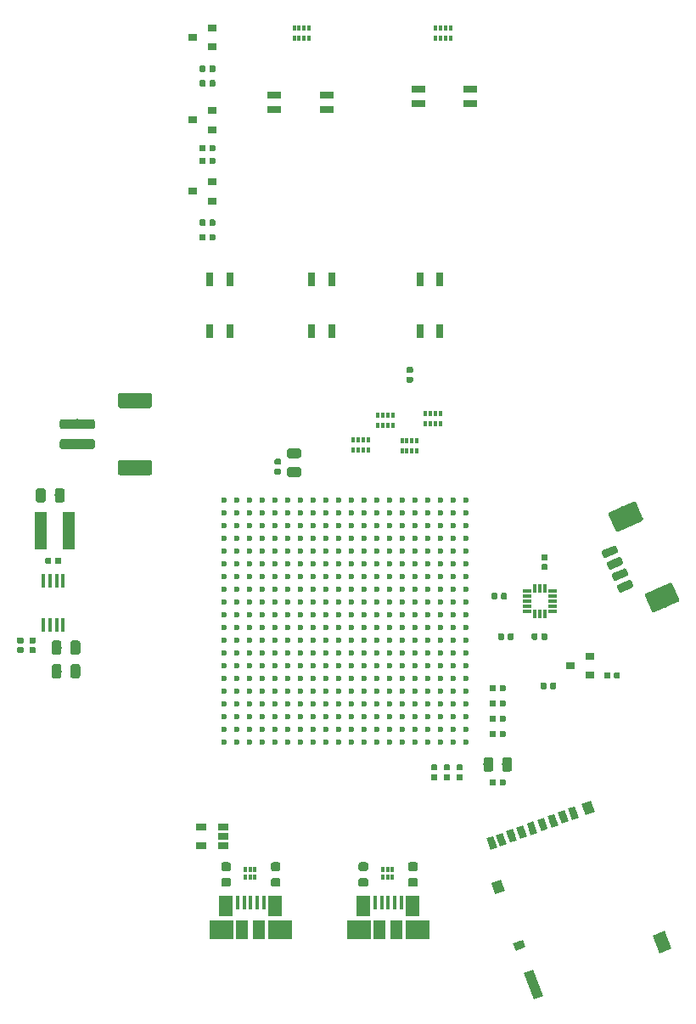
<source format=gbr>
G04 #@! TF.GenerationSoftware,KiCad,Pcbnew,(2018-02-05 revision d1a45d147)-makepkg*
G04 #@! TF.CreationDate,2019-11-12T11:54:18-08:00*
G04 #@! TF.ProjectId,lichen-badge,6C696368656E2D62616467652E6B6963,rev?*
G04 #@! TF.SameCoordinates,Original*
G04 #@! TF.FileFunction,Paste,Top*
G04 #@! TF.FilePolarity,Positive*
%FSLAX46Y46*%
G04 Gerber Fmt 4.6, Leading zero omitted, Abs format (unit mm)*
G04 Created by KiCad (PCBNEW (2018-02-05 revision d1a45d147)-makepkg) date 11/12/19 11:54:18*
%MOMM*%
%LPD*%
G01*
G04 APERTURE LIST*
%ADD10C,0.100000*%
%ADD11C,0.975000*%
%ADD12R,1.400000X0.800000*%
%ADD13R,0.400000X0.500000*%
%ADD14R,0.300000X0.500000*%
%ADD15C,0.590000*%
%ADD16R,0.900000X0.800000*%
%ADD17R,0.700000X1.450000*%
%ADD18C,1.300000*%
%ADD19C,1.000000*%
%ADD20C,0.800000*%
%ADD21C,0.700000*%
%ADD22C,2.100000*%
%ADD23C,0.875000*%
%ADD24R,1.200000X3.700000*%
%ADD25R,0.450000X1.450000*%
%ADD26C,1.500000*%
%ADD27R,1.060000X0.650000*%
%ADD28R,0.299720X0.487680*%
%ADD29R,0.299720X0.518160*%
%ADD30R,1.175000X1.900000*%
%ADD31R,2.375000X1.900000*%
%ADD32R,1.475000X2.100000*%
%ADD33R,0.450000X1.380000*%
%ADD34C,0.600000*%
%ADD35R,0.305000X0.813000*%
%ADD36R,0.813000X0.305000*%
G04 APERTURE END LIST*
D10*
G36*
X94968142Y-118387974D02*
X94991803Y-118391484D01*
X95015007Y-118397296D01*
X95037529Y-118405354D01*
X95059153Y-118415582D01*
X95079670Y-118427879D01*
X95098883Y-118442129D01*
X95116607Y-118458193D01*
X95132671Y-118475917D01*
X95146921Y-118495130D01*
X95159218Y-118515647D01*
X95169446Y-118537271D01*
X95177504Y-118559793D01*
X95183316Y-118582997D01*
X95186826Y-118606658D01*
X95188000Y-118630550D01*
X95188000Y-119118050D01*
X95186826Y-119141942D01*
X95183316Y-119165603D01*
X95177504Y-119188807D01*
X95169446Y-119211329D01*
X95159218Y-119232953D01*
X95146921Y-119253470D01*
X95132671Y-119272683D01*
X95116607Y-119290407D01*
X95098883Y-119306471D01*
X95079670Y-119320721D01*
X95059153Y-119333018D01*
X95037529Y-119343246D01*
X95015007Y-119351304D01*
X94991803Y-119357116D01*
X94968142Y-119360626D01*
X94944250Y-119361800D01*
X94031750Y-119361800D01*
X94007858Y-119360626D01*
X93984197Y-119357116D01*
X93960993Y-119351304D01*
X93938471Y-119343246D01*
X93916847Y-119333018D01*
X93896330Y-119320721D01*
X93877117Y-119306471D01*
X93859393Y-119290407D01*
X93843329Y-119272683D01*
X93829079Y-119253470D01*
X93816782Y-119232953D01*
X93806554Y-119211329D01*
X93798496Y-119188807D01*
X93792684Y-119165603D01*
X93789174Y-119141942D01*
X93788000Y-119118050D01*
X93788000Y-118630550D01*
X93789174Y-118606658D01*
X93792684Y-118582997D01*
X93798496Y-118559793D01*
X93806554Y-118537271D01*
X93816782Y-118515647D01*
X93829079Y-118495130D01*
X93843329Y-118475917D01*
X93859393Y-118458193D01*
X93877117Y-118442129D01*
X93896330Y-118427879D01*
X93916847Y-118415582D01*
X93938471Y-118405354D01*
X93960993Y-118397296D01*
X93984197Y-118391484D01*
X94007858Y-118387974D01*
X94031750Y-118386800D01*
X94944250Y-118386800D01*
X94968142Y-118387974D01*
X94968142Y-118387974D01*
G37*
D11*
X94488000Y-118874300D03*
D10*
G36*
X94968142Y-120262974D02*
X94991803Y-120266484D01*
X95015007Y-120272296D01*
X95037529Y-120280354D01*
X95059153Y-120290582D01*
X95079670Y-120302879D01*
X95098883Y-120317129D01*
X95116607Y-120333193D01*
X95132671Y-120350917D01*
X95146921Y-120370130D01*
X95159218Y-120390647D01*
X95169446Y-120412271D01*
X95177504Y-120434793D01*
X95183316Y-120457997D01*
X95186826Y-120481658D01*
X95188000Y-120505550D01*
X95188000Y-120993050D01*
X95186826Y-121016942D01*
X95183316Y-121040603D01*
X95177504Y-121063807D01*
X95169446Y-121086329D01*
X95159218Y-121107953D01*
X95146921Y-121128470D01*
X95132671Y-121147683D01*
X95116607Y-121165407D01*
X95098883Y-121181471D01*
X95079670Y-121195721D01*
X95059153Y-121208018D01*
X95037529Y-121218246D01*
X95015007Y-121226304D01*
X94991803Y-121232116D01*
X94968142Y-121235626D01*
X94944250Y-121236800D01*
X94031750Y-121236800D01*
X94007858Y-121235626D01*
X93984197Y-121232116D01*
X93960993Y-121226304D01*
X93938471Y-121218246D01*
X93916847Y-121208018D01*
X93896330Y-121195721D01*
X93877117Y-121181471D01*
X93859393Y-121165407D01*
X93843329Y-121147683D01*
X93829079Y-121128470D01*
X93816782Y-121107953D01*
X93806554Y-121086329D01*
X93798496Y-121063807D01*
X93792684Y-121040603D01*
X93789174Y-121016942D01*
X93788000Y-120993050D01*
X93788000Y-120505550D01*
X93789174Y-120481658D01*
X93792684Y-120457997D01*
X93798496Y-120434793D01*
X93806554Y-120412271D01*
X93816782Y-120390647D01*
X93829079Y-120370130D01*
X93843329Y-120350917D01*
X93859393Y-120333193D01*
X93877117Y-120317129D01*
X93896330Y-120302879D01*
X93916847Y-120290582D01*
X93938471Y-120280354D01*
X93960993Y-120272296D01*
X93984197Y-120266484D01*
X94007858Y-120262974D01*
X94031750Y-120261800D01*
X94944250Y-120261800D01*
X94968142Y-120262974D01*
X94968142Y-120262974D01*
G37*
D11*
X94488000Y-120749300D03*
D12*
X106899400Y-82587000D03*
X112099400Y-82587000D03*
X112099400Y-84037000D03*
X106899400Y-84037000D03*
X92548400Y-83145800D03*
X97748400Y-83145800D03*
X97748400Y-84595800D03*
X92548400Y-84595800D03*
D13*
X110122400Y-76512800D03*
D14*
X109622400Y-76512800D03*
D13*
X108622400Y-76512800D03*
D14*
X109122400Y-76512800D03*
D13*
X110122400Y-77512800D03*
D14*
X109122400Y-77512800D03*
X109622400Y-77512800D03*
D13*
X108622400Y-77512800D03*
X96000000Y-76512800D03*
D14*
X95500000Y-76512800D03*
D13*
X94500000Y-76512800D03*
D14*
X95000000Y-76512800D03*
D13*
X96000000Y-77512800D03*
D14*
X95000000Y-77512800D03*
X95500000Y-77512800D03*
D13*
X94500000Y-77512800D03*
D10*
G36*
X86498958Y-81664290D02*
X86513276Y-81666414D01*
X86527317Y-81669931D01*
X86540946Y-81674808D01*
X86554031Y-81680997D01*
X86566447Y-81688438D01*
X86578073Y-81697061D01*
X86588798Y-81706782D01*
X86598519Y-81717507D01*
X86607142Y-81729133D01*
X86614583Y-81741549D01*
X86620772Y-81754634D01*
X86625649Y-81768263D01*
X86629166Y-81782304D01*
X86631290Y-81796622D01*
X86632000Y-81811080D01*
X86632000Y-82156080D01*
X86631290Y-82170538D01*
X86629166Y-82184856D01*
X86625649Y-82198897D01*
X86620772Y-82212526D01*
X86614583Y-82225611D01*
X86607142Y-82238027D01*
X86598519Y-82249653D01*
X86588798Y-82260378D01*
X86578073Y-82270099D01*
X86566447Y-82278722D01*
X86554031Y-82286163D01*
X86540946Y-82292352D01*
X86527317Y-82297229D01*
X86513276Y-82300746D01*
X86498958Y-82302870D01*
X86484500Y-82303580D01*
X86189500Y-82303580D01*
X86175042Y-82302870D01*
X86160724Y-82300746D01*
X86146683Y-82297229D01*
X86133054Y-82292352D01*
X86119969Y-82286163D01*
X86107553Y-82278722D01*
X86095927Y-82270099D01*
X86085202Y-82260378D01*
X86075481Y-82249653D01*
X86066858Y-82238027D01*
X86059417Y-82225611D01*
X86053228Y-82212526D01*
X86048351Y-82198897D01*
X86044834Y-82184856D01*
X86042710Y-82170538D01*
X86042000Y-82156080D01*
X86042000Y-81811080D01*
X86042710Y-81796622D01*
X86044834Y-81782304D01*
X86048351Y-81768263D01*
X86053228Y-81754634D01*
X86059417Y-81741549D01*
X86066858Y-81729133D01*
X86075481Y-81717507D01*
X86085202Y-81706782D01*
X86095927Y-81697061D01*
X86107553Y-81688438D01*
X86119969Y-81680997D01*
X86133054Y-81674808D01*
X86146683Y-81669931D01*
X86160724Y-81666414D01*
X86175042Y-81664290D01*
X86189500Y-81663580D01*
X86484500Y-81663580D01*
X86498958Y-81664290D01*
X86498958Y-81664290D01*
G37*
D15*
X86337000Y-81983580D03*
D10*
G36*
X85528958Y-81664290D02*
X85543276Y-81666414D01*
X85557317Y-81669931D01*
X85570946Y-81674808D01*
X85584031Y-81680997D01*
X85596447Y-81688438D01*
X85608073Y-81697061D01*
X85618798Y-81706782D01*
X85628519Y-81717507D01*
X85637142Y-81729133D01*
X85644583Y-81741549D01*
X85650772Y-81754634D01*
X85655649Y-81768263D01*
X85659166Y-81782304D01*
X85661290Y-81796622D01*
X85662000Y-81811080D01*
X85662000Y-82156080D01*
X85661290Y-82170538D01*
X85659166Y-82184856D01*
X85655649Y-82198897D01*
X85650772Y-82212526D01*
X85644583Y-82225611D01*
X85637142Y-82238027D01*
X85628519Y-82249653D01*
X85618798Y-82260378D01*
X85608073Y-82270099D01*
X85596447Y-82278722D01*
X85584031Y-82286163D01*
X85570946Y-82292352D01*
X85557317Y-82297229D01*
X85543276Y-82300746D01*
X85528958Y-82302870D01*
X85514500Y-82303580D01*
X85219500Y-82303580D01*
X85205042Y-82302870D01*
X85190724Y-82300746D01*
X85176683Y-82297229D01*
X85163054Y-82292352D01*
X85149969Y-82286163D01*
X85137553Y-82278722D01*
X85125927Y-82270099D01*
X85115202Y-82260378D01*
X85105481Y-82249653D01*
X85096858Y-82238027D01*
X85089417Y-82225611D01*
X85083228Y-82212526D01*
X85078351Y-82198897D01*
X85074834Y-82184856D01*
X85072710Y-82170538D01*
X85072000Y-82156080D01*
X85072000Y-81811080D01*
X85072710Y-81796622D01*
X85074834Y-81782304D01*
X85078351Y-81768263D01*
X85083228Y-81754634D01*
X85089417Y-81741549D01*
X85096858Y-81729133D01*
X85105481Y-81717507D01*
X85115202Y-81706782D01*
X85125927Y-81697061D01*
X85137553Y-81688438D01*
X85149969Y-81680997D01*
X85163054Y-81674808D01*
X85176683Y-81669931D01*
X85190724Y-81666414D01*
X85205042Y-81664290D01*
X85219500Y-81663580D01*
X85514500Y-81663580D01*
X85528958Y-81664290D01*
X85528958Y-81664290D01*
G37*
D15*
X85367000Y-81983580D03*
D10*
G36*
X86498958Y-89393510D02*
X86513276Y-89395634D01*
X86527317Y-89399151D01*
X86540946Y-89404028D01*
X86554031Y-89410217D01*
X86566447Y-89417658D01*
X86578073Y-89426281D01*
X86588798Y-89436002D01*
X86598519Y-89446727D01*
X86607142Y-89458353D01*
X86614583Y-89470769D01*
X86620772Y-89483854D01*
X86625649Y-89497483D01*
X86629166Y-89511524D01*
X86631290Y-89525842D01*
X86632000Y-89540300D01*
X86632000Y-89885300D01*
X86631290Y-89899758D01*
X86629166Y-89914076D01*
X86625649Y-89928117D01*
X86620772Y-89941746D01*
X86614583Y-89954831D01*
X86607142Y-89967247D01*
X86598519Y-89978873D01*
X86588798Y-89989598D01*
X86578073Y-89999319D01*
X86566447Y-90007942D01*
X86554031Y-90015383D01*
X86540946Y-90021572D01*
X86527317Y-90026449D01*
X86513276Y-90029966D01*
X86498958Y-90032090D01*
X86484500Y-90032800D01*
X86189500Y-90032800D01*
X86175042Y-90032090D01*
X86160724Y-90029966D01*
X86146683Y-90026449D01*
X86133054Y-90021572D01*
X86119969Y-90015383D01*
X86107553Y-90007942D01*
X86095927Y-89999319D01*
X86085202Y-89989598D01*
X86075481Y-89978873D01*
X86066858Y-89967247D01*
X86059417Y-89954831D01*
X86053228Y-89941746D01*
X86048351Y-89928117D01*
X86044834Y-89914076D01*
X86042710Y-89899758D01*
X86042000Y-89885300D01*
X86042000Y-89540300D01*
X86042710Y-89525842D01*
X86044834Y-89511524D01*
X86048351Y-89497483D01*
X86053228Y-89483854D01*
X86059417Y-89470769D01*
X86066858Y-89458353D01*
X86075481Y-89446727D01*
X86085202Y-89436002D01*
X86095927Y-89426281D01*
X86107553Y-89417658D01*
X86119969Y-89410217D01*
X86133054Y-89404028D01*
X86146683Y-89399151D01*
X86160724Y-89395634D01*
X86175042Y-89393510D01*
X86189500Y-89392800D01*
X86484500Y-89392800D01*
X86498958Y-89393510D01*
X86498958Y-89393510D01*
G37*
D15*
X86337000Y-89712800D03*
D10*
G36*
X85528958Y-89393510D02*
X85543276Y-89395634D01*
X85557317Y-89399151D01*
X85570946Y-89404028D01*
X85584031Y-89410217D01*
X85596447Y-89417658D01*
X85608073Y-89426281D01*
X85618798Y-89436002D01*
X85628519Y-89446727D01*
X85637142Y-89458353D01*
X85644583Y-89470769D01*
X85650772Y-89483854D01*
X85655649Y-89497483D01*
X85659166Y-89511524D01*
X85661290Y-89525842D01*
X85662000Y-89540300D01*
X85662000Y-89885300D01*
X85661290Y-89899758D01*
X85659166Y-89914076D01*
X85655649Y-89928117D01*
X85650772Y-89941746D01*
X85644583Y-89954831D01*
X85637142Y-89967247D01*
X85628519Y-89978873D01*
X85618798Y-89989598D01*
X85608073Y-89999319D01*
X85596447Y-90007942D01*
X85584031Y-90015383D01*
X85570946Y-90021572D01*
X85557317Y-90026449D01*
X85543276Y-90029966D01*
X85528958Y-90032090D01*
X85514500Y-90032800D01*
X85219500Y-90032800D01*
X85205042Y-90032090D01*
X85190724Y-90029966D01*
X85176683Y-90026449D01*
X85163054Y-90021572D01*
X85149969Y-90015383D01*
X85137553Y-90007942D01*
X85125927Y-89999319D01*
X85115202Y-89989598D01*
X85105481Y-89978873D01*
X85096858Y-89967247D01*
X85089417Y-89954831D01*
X85083228Y-89941746D01*
X85078351Y-89928117D01*
X85074834Y-89914076D01*
X85072710Y-89899758D01*
X85072000Y-89885300D01*
X85072000Y-89540300D01*
X85072710Y-89525842D01*
X85074834Y-89511524D01*
X85078351Y-89497483D01*
X85083228Y-89483854D01*
X85089417Y-89470769D01*
X85096858Y-89458353D01*
X85105481Y-89446727D01*
X85115202Y-89436002D01*
X85125927Y-89426281D01*
X85137553Y-89417658D01*
X85149969Y-89410217D01*
X85163054Y-89404028D01*
X85176683Y-89399151D01*
X85190724Y-89395634D01*
X85205042Y-89393510D01*
X85219500Y-89392800D01*
X85514500Y-89392800D01*
X85528958Y-89393510D01*
X85528958Y-89393510D01*
G37*
D15*
X85367000Y-89712800D03*
D10*
G36*
X86498958Y-97013510D02*
X86513276Y-97015634D01*
X86527317Y-97019151D01*
X86540946Y-97024028D01*
X86554031Y-97030217D01*
X86566447Y-97037658D01*
X86578073Y-97046281D01*
X86588798Y-97056002D01*
X86598519Y-97066727D01*
X86607142Y-97078353D01*
X86614583Y-97090769D01*
X86620772Y-97103854D01*
X86625649Y-97117483D01*
X86629166Y-97131524D01*
X86631290Y-97145842D01*
X86632000Y-97160300D01*
X86632000Y-97505300D01*
X86631290Y-97519758D01*
X86629166Y-97534076D01*
X86625649Y-97548117D01*
X86620772Y-97561746D01*
X86614583Y-97574831D01*
X86607142Y-97587247D01*
X86598519Y-97598873D01*
X86588798Y-97609598D01*
X86578073Y-97619319D01*
X86566447Y-97627942D01*
X86554031Y-97635383D01*
X86540946Y-97641572D01*
X86527317Y-97646449D01*
X86513276Y-97649966D01*
X86498958Y-97652090D01*
X86484500Y-97652800D01*
X86189500Y-97652800D01*
X86175042Y-97652090D01*
X86160724Y-97649966D01*
X86146683Y-97646449D01*
X86133054Y-97641572D01*
X86119969Y-97635383D01*
X86107553Y-97627942D01*
X86095927Y-97619319D01*
X86085202Y-97609598D01*
X86075481Y-97598873D01*
X86066858Y-97587247D01*
X86059417Y-97574831D01*
X86053228Y-97561746D01*
X86048351Y-97548117D01*
X86044834Y-97534076D01*
X86042710Y-97519758D01*
X86042000Y-97505300D01*
X86042000Y-97160300D01*
X86042710Y-97145842D01*
X86044834Y-97131524D01*
X86048351Y-97117483D01*
X86053228Y-97103854D01*
X86059417Y-97090769D01*
X86066858Y-97078353D01*
X86075481Y-97066727D01*
X86085202Y-97056002D01*
X86095927Y-97046281D01*
X86107553Y-97037658D01*
X86119969Y-97030217D01*
X86133054Y-97024028D01*
X86146683Y-97019151D01*
X86160724Y-97015634D01*
X86175042Y-97013510D01*
X86189500Y-97012800D01*
X86484500Y-97012800D01*
X86498958Y-97013510D01*
X86498958Y-97013510D01*
G37*
D15*
X86337000Y-97332800D03*
D10*
G36*
X85528958Y-97013510D02*
X85543276Y-97015634D01*
X85557317Y-97019151D01*
X85570946Y-97024028D01*
X85584031Y-97030217D01*
X85596447Y-97037658D01*
X85608073Y-97046281D01*
X85618798Y-97056002D01*
X85628519Y-97066727D01*
X85637142Y-97078353D01*
X85644583Y-97090769D01*
X85650772Y-97103854D01*
X85655649Y-97117483D01*
X85659166Y-97131524D01*
X85661290Y-97145842D01*
X85662000Y-97160300D01*
X85662000Y-97505300D01*
X85661290Y-97519758D01*
X85659166Y-97534076D01*
X85655649Y-97548117D01*
X85650772Y-97561746D01*
X85644583Y-97574831D01*
X85637142Y-97587247D01*
X85628519Y-97598873D01*
X85618798Y-97609598D01*
X85608073Y-97619319D01*
X85596447Y-97627942D01*
X85584031Y-97635383D01*
X85570946Y-97641572D01*
X85557317Y-97646449D01*
X85543276Y-97649966D01*
X85528958Y-97652090D01*
X85514500Y-97652800D01*
X85219500Y-97652800D01*
X85205042Y-97652090D01*
X85190724Y-97649966D01*
X85176683Y-97646449D01*
X85163054Y-97641572D01*
X85149969Y-97635383D01*
X85137553Y-97627942D01*
X85125927Y-97619319D01*
X85115202Y-97609598D01*
X85105481Y-97598873D01*
X85096858Y-97587247D01*
X85089417Y-97574831D01*
X85083228Y-97561746D01*
X85078351Y-97548117D01*
X85074834Y-97534076D01*
X85072710Y-97519758D01*
X85072000Y-97505300D01*
X85072000Y-97160300D01*
X85072710Y-97145842D01*
X85074834Y-97131524D01*
X85078351Y-97117483D01*
X85083228Y-97103854D01*
X85089417Y-97090769D01*
X85096858Y-97078353D01*
X85105481Y-97066727D01*
X85115202Y-97056002D01*
X85125927Y-97046281D01*
X85137553Y-97037658D01*
X85149969Y-97030217D01*
X85163054Y-97024028D01*
X85176683Y-97019151D01*
X85190724Y-97015634D01*
X85205042Y-97013510D01*
X85219500Y-97012800D01*
X85514500Y-97012800D01*
X85528958Y-97013510D01*
X85528958Y-97013510D01*
G37*
D15*
X85367000Y-97332800D03*
D10*
G36*
X85528958Y-80216490D02*
X85543276Y-80218614D01*
X85557317Y-80222131D01*
X85570946Y-80227008D01*
X85584031Y-80233197D01*
X85596447Y-80240638D01*
X85608073Y-80249261D01*
X85618798Y-80258982D01*
X85628519Y-80269707D01*
X85637142Y-80281333D01*
X85644583Y-80293749D01*
X85650772Y-80306834D01*
X85655649Y-80320463D01*
X85659166Y-80334504D01*
X85661290Y-80348822D01*
X85662000Y-80363280D01*
X85662000Y-80708280D01*
X85661290Y-80722738D01*
X85659166Y-80737056D01*
X85655649Y-80751097D01*
X85650772Y-80764726D01*
X85644583Y-80777811D01*
X85637142Y-80790227D01*
X85628519Y-80801853D01*
X85618798Y-80812578D01*
X85608073Y-80822299D01*
X85596447Y-80830922D01*
X85584031Y-80838363D01*
X85570946Y-80844552D01*
X85557317Y-80849429D01*
X85543276Y-80852946D01*
X85528958Y-80855070D01*
X85514500Y-80855780D01*
X85219500Y-80855780D01*
X85205042Y-80855070D01*
X85190724Y-80852946D01*
X85176683Y-80849429D01*
X85163054Y-80844552D01*
X85149969Y-80838363D01*
X85137553Y-80830922D01*
X85125927Y-80822299D01*
X85115202Y-80812578D01*
X85105481Y-80801853D01*
X85096858Y-80790227D01*
X85089417Y-80777811D01*
X85083228Y-80764726D01*
X85078351Y-80751097D01*
X85074834Y-80737056D01*
X85072710Y-80722738D01*
X85072000Y-80708280D01*
X85072000Y-80363280D01*
X85072710Y-80348822D01*
X85074834Y-80334504D01*
X85078351Y-80320463D01*
X85083228Y-80306834D01*
X85089417Y-80293749D01*
X85096858Y-80281333D01*
X85105481Y-80269707D01*
X85115202Y-80258982D01*
X85125927Y-80249261D01*
X85137553Y-80240638D01*
X85149969Y-80233197D01*
X85163054Y-80227008D01*
X85176683Y-80222131D01*
X85190724Y-80218614D01*
X85205042Y-80216490D01*
X85219500Y-80215780D01*
X85514500Y-80215780D01*
X85528958Y-80216490D01*
X85528958Y-80216490D01*
G37*
D15*
X85367000Y-80535780D03*
D10*
G36*
X86498958Y-80216490D02*
X86513276Y-80218614D01*
X86527317Y-80222131D01*
X86540946Y-80227008D01*
X86554031Y-80233197D01*
X86566447Y-80240638D01*
X86578073Y-80249261D01*
X86588798Y-80258982D01*
X86598519Y-80269707D01*
X86607142Y-80281333D01*
X86614583Y-80293749D01*
X86620772Y-80306834D01*
X86625649Y-80320463D01*
X86629166Y-80334504D01*
X86631290Y-80348822D01*
X86632000Y-80363280D01*
X86632000Y-80708280D01*
X86631290Y-80722738D01*
X86629166Y-80737056D01*
X86625649Y-80751097D01*
X86620772Y-80764726D01*
X86614583Y-80777811D01*
X86607142Y-80790227D01*
X86598519Y-80801853D01*
X86588798Y-80812578D01*
X86578073Y-80822299D01*
X86566447Y-80830922D01*
X86554031Y-80838363D01*
X86540946Y-80844552D01*
X86527317Y-80849429D01*
X86513276Y-80852946D01*
X86498958Y-80855070D01*
X86484500Y-80855780D01*
X86189500Y-80855780D01*
X86175042Y-80855070D01*
X86160724Y-80852946D01*
X86146683Y-80849429D01*
X86133054Y-80844552D01*
X86119969Y-80838363D01*
X86107553Y-80830922D01*
X86095927Y-80822299D01*
X86085202Y-80812578D01*
X86075481Y-80801853D01*
X86066858Y-80790227D01*
X86059417Y-80777811D01*
X86053228Y-80764726D01*
X86048351Y-80751097D01*
X86044834Y-80737056D01*
X86042710Y-80722738D01*
X86042000Y-80708280D01*
X86042000Y-80363280D01*
X86042710Y-80348822D01*
X86044834Y-80334504D01*
X86048351Y-80320463D01*
X86053228Y-80306834D01*
X86059417Y-80293749D01*
X86066858Y-80281333D01*
X86075481Y-80269707D01*
X86085202Y-80258982D01*
X86095927Y-80249261D01*
X86107553Y-80240638D01*
X86119969Y-80233197D01*
X86133054Y-80227008D01*
X86146683Y-80222131D01*
X86160724Y-80218614D01*
X86175042Y-80216490D01*
X86189500Y-80215780D01*
X86484500Y-80215780D01*
X86498958Y-80216490D01*
X86498958Y-80216490D01*
G37*
D15*
X86337000Y-80535780D03*
D10*
G36*
X85528958Y-88123510D02*
X85543276Y-88125634D01*
X85557317Y-88129151D01*
X85570946Y-88134028D01*
X85584031Y-88140217D01*
X85596447Y-88147658D01*
X85608073Y-88156281D01*
X85618798Y-88166002D01*
X85628519Y-88176727D01*
X85637142Y-88188353D01*
X85644583Y-88200769D01*
X85650772Y-88213854D01*
X85655649Y-88227483D01*
X85659166Y-88241524D01*
X85661290Y-88255842D01*
X85662000Y-88270300D01*
X85662000Y-88615300D01*
X85661290Y-88629758D01*
X85659166Y-88644076D01*
X85655649Y-88658117D01*
X85650772Y-88671746D01*
X85644583Y-88684831D01*
X85637142Y-88697247D01*
X85628519Y-88708873D01*
X85618798Y-88719598D01*
X85608073Y-88729319D01*
X85596447Y-88737942D01*
X85584031Y-88745383D01*
X85570946Y-88751572D01*
X85557317Y-88756449D01*
X85543276Y-88759966D01*
X85528958Y-88762090D01*
X85514500Y-88762800D01*
X85219500Y-88762800D01*
X85205042Y-88762090D01*
X85190724Y-88759966D01*
X85176683Y-88756449D01*
X85163054Y-88751572D01*
X85149969Y-88745383D01*
X85137553Y-88737942D01*
X85125927Y-88729319D01*
X85115202Y-88719598D01*
X85105481Y-88708873D01*
X85096858Y-88697247D01*
X85089417Y-88684831D01*
X85083228Y-88671746D01*
X85078351Y-88658117D01*
X85074834Y-88644076D01*
X85072710Y-88629758D01*
X85072000Y-88615300D01*
X85072000Y-88270300D01*
X85072710Y-88255842D01*
X85074834Y-88241524D01*
X85078351Y-88227483D01*
X85083228Y-88213854D01*
X85089417Y-88200769D01*
X85096858Y-88188353D01*
X85105481Y-88176727D01*
X85115202Y-88166002D01*
X85125927Y-88156281D01*
X85137553Y-88147658D01*
X85149969Y-88140217D01*
X85163054Y-88134028D01*
X85176683Y-88129151D01*
X85190724Y-88125634D01*
X85205042Y-88123510D01*
X85219500Y-88122800D01*
X85514500Y-88122800D01*
X85528958Y-88123510D01*
X85528958Y-88123510D01*
G37*
D15*
X85367000Y-88442800D03*
D10*
G36*
X86498958Y-88123510D02*
X86513276Y-88125634D01*
X86527317Y-88129151D01*
X86540946Y-88134028D01*
X86554031Y-88140217D01*
X86566447Y-88147658D01*
X86578073Y-88156281D01*
X86588798Y-88166002D01*
X86598519Y-88176727D01*
X86607142Y-88188353D01*
X86614583Y-88200769D01*
X86620772Y-88213854D01*
X86625649Y-88227483D01*
X86629166Y-88241524D01*
X86631290Y-88255842D01*
X86632000Y-88270300D01*
X86632000Y-88615300D01*
X86631290Y-88629758D01*
X86629166Y-88644076D01*
X86625649Y-88658117D01*
X86620772Y-88671746D01*
X86614583Y-88684831D01*
X86607142Y-88697247D01*
X86598519Y-88708873D01*
X86588798Y-88719598D01*
X86578073Y-88729319D01*
X86566447Y-88737942D01*
X86554031Y-88745383D01*
X86540946Y-88751572D01*
X86527317Y-88756449D01*
X86513276Y-88759966D01*
X86498958Y-88762090D01*
X86484500Y-88762800D01*
X86189500Y-88762800D01*
X86175042Y-88762090D01*
X86160724Y-88759966D01*
X86146683Y-88756449D01*
X86133054Y-88751572D01*
X86119969Y-88745383D01*
X86107553Y-88737942D01*
X86095927Y-88729319D01*
X86085202Y-88719598D01*
X86075481Y-88708873D01*
X86066858Y-88697247D01*
X86059417Y-88684831D01*
X86053228Y-88671746D01*
X86048351Y-88658117D01*
X86044834Y-88644076D01*
X86042710Y-88629758D01*
X86042000Y-88615300D01*
X86042000Y-88270300D01*
X86042710Y-88255842D01*
X86044834Y-88241524D01*
X86048351Y-88227483D01*
X86053228Y-88213854D01*
X86059417Y-88200769D01*
X86066858Y-88188353D01*
X86075481Y-88176727D01*
X86085202Y-88166002D01*
X86095927Y-88156281D01*
X86107553Y-88147658D01*
X86119969Y-88140217D01*
X86133054Y-88134028D01*
X86146683Y-88129151D01*
X86160724Y-88125634D01*
X86175042Y-88123510D01*
X86189500Y-88122800D01*
X86484500Y-88122800D01*
X86498958Y-88123510D01*
X86498958Y-88123510D01*
G37*
D15*
X86337000Y-88442800D03*
D10*
G36*
X85528958Y-95558090D02*
X85543276Y-95560214D01*
X85557317Y-95563731D01*
X85570946Y-95568608D01*
X85584031Y-95574797D01*
X85596447Y-95582238D01*
X85608073Y-95590861D01*
X85618798Y-95600582D01*
X85628519Y-95611307D01*
X85637142Y-95622933D01*
X85644583Y-95635349D01*
X85650772Y-95648434D01*
X85655649Y-95662063D01*
X85659166Y-95676104D01*
X85661290Y-95690422D01*
X85662000Y-95704880D01*
X85662000Y-96049880D01*
X85661290Y-96064338D01*
X85659166Y-96078656D01*
X85655649Y-96092697D01*
X85650772Y-96106326D01*
X85644583Y-96119411D01*
X85637142Y-96131827D01*
X85628519Y-96143453D01*
X85618798Y-96154178D01*
X85608073Y-96163899D01*
X85596447Y-96172522D01*
X85584031Y-96179963D01*
X85570946Y-96186152D01*
X85557317Y-96191029D01*
X85543276Y-96194546D01*
X85528958Y-96196670D01*
X85514500Y-96197380D01*
X85219500Y-96197380D01*
X85205042Y-96196670D01*
X85190724Y-96194546D01*
X85176683Y-96191029D01*
X85163054Y-96186152D01*
X85149969Y-96179963D01*
X85137553Y-96172522D01*
X85125927Y-96163899D01*
X85115202Y-96154178D01*
X85105481Y-96143453D01*
X85096858Y-96131827D01*
X85089417Y-96119411D01*
X85083228Y-96106326D01*
X85078351Y-96092697D01*
X85074834Y-96078656D01*
X85072710Y-96064338D01*
X85072000Y-96049880D01*
X85072000Y-95704880D01*
X85072710Y-95690422D01*
X85074834Y-95676104D01*
X85078351Y-95662063D01*
X85083228Y-95648434D01*
X85089417Y-95635349D01*
X85096858Y-95622933D01*
X85105481Y-95611307D01*
X85115202Y-95600582D01*
X85125927Y-95590861D01*
X85137553Y-95582238D01*
X85149969Y-95574797D01*
X85163054Y-95568608D01*
X85176683Y-95563731D01*
X85190724Y-95560214D01*
X85205042Y-95558090D01*
X85219500Y-95557380D01*
X85514500Y-95557380D01*
X85528958Y-95558090D01*
X85528958Y-95558090D01*
G37*
D15*
X85367000Y-95877380D03*
D10*
G36*
X86498958Y-95558090D02*
X86513276Y-95560214D01*
X86527317Y-95563731D01*
X86540946Y-95568608D01*
X86554031Y-95574797D01*
X86566447Y-95582238D01*
X86578073Y-95590861D01*
X86588798Y-95600582D01*
X86598519Y-95611307D01*
X86607142Y-95622933D01*
X86614583Y-95635349D01*
X86620772Y-95648434D01*
X86625649Y-95662063D01*
X86629166Y-95676104D01*
X86631290Y-95690422D01*
X86632000Y-95704880D01*
X86632000Y-96049880D01*
X86631290Y-96064338D01*
X86629166Y-96078656D01*
X86625649Y-96092697D01*
X86620772Y-96106326D01*
X86614583Y-96119411D01*
X86607142Y-96131827D01*
X86598519Y-96143453D01*
X86588798Y-96154178D01*
X86578073Y-96163899D01*
X86566447Y-96172522D01*
X86554031Y-96179963D01*
X86540946Y-96186152D01*
X86527317Y-96191029D01*
X86513276Y-96194546D01*
X86498958Y-96196670D01*
X86484500Y-96197380D01*
X86189500Y-96197380D01*
X86175042Y-96196670D01*
X86160724Y-96194546D01*
X86146683Y-96191029D01*
X86133054Y-96186152D01*
X86119969Y-96179963D01*
X86107553Y-96172522D01*
X86095927Y-96163899D01*
X86085202Y-96154178D01*
X86075481Y-96143453D01*
X86066858Y-96131827D01*
X86059417Y-96119411D01*
X86053228Y-96106326D01*
X86048351Y-96092697D01*
X86044834Y-96078656D01*
X86042710Y-96064338D01*
X86042000Y-96049880D01*
X86042000Y-95704880D01*
X86042710Y-95690422D01*
X86044834Y-95676104D01*
X86048351Y-95662063D01*
X86053228Y-95648434D01*
X86059417Y-95635349D01*
X86066858Y-95622933D01*
X86075481Y-95611307D01*
X86085202Y-95600582D01*
X86095927Y-95590861D01*
X86107553Y-95582238D01*
X86119969Y-95574797D01*
X86133054Y-95568608D01*
X86146683Y-95563731D01*
X86160724Y-95560214D01*
X86175042Y-95558090D01*
X86189500Y-95557380D01*
X86484500Y-95557380D01*
X86498958Y-95558090D01*
X86498958Y-95558090D01*
G37*
D15*
X86337000Y-95877380D03*
D16*
X84344000Y-77411579D03*
X86344000Y-76461579D03*
X86344000Y-78361579D03*
X84344000Y-85648800D03*
X86344000Y-84698800D03*
X86344000Y-86598800D03*
X84344000Y-92760800D03*
X86344000Y-91810800D03*
X86344000Y-93710800D03*
D17*
X109036360Y-101504120D03*
X109036360Y-106664120D03*
X107036360Y-106664120D03*
X107036360Y-101504120D03*
X98266760Y-101504120D03*
X98266760Y-106664120D03*
X96266760Y-106664120D03*
X96266760Y-101504120D03*
X88106760Y-101504120D03*
X88106760Y-106664120D03*
X86106760Y-106664120D03*
X86106760Y-101504120D03*
D16*
X124032520Y-141025920D03*
X124032520Y-139125920D03*
X122032520Y-140075920D03*
D10*
G36*
X120496858Y-141760690D02*
X120511176Y-141762814D01*
X120525217Y-141766331D01*
X120538846Y-141771208D01*
X120551931Y-141777397D01*
X120564347Y-141784838D01*
X120575973Y-141793461D01*
X120586698Y-141803182D01*
X120596419Y-141813907D01*
X120605042Y-141825533D01*
X120612483Y-141837949D01*
X120618672Y-141851034D01*
X120623549Y-141864663D01*
X120627066Y-141878704D01*
X120629190Y-141893022D01*
X120629900Y-141907480D01*
X120629900Y-142252480D01*
X120629190Y-142266938D01*
X120627066Y-142281256D01*
X120623549Y-142295297D01*
X120618672Y-142308926D01*
X120612483Y-142322011D01*
X120605042Y-142334427D01*
X120596419Y-142346053D01*
X120586698Y-142356778D01*
X120575973Y-142366499D01*
X120564347Y-142375122D01*
X120551931Y-142382563D01*
X120538846Y-142388752D01*
X120525217Y-142393629D01*
X120511176Y-142397146D01*
X120496858Y-142399270D01*
X120482400Y-142399980D01*
X120187400Y-142399980D01*
X120172942Y-142399270D01*
X120158624Y-142397146D01*
X120144583Y-142393629D01*
X120130954Y-142388752D01*
X120117869Y-142382563D01*
X120105453Y-142375122D01*
X120093827Y-142366499D01*
X120083102Y-142356778D01*
X120073381Y-142346053D01*
X120064758Y-142334427D01*
X120057317Y-142322011D01*
X120051128Y-142308926D01*
X120046251Y-142295297D01*
X120042734Y-142281256D01*
X120040610Y-142266938D01*
X120039900Y-142252480D01*
X120039900Y-141907480D01*
X120040610Y-141893022D01*
X120042734Y-141878704D01*
X120046251Y-141864663D01*
X120051128Y-141851034D01*
X120057317Y-141837949D01*
X120064758Y-141825533D01*
X120073381Y-141813907D01*
X120083102Y-141803182D01*
X120093827Y-141793461D01*
X120105453Y-141784838D01*
X120117869Y-141777397D01*
X120130954Y-141771208D01*
X120144583Y-141766331D01*
X120158624Y-141762814D01*
X120172942Y-141760690D01*
X120187400Y-141759980D01*
X120482400Y-141759980D01*
X120496858Y-141760690D01*
X120496858Y-141760690D01*
G37*
D15*
X120334900Y-142079980D03*
D10*
G36*
X119526858Y-141760690D02*
X119541176Y-141762814D01*
X119555217Y-141766331D01*
X119568846Y-141771208D01*
X119581931Y-141777397D01*
X119594347Y-141784838D01*
X119605973Y-141793461D01*
X119616698Y-141803182D01*
X119626419Y-141813907D01*
X119635042Y-141825533D01*
X119642483Y-141837949D01*
X119648672Y-141851034D01*
X119653549Y-141864663D01*
X119657066Y-141878704D01*
X119659190Y-141893022D01*
X119659900Y-141907480D01*
X119659900Y-142252480D01*
X119659190Y-142266938D01*
X119657066Y-142281256D01*
X119653549Y-142295297D01*
X119648672Y-142308926D01*
X119642483Y-142322011D01*
X119635042Y-142334427D01*
X119626419Y-142346053D01*
X119616698Y-142356778D01*
X119605973Y-142366499D01*
X119594347Y-142375122D01*
X119581931Y-142382563D01*
X119568846Y-142388752D01*
X119555217Y-142393629D01*
X119541176Y-142397146D01*
X119526858Y-142399270D01*
X119512400Y-142399980D01*
X119217400Y-142399980D01*
X119202942Y-142399270D01*
X119188624Y-142397146D01*
X119174583Y-142393629D01*
X119160954Y-142388752D01*
X119147869Y-142382563D01*
X119135453Y-142375122D01*
X119123827Y-142366499D01*
X119113102Y-142356778D01*
X119103381Y-142346053D01*
X119094758Y-142334427D01*
X119087317Y-142322011D01*
X119081128Y-142308926D01*
X119076251Y-142295297D01*
X119072734Y-142281256D01*
X119070610Y-142266938D01*
X119069900Y-142252480D01*
X119069900Y-141907480D01*
X119070610Y-141893022D01*
X119072734Y-141878704D01*
X119076251Y-141864663D01*
X119081128Y-141851034D01*
X119087317Y-141837949D01*
X119094758Y-141825533D01*
X119103381Y-141813907D01*
X119113102Y-141803182D01*
X119123827Y-141793461D01*
X119135453Y-141784838D01*
X119147869Y-141777397D01*
X119160954Y-141771208D01*
X119174583Y-141766331D01*
X119188624Y-141762814D01*
X119202942Y-141760690D01*
X119217400Y-141759980D01*
X119512400Y-141759980D01*
X119526858Y-141760690D01*
X119526858Y-141760690D01*
G37*
D15*
X119364900Y-142079980D03*
D10*
G36*
X125899718Y-140711670D02*
X125914036Y-140713794D01*
X125928077Y-140717311D01*
X125941706Y-140722188D01*
X125954791Y-140728377D01*
X125967207Y-140735818D01*
X125978833Y-140744441D01*
X125989558Y-140754162D01*
X125999279Y-140764887D01*
X126007902Y-140776513D01*
X126015343Y-140788929D01*
X126021532Y-140802014D01*
X126026409Y-140815643D01*
X126029926Y-140829684D01*
X126032050Y-140844002D01*
X126032760Y-140858460D01*
X126032760Y-141203460D01*
X126032050Y-141217918D01*
X126029926Y-141232236D01*
X126026409Y-141246277D01*
X126021532Y-141259906D01*
X126015343Y-141272991D01*
X126007902Y-141285407D01*
X125999279Y-141297033D01*
X125989558Y-141307758D01*
X125978833Y-141317479D01*
X125967207Y-141326102D01*
X125954791Y-141333543D01*
X125941706Y-141339732D01*
X125928077Y-141344609D01*
X125914036Y-141348126D01*
X125899718Y-141350250D01*
X125885260Y-141350960D01*
X125590260Y-141350960D01*
X125575802Y-141350250D01*
X125561484Y-141348126D01*
X125547443Y-141344609D01*
X125533814Y-141339732D01*
X125520729Y-141333543D01*
X125508313Y-141326102D01*
X125496687Y-141317479D01*
X125485962Y-141307758D01*
X125476241Y-141297033D01*
X125467618Y-141285407D01*
X125460177Y-141272991D01*
X125453988Y-141259906D01*
X125449111Y-141246277D01*
X125445594Y-141232236D01*
X125443470Y-141217918D01*
X125442760Y-141203460D01*
X125442760Y-140858460D01*
X125443470Y-140844002D01*
X125445594Y-140829684D01*
X125449111Y-140815643D01*
X125453988Y-140802014D01*
X125460177Y-140788929D01*
X125467618Y-140776513D01*
X125476241Y-140764887D01*
X125485962Y-140754162D01*
X125496687Y-140744441D01*
X125508313Y-140735818D01*
X125520729Y-140728377D01*
X125533814Y-140722188D01*
X125547443Y-140717311D01*
X125561484Y-140713794D01*
X125575802Y-140711670D01*
X125590260Y-140710960D01*
X125885260Y-140710960D01*
X125899718Y-140711670D01*
X125899718Y-140711670D01*
G37*
D15*
X125737760Y-141030960D03*
D10*
G36*
X126869718Y-140711670D02*
X126884036Y-140713794D01*
X126898077Y-140717311D01*
X126911706Y-140722188D01*
X126924791Y-140728377D01*
X126937207Y-140735818D01*
X126948833Y-140744441D01*
X126959558Y-140754162D01*
X126969279Y-140764887D01*
X126977902Y-140776513D01*
X126985343Y-140788929D01*
X126991532Y-140802014D01*
X126996409Y-140815643D01*
X126999926Y-140829684D01*
X127002050Y-140844002D01*
X127002760Y-140858460D01*
X127002760Y-141203460D01*
X127002050Y-141217918D01*
X126999926Y-141232236D01*
X126996409Y-141246277D01*
X126991532Y-141259906D01*
X126985343Y-141272991D01*
X126977902Y-141285407D01*
X126969279Y-141297033D01*
X126959558Y-141307758D01*
X126948833Y-141317479D01*
X126937207Y-141326102D01*
X126924791Y-141333543D01*
X126911706Y-141339732D01*
X126898077Y-141344609D01*
X126884036Y-141348126D01*
X126869718Y-141350250D01*
X126855260Y-141350960D01*
X126560260Y-141350960D01*
X126545802Y-141350250D01*
X126531484Y-141348126D01*
X126517443Y-141344609D01*
X126503814Y-141339732D01*
X126490729Y-141333543D01*
X126478313Y-141326102D01*
X126466687Y-141317479D01*
X126455962Y-141307758D01*
X126446241Y-141297033D01*
X126437618Y-141285407D01*
X126430177Y-141272991D01*
X126423988Y-141259906D01*
X126419111Y-141246277D01*
X126415594Y-141232236D01*
X126413470Y-141217918D01*
X126412760Y-141203460D01*
X126412760Y-140858460D01*
X126413470Y-140844002D01*
X126415594Y-140829684D01*
X126419111Y-140815643D01*
X126423988Y-140802014D01*
X126430177Y-140788929D01*
X126437618Y-140776513D01*
X126446241Y-140764887D01*
X126455962Y-140754162D01*
X126466687Y-140744441D01*
X126478313Y-140735818D01*
X126490729Y-140728377D01*
X126503814Y-140722188D01*
X126517443Y-140717311D01*
X126531484Y-140713794D01*
X126545802Y-140711670D01*
X126560260Y-140710960D01*
X126855260Y-140710960D01*
X126869718Y-140711670D01*
X126869718Y-140711670D01*
G37*
D15*
X126707760Y-141030960D03*
D10*
G36*
X114484958Y-141971510D02*
X114499276Y-141973634D01*
X114513317Y-141977151D01*
X114526946Y-141982028D01*
X114540031Y-141988217D01*
X114552447Y-141995658D01*
X114564073Y-142004281D01*
X114574798Y-142014002D01*
X114584519Y-142024727D01*
X114593142Y-142036353D01*
X114600583Y-142048769D01*
X114606772Y-142061854D01*
X114611649Y-142075483D01*
X114615166Y-142089524D01*
X114617290Y-142103842D01*
X114618000Y-142118300D01*
X114618000Y-142463300D01*
X114617290Y-142477758D01*
X114615166Y-142492076D01*
X114611649Y-142506117D01*
X114606772Y-142519746D01*
X114600583Y-142532831D01*
X114593142Y-142545247D01*
X114584519Y-142556873D01*
X114574798Y-142567598D01*
X114564073Y-142577319D01*
X114552447Y-142585942D01*
X114540031Y-142593383D01*
X114526946Y-142599572D01*
X114513317Y-142604449D01*
X114499276Y-142607966D01*
X114484958Y-142610090D01*
X114470500Y-142610800D01*
X114175500Y-142610800D01*
X114161042Y-142610090D01*
X114146724Y-142607966D01*
X114132683Y-142604449D01*
X114119054Y-142599572D01*
X114105969Y-142593383D01*
X114093553Y-142585942D01*
X114081927Y-142577319D01*
X114071202Y-142567598D01*
X114061481Y-142556873D01*
X114052858Y-142545247D01*
X114045417Y-142532831D01*
X114039228Y-142519746D01*
X114034351Y-142506117D01*
X114030834Y-142492076D01*
X114028710Y-142477758D01*
X114028000Y-142463300D01*
X114028000Y-142118300D01*
X114028710Y-142103842D01*
X114030834Y-142089524D01*
X114034351Y-142075483D01*
X114039228Y-142061854D01*
X114045417Y-142048769D01*
X114052858Y-142036353D01*
X114061481Y-142024727D01*
X114071202Y-142014002D01*
X114081927Y-142004281D01*
X114093553Y-141995658D01*
X114105969Y-141988217D01*
X114119054Y-141982028D01*
X114132683Y-141977151D01*
X114146724Y-141973634D01*
X114161042Y-141971510D01*
X114175500Y-141970800D01*
X114470500Y-141970800D01*
X114484958Y-141971510D01*
X114484958Y-141971510D01*
G37*
D15*
X114323000Y-142290800D03*
D10*
G36*
X115454958Y-141971510D02*
X115469276Y-141973634D01*
X115483317Y-141977151D01*
X115496946Y-141982028D01*
X115510031Y-141988217D01*
X115522447Y-141995658D01*
X115534073Y-142004281D01*
X115544798Y-142014002D01*
X115554519Y-142024727D01*
X115563142Y-142036353D01*
X115570583Y-142048769D01*
X115576772Y-142061854D01*
X115581649Y-142075483D01*
X115585166Y-142089524D01*
X115587290Y-142103842D01*
X115588000Y-142118300D01*
X115588000Y-142463300D01*
X115587290Y-142477758D01*
X115585166Y-142492076D01*
X115581649Y-142506117D01*
X115576772Y-142519746D01*
X115570583Y-142532831D01*
X115563142Y-142545247D01*
X115554519Y-142556873D01*
X115544798Y-142567598D01*
X115534073Y-142577319D01*
X115522447Y-142585942D01*
X115510031Y-142593383D01*
X115496946Y-142599572D01*
X115483317Y-142604449D01*
X115469276Y-142607966D01*
X115454958Y-142610090D01*
X115440500Y-142610800D01*
X115145500Y-142610800D01*
X115131042Y-142610090D01*
X115116724Y-142607966D01*
X115102683Y-142604449D01*
X115089054Y-142599572D01*
X115075969Y-142593383D01*
X115063553Y-142585942D01*
X115051927Y-142577319D01*
X115041202Y-142567598D01*
X115031481Y-142556873D01*
X115022858Y-142545247D01*
X115015417Y-142532831D01*
X115009228Y-142519746D01*
X115004351Y-142506117D01*
X115000834Y-142492076D01*
X114998710Y-142477758D01*
X114998000Y-142463300D01*
X114998000Y-142118300D01*
X114998710Y-142103842D01*
X115000834Y-142089524D01*
X115004351Y-142075483D01*
X115009228Y-142061854D01*
X115015417Y-142048769D01*
X115022858Y-142036353D01*
X115031481Y-142024727D01*
X115041202Y-142014002D01*
X115051927Y-142004281D01*
X115063553Y-141995658D01*
X115075969Y-141988217D01*
X115089054Y-141982028D01*
X115102683Y-141977151D01*
X115116724Y-141973634D01*
X115131042Y-141971510D01*
X115145500Y-141970800D01*
X115440500Y-141970800D01*
X115454958Y-141971510D01*
X115454958Y-141971510D01*
G37*
D15*
X115293000Y-142290800D03*
D18*
X131205067Y-167623809D03*
D10*
G36*
X130919186Y-168738830D02*
X130269348Y-166953414D01*
X131490948Y-166508788D01*
X132140786Y-168294204D01*
X130919186Y-168738830D01*
X130919186Y-168738830D01*
G37*
D19*
X118365307Y-171818219D03*
D10*
G36*
X118374289Y-173304799D02*
X117416632Y-170673659D01*
X118356325Y-170331639D01*
X119313982Y-172962779D01*
X118374289Y-173304799D01*
X118374289Y-173304799D01*
G37*
D20*
X116945924Y-167918495D03*
D10*
G36*
X116612886Y-168465382D02*
X116339270Y-167713628D01*
X117278962Y-167371608D01*
X117552578Y-168123362D01*
X116612886Y-168465382D01*
X116612886Y-168465382D01*
G37*
D19*
X114825399Y-162092400D03*
D10*
G36*
X114560765Y-162827226D02*
X114150341Y-161699594D01*
X115090033Y-161357574D01*
X115500457Y-162485206D01*
X114560765Y-162827226D01*
X114560765Y-162827226D01*
G37*
D19*
X123832285Y-154238197D03*
D10*
G36*
X123567651Y-154973023D02*
X123157227Y-153845391D01*
X124096919Y-153503371D01*
X124507343Y-154631003D01*
X123567651Y-154973023D01*
X123567651Y-154973023D01*
G37*
D21*
X116173790Y-157025662D03*
D10*
G36*
X116050110Y-157709185D02*
X115639685Y-156581553D01*
X116297470Y-156342139D01*
X116707895Y-157469771D01*
X116050110Y-157709185D01*
X116050110Y-157709185D01*
G37*
D21*
X117207452Y-156649439D03*
D10*
G36*
X117083772Y-157332962D02*
X116673347Y-156205330D01*
X117331132Y-155965916D01*
X117741557Y-157093548D01*
X117083772Y-157332962D01*
X117083772Y-157332962D01*
G37*
D21*
X118241114Y-156273217D03*
D10*
G36*
X118117434Y-156956740D02*
X117707009Y-155829108D01*
X118364794Y-155589694D01*
X118775219Y-156717326D01*
X118117434Y-156956740D01*
X118117434Y-156956740D01*
G37*
D21*
X119274776Y-155896995D03*
D10*
G36*
X119151096Y-156580518D02*
X118740671Y-155452886D01*
X119398456Y-155213472D01*
X119808881Y-156341104D01*
X119151096Y-156580518D01*
X119151096Y-156580518D01*
G37*
D21*
X120308438Y-155520773D03*
D10*
G36*
X120184758Y-156204296D02*
X119774333Y-155076664D01*
X120432118Y-154837250D01*
X120842543Y-155964882D01*
X120184758Y-156204296D01*
X120184758Y-156204296D01*
G37*
D21*
X121342100Y-155144551D03*
D10*
G36*
X121218420Y-155828074D02*
X120807995Y-154700442D01*
X121465780Y-154461028D01*
X121876205Y-155588660D01*
X121218420Y-155828074D01*
X121218420Y-155828074D01*
G37*
D21*
X122375761Y-154768329D03*
D10*
G36*
X122252081Y-155451852D02*
X121841656Y-154324220D01*
X122499441Y-154084806D01*
X122909866Y-155212438D01*
X122252081Y-155451852D01*
X122252081Y-155451852D01*
G37*
D21*
X115140128Y-157401884D03*
D10*
G36*
X115016448Y-158085407D02*
X114606023Y-156957775D01*
X115263808Y-156718361D01*
X115674233Y-157845993D01*
X115016448Y-158085407D01*
X115016448Y-158085407D01*
G37*
D21*
X114247420Y-157726803D03*
D10*
G36*
X114123740Y-158410326D02*
X113713315Y-157282694D01*
X114371100Y-157043280D01*
X114781525Y-158170912D01*
X114123740Y-158410326D01*
X114123740Y-158410326D01*
G37*
G36*
X127981689Y-131501233D02*
X128001172Y-131503604D01*
X128020329Y-131507873D01*
X128038976Y-131513999D01*
X128056932Y-131521923D01*
X128074025Y-131531569D01*
X128090090Y-131542845D01*
X128104973Y-131555640D01*
X128118530Y-131569833D01*
X128130630Y-131585286D01*
X128141158Y-131601851D01*
X128150011Y-131619367D01*
X128312706Y-131984785D01*
X128319800Y-132003086D01*
X128325065Y-132021993D01*
X128328453Y-132041326D01*
X128329928Y-132060897D01*
X128329479Y-132080519D01*
X128327108Y-132100003D01*
X128322839Y-132119160D01*
X128316713Y-132137806D01*
X128308789Y-132155763D01*
X128299143Y-132172856D01*
X128287868Y-132188921D01*
X128275072Y-132203804D01*
X128260879Y-132217361D01*
X128245426Y-132229461D01*
X128228861Y-132239989D01*
X128211344Y-132248842D01*
X127115089Y-132736926D01*
X127096789Y-132744020D01*
X127077881Y-132749285D01*
X127058549Y-132752673D01*
X127038977Y-132754148D01*
X127019355Y-132753699D01*
X126999872Y-132751328D01*
X126980715Y-132747059D01*
X126962068Y-132740933D01*
X126944112Y-132733009D01*
X126927019Y-132723363D01*
X126910954Y-132712087D01*
X126896071Y-132699292D01*
X126882514Y-132685099D01*
X126870414Y-132669646D01*
X126859886Y-132653081D01*
X126851033Y-132635565D01*
X126688338Y-132270147D01*
X126681244Y-132251846D01*
X126675979Y-132232939D01*
X126672591Y-132213606D01*
X126671116Y-132194035D01*
X126671565Y-132174413D01*
X126673936Y-132154929D01*
X126678205Y-132135772D01*
X126684331Y-132117126D01*
X126692255Y-132099169D01*
X126701901Y-132082076D01*
X126713176Y-132066011D01*
X126725972Y-132051128D01*
X126740165Y-132037571D01*
X126755618Y-132025471D01*
X126772183Y-132014943D01*
X126789700Y-132006090D01*
X127885955Y-131518006D01*
X127904255Y-131510912D01*
X127923163Y-131505647D01*
X127942495Y-131502259D01*
X127962067Y-131500784D01*
X127981689Y-131501233D01*
X127981689Y-131501233D01*
G37*
D20*
X127500522Y-132127466D03*
D10*
G36*
X127473268Y-130359301D02*
X127492751Y-130361672D01*
X127511908Y-130365941D01*
X127530555Y-130372067D01*
X127548511Y-130379991D01*
X127565604Y-130389637D01*
X127581669Y-130400913D01*
X127596552Y-130413708D01*
X127610109Y-130427901D01*
X127622209Y-130443354D01*
X127632737Y-130459919D01*
X127641590Y-130477435D01*
X127804285Y-130842853D01*
X127811379Y-130861154D01*
X127816644Y-130880061D01*
X127820032Y-130899394D01*
X127821507Y-130918965D01*
X127821058Y-130938587D01*
X127818687Y-130958071D01*
X127814418Y-130977228D01*
X127808292Y-130995874D01*
X127800368Y-131013831D01*
X127790722Y-131030924D01*
X127779447Y-131046989D01*
X127766651Y-131061872D01*
X127752458Y-131075429D01*
X127737005Y-131087529D01*
X127720440Y-131098057D01*
X127702923Y-131106910D01*
X126606668Y-131594994D01*
X126588368Y-131602088D01*
X126569460Y-131607353D01*
X126550128Y-131610741D01*
X126530556Y-131612216D01*
X126510934Y-131611767D01*
X126491451Y-131609396D01*
X126472294Y-131605127D01*
X126453647Y-131599001D01*
X126435691Y-131591077D01*
X126418598Y-131581431D01*
X126402533Y-131570155D01*
X126387650Y-131557360D01*
X126374093Y-131543167D01*
X126361993Y-131527714D01*
X126351465Y-131511149D01*
X126342612Y-131493633D01*
X126179917Y-131128215D01*
X126172823Y-131109914D01*
X126167558Y-131091007D01*
X126164170Y-131071674D01*
X126162695Y-131052103D01*
X126163144Y-131032481D01*
X126165515Y-131012997D01*
X126169784Y-130993840D01*
X126175910Y-130975194D01*
X126183834Y-130957237D01*
X126193480Y-130940144D01*
X126204755Y-130924079D01*
X126217551Y-130909196D01*
X126231744Y-130895639D01*
X126247197Y-130883539D01*
X126263762Y-130873011D01*
X126281279Y-130864158D01*
X127377534Y-130376074D01*
X127395834Y-130368980D01*
X127414742Y-130363715D01*
X127434074Y-130360327D01*
X127453646Y-130358852D01*
X127473268Y-130359301D01*
X127473268Y-130359301D01*
G37*
D20*
X126992101Y-130985534D03*
D10*
G36*
X126964847Y-129217369D02*
X126984330Y-129219740D01*
X127003487Y-129224009D01*
X127022134Y-129230135D01*
X127040090Y-129238059D01*
X127057183Y-129247705D01*
X127073248Y-129258981D01*
X127088131Y-129271776D01*
X127101688Y-129285969D01*
X127113788Y-129301422D01*
X127124316Y-129317987D01*
X127133169Y-129335503D01*
X127295864Y-129700921D01*
X127302958Y-129719222D01*
X127308223Y-129738129D01*
X127311611Y-129757462D01*
X127313086Y-129777033D01*
X127312637Y-129796655D01*
X127310266Y-129816139D01*
X127305997Y-129835296D01*
X127299871Y-129853942D01*
X127291947Y-129871899D01*
X127282301Y-129888992D01*
X127271026Y-129905057D01*
X127258230Y-129919940D01*
X127244037Y-129933497D01*
X127228584Y-129945597D01*
X127212019Y-129956125D01*
X127194502Y-129964978D01*
X126098247Y-130453062D01*
X126079947Y-130460156D01*
X126061039Y-130465421D01*
X126041707Y-130468809D01*
X126022135Y-130470284D01*
X126002513Y-130469835D01*
X125983030Y-130467464D01*
X125963873Y-130463195D01*
X125945226Y-130457069D01*
X125927270Y-130449145D01*
X125910177Y-130439499D01*
X125894112Y-130428223D01*
X125879229Y-130415428D01*
X125865672Y-130401235D01*
X125853572Y-130385782D01*
X125843044Y-130369217D01*
X125834191Y-130351701D01*
X125671496Y-129986283D01*
X125664402Y-129967982D01*
X125659137Y-129949075D01*
X125655749Y-129929742D01*
X125654274Y-129910171D01*
X125654723Y-129890549D01*
X125657094Y-129871065D01*
X125661363Y-129851908D01*
X125667489Y-129833262D01*
X125675413Y-129815305D01*
X125685059Y-129798212D01*
X125696334Y-129782147D01*
X125709130Y-129767264D01*
X125723323Y-129753707D01*
X125738776Y-129741607D01*
X125755341Y-129731079D01*
X125772858Y-129722226D01*
X126869113Y-129234142D01*
X126887413Y-129227048D01*
X126906321Y-129221783D01*
X126925653Y-129218395D01*
X126945225Y-129216920D01*
X126964847Y-129217369D01*
X126964847Y-129217369D01*
G37*
D20*
X126483680Y-129843602D03*
D10*
G36*
X126456427Y-128075437D02*
X126475910Y-128077808D01*
X126495067Y-128082077D01*
X126513714Y-128088203D01*
X126531670Y-128096127D01*
X126548763Y-128105773D01*
X126564828Y-128117049D01*
X126579711Y-128129844D01*
X126593268Y-128144037D01*
X126605368Y-128159490D01*
X126615896Y-128176055D01*
X126624749Y-128193571D01*
X126787444Y-128558989D01*
X126794538Y-128577290D01*
X126799803Y-128596197D01*
X126803191Y-128615530D01*
X126804666Y-128635101D01*
X126804217Y-128654723D01*
X126801846Y-128674207D01*
X126797577Y-128693364D01*
X126791451Y-128712010D01*
X126783527Y-128729967D01*
X126773881Y-128747060D01*
X126762606Y-128763125D01*
X126749810Y-128778008D01*
X126735617Y-128791565D01*
X126720164Y-128803665D01*
X126703599Y-128814193D01*
X126686082Y-128823046D01*
X125589827Y-129311130D01*
X125571527Y-129318224D01*
X125552619Y-129323489D01*
X125533287Y-129326877D01*
X125513715Y-129328352D01*
X125494093Y-129327903D01*
X125474610Y-129325532D01*
X125455453Y-129321263D01*
X125436806Y-129315137D01*
X125418850Y-129307213D01*
X125401757Y-129297567D01*
X125385692Y-129286291D01*
X125370809Y-129273496D01*
X125357252Y-129259303D01*
X125345152Y-129243850D01*
X125334624Y-129227285D01*
X125325771Y-129209769D01*
X125163076Y-128844351D01*
X125155982Y-128826050D01*
X125150717Y-128807143D01*
X125147329Y-128787810D01*
X125145854Y-128768239D01*
X125146303Y-128748617D01*
X125148674Y-128729133D01*
X125152943Y-128709976D01*
X125159069Y-128691330D01*
X125166993Y-128673373D01*
X125176639Y-128656280D01*
X125187914Y-128640215D01*
X125200710Y-128625332D01*
X125214903Y-128611775D01*
X125230356Y-128599675D01*
X125246921Y-128589147D01*
X125264438Y-128580294D01*
X126360693Y-128092210D01*
X126378993Y-128085116D01*
X126397901Y-128079851D01*
X126417233Y-128076463D01*
X126436805Y-128074988D01*
X126456427Y-128075437D01*
X126456427Y-128075437D01*
G37*
D20*
X125975260Y-128701670D03*
D10*
G36*
X132021508Y-131788861D02*
X132045862Y-131791824D01*
X132069809Y-131797160D01*
X132093117Y-131804818D01*
X132115562Y-131814723D01*
X132136929Y-131826781D01*
X132157010Y-131840875D01*
X132175614Y-131856869D01*
X132192560Y-131874610D01*
X132207685Y-131893927D01*
X132220845Y-131914633D01*
X132231911Y-131936529D01*
X132882689Y-133398202D01*
X132891556Y-133421077D01*
X132898139Y-133444712D01*
X132902372Y-133468877D01*
X132904217Y-133493342D01*
X132903655Y-133517869D01*
X132900692Y-133542223D01*
X132895356Y-133566170D01*
X132887698Y-133589478D01*
X132877793Y-133611923D01*
X132865735Y-133633290D01*
X132851641Y-133653371D01*
X132835647Y-133671975D01*
X132817906Y-133688921D01*
X132798589Y-133704046D01*
X132777883Y-133717206D01*
X132755987Y-133728272D01*
X130472123Y-134745113D01*
X130449248Y-134753980D01*
X130425613Y-134760563D01*
X130401448Y-134764796D01*
X130376983Y-134766641D01*
X130352456Y-134766079D01*
X130328102Y-134763116D01*
X130304155Y-134757780D01*
X130280847Y-134750122D01*
X130258402Y-134740217D01*
X130237035Y-134728159D01*
X130216954Y-134714065D01*
X130198350Y-134698071D01*
X130181404Y-134680330D01*
X130166279Y-134661013D01*
X130153119Y-134640307D01*
X130142053Y-134618411D01*
X129491275Y-133156738D01*
X129482408Y-133133863D01*
X129475825Y-133110228D01*
X129471592Y-133086063D01*
X129469747Y-133061598D01*
X129470309Y-133037071D01*
X129473272Y-133012717D01*
X129478608Y-132988770D01*
X129486266Y-132965462D01*
X129496171Y-132943017D01*
X129508229Y-132921650D01*
X129522323Y-132901569D01*
X129538317Y-132882965D01*
X129556058Y-132866019D01*
X129575375Y-132850894D01*
X129596081Y-132837734D01*
X129617977Y-132826668D01*
X131901841Y-131809827D01*
X131924716Y-131800960D01*
X131948351Y-131794377D01*
X131972516Y-131790144D01*
X131996981Y-131788299D01*
X132021508Y-131788861D01*
X132021508Y-131788861D01*
G37*
D22*
X131186982Y-133277470D03*
D10*
G36*
X128421889Y-123703984D02*
X128446243Y-123706947D01*
X128470190Y-123712283D01*
X128493498Y-123719941D01*
X128515943Y-123729846D01*
X128537310Y-123741904D01*
X128557391Y-123755998D01*
X128575995Y-123771992D01*
X128592941Y-123789733D01*
X128608066Y-123809050D01*
X128621226Y-123829756D01*
X128632292Y-123851652D01*
X129283070Y-125313325D01*
X129291937Y-125336200D01*
X129298520Y-125359835D01*
X129302753Y-125384000D01*
X129304598Y-125408465D01*
X129304036Y-125432992D01*
X129301073Y-125457346D01*
X129295737Y-125481293D01*
X129288079Y-125504601D01*
X129278174Y-125527046D01*
X129266116Y-125548413D01*
X129252022Y-125568494D01*
X129236028Y-125587098D01*
X129218287Y-125604044D01*
X129198970Y-125619169D01*
X129178264Y-125632329D01*
X129156368Y-125643395D01*
X126872504Y-126660236D01*
X126849629Y-126669103D01*
X126825994Y-126675686D01*
X126801829Y-126679919D01*
X126777364Y-126681764D01*
X126752837Y-126681202D01*
X126728483Y-126678239D01*
X126704536Y-126672903D01*
X126681228Y-126665245D01*
X126658783Y-126655340D01*
X126637416Y-126643282D01*
X126617335Y-126629188D01*
X126598731Y-126613194D01*
X126581785Y-126595453D01*
X126566660Y-126576136D01*
X126553500Y-126555430D01*
X126542434Y-126533534D01*
X125891656Y-125071861D01*
X125882789Y-125048986D01*
X125876206Y-125025351D01*
X125871973Y-125001186D01*
X125870128Y-124976721D01*
X125870690Y-124952194D01*
X125873653Y-124927840D01*
X125878989Y-124903893D01*
X125886647Y-124880585D01*
X125896552Y-124858140D01*
X125908610Y-124836773D01*
X125922704Y-124816692D01*
X125938698Y-124798088D01*
X125956439Y-124781142D01*
X125975756Y-124766017D01*
X125996462Y-124752857D01*
X126018358Y-124741791D01*
X128302222Y-123724950D01*
X128325097Y-123716083D01*
X128348732Y-123709500D01*
X128372897Y-123705267D01*
X128397362Y-123703422D01*
X128421889Y-123703984D01*
X128421889Y-123703984D01*
G37*
D22*
X127587363Y-125192593D03*
D10*
G36*
X93049358Y-119438910D02*
X93063676Y-119441034D01*
X93077717Y-119444551D01*
X93091346Y-119449428D01*
X93104431Y-119455617D01*
X93116847Y-119463058D01*
X93128473Y-119471681D01*
X93139198Y-119481402D01*
X93148919Y-119492127D01*
X93157542Y-119503753D01*
X93164983Y-119516169D01*
X93171172Y-119529254D01*
X93176049Y-119542883D01*
X93179566Y-119556924D01*
X93181690Y-119571242D01*
X93182400Y-119585700D01*
X93182400Y-119880700D01*
X93181690Y-119895158D01*
X93179566Y-119909476D01*
X93176049Y-119923517D01*
X93171172Y-119937146D01*
X93164983Y-119950231D01*
X93157542Y-119962647D01*
X93148919Y-119974273D01*
X93139198Y-119984998D01*
X93128473Y-119994719D01*
X93116847Y-120003342D01*
X93104431Y-120010783D01*
X93091346Y-120016972D01*
X93077717Y-120021849D01*
X93063676Y-120025366D01*
X93049358Y-120027490D01*
X93034900Y-120028200D01*
X92689900Y-120028200D01*
X92675442Y-120027490D01*
X92661124Y-120025366D01*
X92647083Y-120021849D01*
X92633454Y-120016972D01*
X92620369Y-120010783D01*
X92607953Y-120003342D01*
X92596327Y-119994719D01*
X92585602Y-119984998D01*
X92575881Y-119974273D01*
X92567258Y-119962647D01*
X92559817Y-119950231D01*
X92553628Y-119937146D01*
X92548751Y-119923517D01*
X92545234Y-119909476D01*
X92543110Y-119895158D01*
X92542400Y-119880700D01*
X92542400Y-119585700D01*
X92543110Y-119571242D01*
X92545234Y-119556924D01*
X92548751Y-119542883D01*
X92553628Y-119529254D01*
X92559817Y-119516169D01*
X92567258Y-119503753D01*
X92575881Y-119492127D01*
X92585602Y-119481402D01*
X92596327Y-119471681D01*
X92607953Y-119463058D01*
X92620369Y-119455617D01*
X92633454Y-119449428D01*
X92647083Y-119444551D01*
X92661124Y-119441034D01*
X92675442Y-119438910D01*
X92689900Y-119438200D01*
X93034900Y-119438200D01*
X93049358Y-119438910D01*
X93049358Y-119438910D01*
G37*
D15*
X92862400Y-119733200D03*
D10*
G36*
X93049358Y-120408910D02*
X93063676Y-120411034D01*
X93077717Y-120414551D01*
X93091346Y-120419428D01*
X93104431Y-120425617D01*
X93116847Y-120433058D01*
X93128473Y-120441681D01*
X93139198Y-120451402D01*
X93148919Y-120462127D01*
X93157542Y-120473753D01*
X93164983Y-120486169D01*
X93171172Y-120499254D01*
X93176049Y-120512883D01*
X93179566Y-120526924D01*
X93181690Y-120541242D01*
X93182400Y-120555700D01*
X93182400Y-120850700D01*
X93181690Y-120865158D01*
X93179566Y-120879476D01*
X93176049Y-120893517D01*
X93171172Y-120907146D01*
X93164983Y-120920231D01*
X93157542Y-120932647D01*
X93148919Y-120944273D01*
X93139198Y-120954998D01*
X93128473Y-120964719D01*
X93116847Y-120973342D01*
X93104431Y-120980783D01*
X93091346Y-120986972D01*
X93077717Y-120991849D01*
X93063676Y-120995366D01*
X93049358Y-120997490D01*
X93034900Y-120998200D01*
X92689900Y-120998200D01*
X92675442Y-120997490D01*
X92661124Y-120995366D01*
X92647083Y-120991849D01*
X92633454Y-120986972D01*
X92620369Y-120980783D01*
X92607953Y-120973342D01*
X92596327Y-120964719D01*
X92585602Y-120954998D01*
X92575881Y-120944273D01*
X92567258Y-120932647D01*
X92559817Y-120920231D01*
X92553628Y-120907146D01*
X92548751Y-120893517D01*
X92545234Y-120879476D01*
X92543110Y-120865158D01*
X92542400Y-120850700D01*
X92542400Y-120555700D01*
X92543110Y-120541242D01*
X92545234Y-120526924D01*
X92548751Y-120512883D01*
X92553628Y-120499254D01*
X92559817Y-120486169D01*
X92567258Y-120473753D01*
X92575881Y-120462127D01*
X92585602Y-120451402D01*
X92596327Y-120441681D01*
X92607953Y-120433058D01*
X92620369Y-120425617D01*
X92633454Y-120419428D01*
X92647083Y-120414551D01*
X92661124Y-120411034D01*
X92675442Y-120408910D01*
X92689900Y-120408200D01*
X93034900Y-120408200D01*
X93049358Y-120408910D01*
X93049358Y-120408910D01*
G37*
D15*
X92862400Y-120703200D03*
D10*
G36*
X92936891Y-159659653D02*
X92958126Y-159662803D01*
X92978950Y-159668019D01*
X92999162Y-159675251D01*
X93018568Y-159684430D01*
X93036981Y-159695466D01*
X93054224Y-159708254D01*
X93070130Y-159722670D01*
X93084546Y-159738576D01*
X93097334Y-159755819D01*
X93108370Y-159774232D01*
X93117549Y-159793638D01*
X93124781Y-159813850D01*
X93129997Y-159834674D01*
X93133147Y-159855909D01*
X93134200Y-159877350D01*
X93134200Y-160314850D01*
X93133147Y-160336291D01*
X93129997Y-160357526D01*
X93124781Y-160378350D01*
X93117549Y-160398562D01*
X93108370Y-160417968D01*
X93097334Y-160436381D01*
X93084546Y-160453624D01*
X93070130Y-160469530D01*
X93054224Y-160483946D01*
X93036981Y-160496734D01*
X93018568Y-160507770D01*
X92999162Y-160516949D01*
X92978950Y-160524181D01*
X92958126Y-160529397D01*
X92936891Y-160532547D01*
X92915450Y-160533600D01*
X92402950Y-160533600D01*
X92381509Y-160532547D01*
X92360274Y-160529397D01*
X92339450Y-160524181D01*
X92319238Y-160516949D01*
X92299832Y-160507770D01*
X92281419Y-160496734D01*
X92264176Y-160483946D01*
X92248270Y-160469530D01*
X92233854Y-160453624D01*
X92221066Y-160436381D01*
X92210030Y-160417968D01*
X92200851Y-160398562D01*
X92193619Y-160378350D01*
X92188403Y-160357526D01*
X92185253Y-160336291D01*
X92184200Y-160314850D01*
X92184200Y-159877350D01*
X92185253Y-159855909D01*
X92188403Y-159834674D01*
X92193619Y-159813850D01*
X92200851Y-159793638D01*
X92210030Y-159774232D01*
X92221066Y-159755819D01*
X92233854Y-159738576D01*
X92248270Y-159722670D01*
X92264176Y-159708254D01*
X92281419Y-159695466D01*
X92299832Y-159684430D01*
X92319238Y-159675251D01*
X92339450Y-159668019D01*
X92360274Y-159662803D01*
X92381509Y-159659653D01*
X92402950Y-159658600D01*
X92915450Y-159658600D01*
X92936891Y-159659653D01*
X92936891Y-159659653D01*
G37*
D23*
X92659200Y-160096100D03*
D10*
G36*
X92936891Y-161234653D02*
X92958126Y-161237803D01*
X92978950Y-161243019D01*
X92999162Y-161250251D01*
X93018568Y-161259430D01*
X93036981Y-161270466D01*
X93054224Y-161283254D01*
X93070130Y-161297670D01*
X93084546Y-161313576D01*
X93097334Y-161330819D01*
X93108370Y-161349232D01*
X93117549Y-161368638D01*
X93124781Y-161388850D01*
X93129997Y-161409674D01*
X93133147Y-161430909D01*
X93134200Y-161452350D01*
X93134200Y-161889850D01*
X93133147Y-161911291D01*
X93129997Y-161932526D01*
X93124781Y-161953350D01*
X93117549Y-161973562D01*
X93108370Y-161992968D01*
X93097334Y-162011381D01*
X93084546Y-162028624D01*
X93070130Y-162044530D01*
X93054224Y-162058946D01*
X93036981Y-162071734D01*
X93018568Y-162082770D01*
X92999162Y-162091949D01*
X92978950Y-162099181D01*
X92958126Y-162104397D01*
X92936891Y-162107547D01*
X92915450Y-162108600D01*
X92402950Y-162108600D01*
X92381509Y-162107547D01*
X92360274Y-162104397D01*
X92339450Y-162099181D01*
X92319238Y-162091949D01*
X92299832Y-162082770D01*
X92281419Y-162071734D01*
X92264176Y-162058946D01*
X92248270Y-162044530D01*
X92233854Y-162028624D01*
X92221066Y-162011381D01*
X92210030Y-161992968D01*
X92200851Y-161973562D01*
X92193619Y-161953350D01*
X92188403Y-161932526D01*
X92185253Y-161911291D01*
X92184200Y-161889850D01*
X92184200Y-161452350D01*
X92185253Y-161430909D01*
X92188403Y-161409674D01*
X92193619Y-161388850D01*
X92200851Y-161368638D01*
X92210030Y-161349232D01*
X92221066Y-161330819D01*
X92233854Y-161313576D01*
X92248270Y-161297670D01*
X92264176Y-161283254D01*
X92281419Y-161270466D01*
X92299832Y-161259430D01*
X92319238Y-161250251D01*
X92339450Y-161243019D01*
X92360274Y-161237803D01*
X92381509Y-161234653D01*
X92402950Y-161233600D01*
X92915450Y-161233600D01*
X92936891Y-161234653D01*
X92936891Y-161234653D01*
G37*
D23*
X92659200Y-161671100D03*
D10*
G36*
X106627491Y-159659653D02*
X106648726Y-159662803D01*
X106669550Y-159668019D01*
X106689762Y-159675251D01*
X106709168Y-159684430D01*
X106727581Y-159695466D01*
X106744824Y-159708254D01*
X106760730Y-159722670D01*
X106775146Y-159738576D01*
X106787934Y-159755819D01*
X106798970Y-159774232D01*
X106808149Y-159793638D01*
X106815381Y-159813850D01*
X106820597Y-159834674D01*
X106823747Y-159855909D01*
X106824800Y-159877350D01*
X106824800Y-160314850D01*
X106823747Y-160336291D01*
X106820597Y-160357526D01*
X106815381Y-160378350D01*
X106808149Y-160398562D01*
X106798970Y-160417968D01*
X106787934Y-160436381D01*
X106775146Y-160453624D01*
X106760730Y-160469530D01*
X106744824Y-160483946D01*
X106727581Y-160496734D01*
X106709168Y-160507770D01*
X106689762Y-160516949D01*
X106669550Y-160524181D01*
X106648726Y-160529397D01*
X106627491Y-160532547D01*
X106606050Y-160533600D01*
X106093550Y-160533600D01*
X106072109Y-160532547D01*
X106050874Y-160529397D01*
X106030050Y-160524181D01*
X106009838Y-160516949D01*
X105990432Y-160507770D01*
X105972019Y-160496734D01*
X105954776Y-160483946D01*
X105938870Y-160469530D01*
X105924454Y-160453624D01*
X105911666Y-160436381D01*
X105900630Y-160417968D01*
X105891451Y-160398562D01*
X105884219Y-160378350D01*
X105879003Y-160357526D01*
X105875853Y-160336291D01*
X105874800Y-160314850D01*
X105874800Y-159877350D01*
X105875853Y-159855909D01*
X105879003Y-159834674D01*
X105884219Y-159813850D01*
X105891451Y-159793638D01*
X105900630Y-159774232D01*
X105911666Y-159755819D01*
X105924454Y-159738576D01*
X105938870Y-159722670D01*
X105954776Y-159708254D01*
X105972019Y-159695466D01*
X105990432Y-159684430D01*
X106009838Y-159675251D01*
X106030050Y-159668019D01*
X106050874Y-159662803D01*
X106072109Y-159659653D01*
X106093550Y-159658600D01*
X106606050Y-159658600D01*
X106627491Y-159659653D01*
X106627491Y-159659653D01*
G37*
D23*
X106349800Y-160096100D03*
D10*
G36*
X106627491Y-161234653D02*
X106648726Y-161237803D01*
X106669550Y-161243019D01*
X106689762Y-161250251D01*
X106709168Y-161259430D01*
X106727581Y-161270466D01*
X106744824Y-161283254D01*
X106760730Y-161297670D01*
X106775146Y-161313576D01*
X106787934Y-161330819D01*
X106798970Y-161349232D01*
X106808149Y-161368638D01*
X106815381Y-161388850D01*
X106820597Y-161409674D01*
X106823747Y-161430909D01*
X106824800Y-161452350D01*
X106824800Y-161889850D01*
X106823747Y-161911291D01*
X106820597Y-161932526D01*
X106815381Y-161953350D01*
X106808149Y-161973562D01*
X106798970Y-161992968D01*
X106787934Y-162011381D01*
X106775146Y-162028624D01*
X106760730Y-162044530D01*
X106744824Y-162058946D01*
X106727581Y-162071734D01*
X106709168Y-162082770D01*
X106689762Y-162091949D01*
X106669550Y-162099181D01*
X106648726Y-162104397D01*
X106627491Y-162107547D01*
X106606050Y-162108600D01*
X106093550Y-162108600D01*
X106072109Y-162107547D01*
X106050874Y-162104397D01*
X106030050Y-162099181D01*
X106009838Y-162091949D01*
X105990432Y-162082770D01*
X105972019Y-162071734D01*
X105954776Y-162058946D01*
X105938870Y-162044530D01*
X105924454Y-162028624D01*
X105911666Y-162011381D01*
X105900630Y-161992968D01*
X105891451Y-161973562D01*
X105884219Y-161953350D01*
X105879003Y-161932526D01*
X105875853Y-161911291D01*
X105874800Y-161889850D01*
X105874800Y-161452350D01*
X105875853Y-161430909D01*
X105879003Y-161409674D01*
X105884219Y-161388850D01*
X105891451Y-161368638D01*
X105900630Y-161349232D01*
X105911666Y-161330819D01*
X105924454Y-161313576D01*
X105938870Y-161297670D01*
X105954776Y-161283254D01*
X105972019Y-161270466D01*
X105990432Y-161259430D01*
X106009838Y-161250251D01*
X106030050Y-161243019D01*
X106050874Y-161237803D01*
X106072109Y-161234653D01*
X106093550Y-161233600D01*
X106606050Y-161233600D01*
X106627491Y-161234653D01*
X106627491Y-161234653D01*
G37*
D23*
X106349800Y-161671100D03*
D10*
G36*
X87983891Y-159659653D02*
X88005126Y-159662803D01*
X88025950Y-159668019D01*
X88046162Y-159675251D01*
X88065568Y-159684430D01*
X88083981Y-159695466D01*
X88101224Y-159708254D01*
X88117130Y-159722670D01*
X88131546Y-159738576D01*
X88144334Y-159755819D01*
X88155370Y-159774232D01*
X88164549Y-159793638D01*
X88171781Y-159813850D01*
X88176997Y-159834674D01*
X88180147Y-159855909D01*
X88181200Y-159877350D01*
X88181200Y-160314850D01*
X88180147Y-160336291D01*
X88176997Y-160357526D01*
X88171781Y-160378350D01*
X88164549Y-160398562D01*
X88155370Y-160417968D01*
X88144334Y-160436381D01*
X88131546Y-160453624D01*
X88117130Y-160469530D01*
X88101224Y-160483946D01*
X88083981Y-160496734D01*
X88065568Y-160507770D01*
X88046162Y-160516949D01*
X88025950Y-160524181D01*
X88005126Y-160529397D01*
X87983891Y-160532547D01*
X87962450Y-160533600D01*
X87449950Y-160533600D01*
X87428509Y-160532547D01*
X87407274Y-160529397D01*
X87386450Y-160524181D01*
X87366238Y-160516949D01*
X87346832Y-160507770D01*
X87328419Y-160496734D01*
X87311176Y-160483946D01*
X87295270Y-160469530D01*
X87280854Y-160453624D01*
X87268066Y-160436381D01*
X87257030Y-160417968D01*
X87247851Y-160398562D01*
X87240619Y-160378350D01*
X87235403Y-160357526D01*
X87232253Y-160336291D01*
X87231200Y-160314850D01*
X87231200Y-159877350D01*
X87232253Y-159855909D01*
X87235403Y-159834674D01*
X87240619Y-159813850D01*
X87247851Y-159793638D01*
X87257030Y-159774232D01*
X87268066Y-159755819D01*
X87280854Y-159738576D01*
X87295270Y-159722670D01*
X87311176Y-159708254D01*
X87328419Y-159695466D01*
X87346832Y-159684430D01*
X87366238Y-159675251D01*
X87386450Y-159668019D01*
X87407274Y-159662803D01*
X87428509Y-159659653D01*
X87449950Y-159658600D01*
X87962450Y-159658600D01*
X87983891Y-159659653D01*
X87983891Y-159659653D01*
G37*
D23*
X87706200Y-160096100D03*
D10*
G36*
X87983891Y-161234653D02*
X88005126Y-161237803D01*
X88025950Y-161243019D01*
X88046162Y-161250251D01*
X88065568Y-161259430D01*
X88083981Y-161270466D01*
X88101224Y-161283254D01*
X88117130Y-161297670D01*
X88131546Y-161313576D01*
X88144334Y-161330819D01*
X88155370Y-161349232D01*
X88164549Y-161368638D01*
X88171781Y-161388850D01*
X88176997Y-161409674D01*
X88180147Y-161430909D01*
X88181200Y-161452350D01*
X88181200Y-161889850D01*
X88180147Y-161911291D01*
X88176997Y-161932526D01*
X88171781Y-161953350D01*
X88164549Y-161973562D01*
X88155370Y-161992968D01*
X88144334Y-162011381D01*
X88131546Y-162028624D01*
X88117130Y-162044530D01*
X88101224Y-162058946D01*
X88083981Y-162071734D01*
X88065568Y-162082770D01*
X88046162Y-162091949D01*
X88025950Y-162099181D01*
X88005126Y-162104397D01*
X87983891Y-162107547D01*
X87962450Y-162108600D01*
X87449950Y-162108600D01*
X87428509Y-162107547D01*
X87407274Y-162104397D01*
X87386450Y-162099181D01*
X87366238Y-162091949D01*
X87346832Y-162082770D01*
X87328419Y-162071734D01*
X87311176Y-162058946D01*
X87295270Y-162044530D01*
X87280854Y-162028624D01*
X87268066Y-162011381D01*
X87257030Y-161992968D01*
X87247851Y-161973562D01*
X87240619Y-161953350D01*
X87235403Y-161932526D01*
X87232253Y-161911291D01*
X87231200Y-161889850D01*
X87231200Y-161452350D01*
X87232253Y-161430909D01*
X87235403Y-161409674D01*
X87240619Y-161388850D01*
X87247851Y-161368638D01*
X87257030Y-161349232D01*
X87268066Y-161330819D01*
X87280854Y-161313576D01*
X87295270Y-161297670D01*
X87311176Y-161283254D01*
X87328419Y-161270466D01*
X87346832Y-161259430D01*
X87366238Y-161250251D01*
X87386450Y-161243019D01*
X87407274Y-161237803D01*
X87428509Y-161234653D01*
X87449950Y-161233600D01*
X87962450Y-161233600D01*
X87983891Y-161234653D01*
X87983891Y-161234653D01*
G37*
D23*
X87706200Y-161671100D03*
D10*
G36*
X101674491Y-159659653D02*
X101695726Y-159662803D01*
X101716550Y-159668019D01*
X101736762Y-159675251D01*
X101756168Y-159684430D01*
X101774581Y-159695466D01*
X101791824Y-159708254D01*
X101807730Y-159722670D01*
X101822146Y-159738576D01*
X101834934Y-159755819D01*
X101845970Y-159774232D01*
X101855149Y-159793638D01*
X101862381Y-159813850D01*
X101867597Y-159834674D01*
X101870747Y-159855909D01*
X101871800Y-159877350D01*
X101871800Y-160314850D01*
X101870747Y-160336291D01*
X101867597Y-160357526D01*
X101862381Y-160378350D01*
X101855149Y-160398562D01*
X101845970Y-160417968D01*
X101834934Y-160436381D01*
X101822146Y-160453624D01*
X101807730Y-160469530D01*
X101791824Y-160483946D01*
X101774581Y-160496734D01*
X101756168Y-160507770D01*
X101736762Y-160516949D01*
X101716550Y-160524181D01*
X101695726Y-160529397D01*
X101674491Y-160532547D01*
X101653050Y-160533600D01*
X101140550Y-160533600D01*
X101119109Y-160532547D01*
X101097874Y-160529397D01*
X101077050Y-160524181D01*
X101056838Y-160516949D01*
X101037432Y-160507770D01*
X101019019Y-160496734D01*
X101001776Y-160483946D01*
X100985870Y-160469530D01*
X100971454Y-160453624D01*
X100958666Y-160436381D01*
X100947630Y-160417968D01*
X100938451Y-160398562D01*
X100931219Y-160378350D01*
X100926003Y-160357526D01*
X100922853Y-160336291D01*
X100921800Y-160314850D01*
X100921800Y-159877350D01*
X100922853Y-159855909D01*
X100926003Y-159834674D01*
X100931219Y-159813850D01*
X100938451Y-159793638D01*
X100947630Y-159774232D01*
X100958666Y-159755819D01*
X100971454Y-159738576D01*
X100985870Y-159722670D01*
X101001776Y-159708254D01*
X101019019Y-159695466D01*
X101037432Y-159684430D01*
X101056838Y-159675251D01*
X101077050Y-159668019D01*
X101097874Y-159662803D01*
X101119109Y-159659653D01*
X101140550Y-159658600D01*
X101653050Y-159658600D01*
X101674491Y-159659653D01*
X101674491Y-159659653D01*
G37*
D23*
X101396800Y-160096100D03*
D10*
G36*
X101674491Y-161234653D02*
X101695726Y-161237803D01*
X101716550Y-161243019D01*
X101736762Y-161250251D01*
X101756168Y-161259430D01*
X101774581Y-161270466D01*
X101791824Y-161283254D01*
X101807730Y-161297670D01*
X101822146Y-161313576D01*
X101834934Y-161330819D01*
X101845970Y-161349232D01*
X101855149Y-161368638D01*
X101862381Y-161388850D01*
X101867597Y-161409674D01*
X101870747Y-161430909D01*
X101871800Y-161452350D01*
X101871800Y-161889850D01*
X101870747Y-161911291D01*
X101867597Y-161932526D01*
X101862381Y-161953350D01*
X101855149Y-161973562D01*
X101845970Y-161992968D01*
X101834934Y-162011381D01*
X101822146Y-162028624D01*
X101807730Y-162044530D01*
X101791824Y-162058946D01*
X101774581Y-162071734D01*
X101756168Y-162082770D01*
X101736762Y-162091949D01*
X101716550Y-162099181D01*
X101695726Y-162104397D01*
X101674491Y-162107547D01*
X101653050Y-162108600D01*
X101140550Y-162108600D01*
X101119109Y-162107547D01*
X101097874Y-162104397D01*
X101077050Y-162099181D01*
X101056838Y-162091949D01*
X101037432Y-162082770D01*
X101019019Y-162071734D01*
X101001776Y-162058946D01*
X100985870Y-162044530D01*
X100971454Y-162028624D01*
X100958666Y-162011381D01*
X100947630Y-161992968D01*
X100938451Y-161973562D01*
X100931219Y-161953350D01*
X100926003Y-161932526D01*
X100922853Y-161911291D01*
X100921800Y-161889850D01*
X100921800Y-161452350D01*
X100922853Y-161430909D01*
X100926003Y-161409674D01*
X100931219Y-161388850D01*
X100938451Y-161368638D01*
X100947630Y-161349232D01*
X100958666Y-161330819D01*
X100971454Y-161313576D01*
X100985870Y-161297670D01*
X101001776Y-161283254D01*
X101019019Y-161270466D01*
X101037432Y-161259430D01*
X101056838Y-161250251D01*
X101077050Y-161243019D01*
X101097874Y-161237803D01*
X101119109Y-161234653D01*
X101140550Y-161233600D01*
X101653050Y-161233600D01*
X101674491Y-161234653D01*
X101674491Y-161234653D01*
G37*
D23*
X101396800Y-161671100D03*
D10*
G36*
X106216718Y-111236970D02*
X106231036Y-111239094D01*
X106245077Y-111242611D01*
X106258706Y-111247488D01*
X106271791Y-111253677D01*
X106284207Y-111261118D01*
X106295833Y-111269741D01*
X106306558Y-111279462D01*
X106316279Y-111290187D01*
X106324902Y-111301813D01*
X106332343Y-111314229D01*
X106338532Y-111327314D01*
X106343409Y-111340943D01*
X106346926Y-111354984D01*
X106349050Y-111369302D01*
X106349760Y-111383760D01*
X106349760Y-111678760D01*
X106349050Y-111693218D01*
X106346926Y-111707536D01*
X106343409Y-111721577D01*
X106338532Y-111735206D01*
X106332343Y-111748291D01*
X106324902Y-111760707D01*
X106316279Y-111772333D01*
X106306558Y-111783058D01*
X106295833Y-111792779D01*
X106284207Y-111801402D01*
X106271791Y-111808843D01*
X106258706Y-111815032D01*
X106245077Y-111819909D01*
X106231036Y-111823426D01*
X106216718Y-111825550D01*
X106202260Y-111826260D01*
X105857260Y-111826260D01*
X105842802Y-111825550D01*
X105828484Y-111823426D01*
X105814443Y-111819909D01*
X105800814Y-111815032D01*
X105787729Y-111808843D01*
X105775313Y-111801402D01*
X105763687Y-111792779D01*
X105752962Y-111783058D01*
X105743241Y-111772333D01*
X105734618Y-111760707D01*
X105727177Y-111748291D01*
X105720988Y-111735206D01*
X105716111Y-111721577D01*
X105712594Y-111707536D01*
X105710470Y-111693218D01*
X105709760Y-111678760D01*
X105709760Y-111383760D01*
X105710470Y-111369302D01*
X105712594Y-111354984D01*
X105716111Y-111340943D01*
X105720988Y-111327314D01*
X105727177Y-111314229D01*
X105734618Y-111301813D01*
X105743241Y-111290187D01*
X105752962Y-111279462D01*
X105763687Y-111269741D01*
X105775313Y-111261118D01*
X105787729Y-111253677D01*
X105800814Y-111247488D01*
X105814443Y-111242611D01*
X105828484Y-111239094D01*
X105842802Y-111236970D01*
X105857260Y-111236260D01*
X106202260Y-111236260D01*
X106216718Y-111236970D01*
X106216718Y-111236970D01*
G37*
D15*
X106029760Y-111531260D03*
D10*
G36*
X106216718Y-110266970D02*
X106231036Y-110269094D01*
X106245077Y-110272611D01*
X106258706Y-110277488D01*
X106271791Y-110283677D01*
X106284207Y-110291118D01*
X106295833Y-110299741D01*
X106306558Y-110309462D01*
X106316279Y-110320187D01*
X106324902Y-110331813D01*
X106332343Y-110344229D01*
X106338532Y-110357314D01*
X106343409Y-110370943D01*
X106346926Y-110384984D01*
X106349050Y-110399302D01*
X106349760Y-110413760D01*
X106349760Y-110708760D01*
X106349050Y-110723218D01*
X106346926Y-110737536D01*
X106343409Y-110751577D01*
X106338532Y-110765206D01*
X106332343Y-110778291D01*
X106324902Y-110790707D01*
X106316279Y-110802333D01*
X106306558Y-110813058D01*
X106295833Y-110822779D01*
X106284207Y-110831402D01*
X106271791Y-110838843D01*
X106258706Y-110845032D01*
X106245077Y-110849909D01*
X106231036Y-110853426D01*
X106216718Y-110855550D01*
X106202260Y-110856260D01*
X105857260Y-110856260D01*
X105842802Y-110855550D01*
X105828484Y-110853426D01*
X105814443Y-110849909D01*
X105800814Y-110845032D01*
X105787729Y-110838843D01*
X105775313Y-110831402D01*
X105763687Y-110822779D01*
X105752962Y-110813058D01*
X105743241Y-110802333D01*
X105734618Y-110790707D01*
X105727177Y-110778291D01*
X105720988Y-110765206D01*
X105716111Y-110751577D01*
X105712594Y-110737536D01*
X105710470Y-110723218D01*
X105709760Y-110708760D01*
X105709760Y-110413760D01*
X105710470Y-110399302D01*
X105712594Y-110384984D01*
X105716111Y-110370943D01*
X105720988Y-110357314D01*
X105727177Y-110344229D01*
X105734618Y-110331813D01*
X105743241Y-110320187D01*
X105752962Y-110309462D01*
X105763687Y-110299741D01*
X105775313Y-110291118D01*
X105787729Y-110283677D01*
X105800814Y-110277488D01*
X105814443Y-110272611D01*
X105828484Y-110269094D01*
X105842802Y-110266970D01*
X105857260Y-110266260D01*
X106202260Y-110266260D01*
X106216718Y-110266970D01*
X106216718Y-110266970D01*
G37*
D15*
X106029760Y-110561260D03*
D10*
G36*
X114484958Y-151369510D02*
X114499276Y-151371634D01*
X114513317Y-151375151D01*
X114526946Y-151380028D01*
X114540031Y-151386217D01*
X114552447Y-151393658D01*
X114564073Y-151402281D01*
X114574798Y-151412002D01*
X114584519Y-151422727D01*
X114593142Y-151434353D01*
X114600583Y-151446769D01*
X114606772Y-151459854D01*
X114611649Y-151473483D01*
X114615166Y-151487524D01*
X114617290Y-151501842D01*
X114618000Y-151516300D01*
X114618000Y-151861300D01*
X114617290Y-151875758D01*
X114615166Y-151890076D01*
X114611649Y-151904117D01*
X114606772Y-151917746D01*
X114600583Y-151930831D01*
X114593142Y-151943247D01*
X114584519Y-151954873D01*
X114574798Y-151965598D01*
X114564073Y-151975319D01*
X114552447Y-151983942D01*
X114540031Y-151991383D01*
X114526946Y-151997572D01*
X114513317Y-152002449D01*
X114499276Y-152005966D01*
X114484958Y-152008090D01*
X114470500Y-152008800D01*
X114175500Y-152008800D01*
X114161042Y-152008090D01*
X114146724Y-152005966D01*
X114132683Y-152002449D01*
X114119054Y-151997572D01*
X114105969Y-151991383D01*
X114093553Y-151983942D01*
X114081927Y-151975319D01*
X114071202Y-151965598D01*
X114061481Y-151954873D01*
X114052858Y-151943247D01*
X114045417Y-151930831D01*
X114039228Y-151917746D01*
X114034351Y-151904117D01*
X114030834Y-151890076D01*
X114028710Y-151875758D01*
X114028000Y-151861300D01*
X114028000Y-151516300D01*
X114028710Y-151501842D01*
X114030834Y-151487524D01*
X114034351Y-151473483D01*
X114039228Y-151459854D01*
X114045417Y-151446769D01*
X114052858Y-151434353D01*
X114061481Y-151422727D01*
X114071202Y-151412002D01*
X114081927Y-151402281D01*
X114093553Y-151393658D01*
X114105969Y-151386217D01*
X114119054Y-151380028D01*
X114132683Y-151375151D01*
X114146724Y-151371634D01*
X114161042Y-151369510D01*
X114175500Y-151368800D01*
X114470500Y-151368800D01*
X114484958Y-151369510D01*
X114484958Y-151369510D01*
G37*
D15*
X114323000Y-151688800D03*
D10*
G36*
X115454958Y-151369510D02*
X115469276Y-151371634D01*
X115483317Y-151375151D01*
X115496946Y-151380028D01*
X115510031Y-151386217D01*
X115522447Y-151393658D01*
X115534073Y-151402281D01*
X115544798Y-151412002D01*
X115554519Y-151422727D01*
X115563142Y-151434353D01*
X115570583Y-151446769D01*
X115576772Y-151459854D01*
X115581649Y-151473483D01*
X115585166Y-151487524D01*
X115587290Y-151501842D01*
X115588000Y-151516300D01*
X115588000Y-151861300D01*
X115587290Y-151875758D01*
X115585166Y-151890076D01*
X115581649Y-151904117D01*
X115576772Y-151917746D01*
X115570583Y-151930831D01*
X115563142Y-151943247D01*
X115554519Y-151954873D01*
X115544798Y-151965598D01*
X115534073Y-151975319D01*
X115522447Y-151983942D01*
X115510031Y-151991383D01*
X115496946Y-151997572D01*
X115483317Y-152002449D01*
X115469276Y-152005966D01*
X115454958Y-152008090D01*
X115440500Y-152008800D01*
X115145500Y-152008800D01*
X115131042Y-152008090D01*
X115116724Y-152005966D01*
X115102683Y-152002449D01*
X115089054Y-151997572D01*
X115075969Y-151991383D01*
X115063553Y-151983942D01*
X115051927Y-151975319D01*
X115041202Y-151965598D01*
X115031481Y-151954873D01*
X115022858Y-151943247D01*
X115015417Y-151930831D01*
X115009228Y-151917746D01*
X115004351Y-151904117D01*
X115000834Y-151890076D01*
X114998710Y-151875758D01*
X114998000Y-151861300D01*
X114998000Y-151516300D01*
X114998710Y-151501842D01*
X115000834Y-151487524D01*
X115004351Y-151473483D01*
X115009228Y-151459854D01*
X115015417Y-151446769D01*
X115022858Y-151434353D01*
X115031481Y-151422727D01*
X115041202Y-151412002D01*
X115051927Y-151402281D01*
X115063553Y-151393658D01*
X115075969Y-151386217D01*
X115089054Y-151380028D01*
X115102683Y-151375151D01*
X115116724Y-151371634D01*
X115131042Y-151369510D01*
X115145500Y-151368800D01*
X115440500Y-151368800D01*
X115454958Y-151369510D01*
X115454958Y-151369510D01*
G37*
D15*
X115293000Y-151688800D03*
D10*
G36*
X114138142Y-149211974D02*
X114161803Y-149215484D01*
X114185007Y-149221296D01*
X114207529Y-149229354D01*
X114229153Y-149239582D01*
X114249670Y-149251879D01*
X114268883Y-149266129D01*
X114286607Y-149282193D01*
X114302671Y-149299917D01*
X114316921Y-149319130D01*
X114329218Y-149339647D01*
X114339446Y-149361271D01*
X114347504Y-149383793D01*
X114353316Y-149406997D01*
X114356826Y-149430658D01*
X114358000Y-149454550D01*
X114358000Y-150367050D01*
X114356826Y-150390942D01*
X114353316Y-150414603D01*
X114347504Y-150437807D01*
X114339446Y-150460329D01*
X114329218Y-150481953D01*
X114316921Y-150502470D01*
X114302671Y-150521683D01*
X114286607Y-150539407D01*
X114268883Y-150555471D01*
X114249670Y-150569721D01*
X114229153Y-150582018D01*
X114207529Y-150592246D01*
X114185007Y-150600304D01*
X114161803Y-150606116D01*
X114138142Y-150609626D01*
X114114250Y-150610800D01*
X113626750Y-150610800D01*
X113602858Y-150609626D01*
X113579197Y-150606116D01*
X113555993Y-150600304D01*
X113533471Y-150592246D01*
X113511847Y-150582018D01*
X113491330Y-150569721D01*
X113472117Y-150555471D01*
X113454393Y-150539407D01*
X113438329Y-150521683D01*
X113424079Y-150502470D01*
X113411782Y-150481953D01*
X113401554Y-150460329D01*
X113393496Y-150437807D01*
X113387684Y-150414603D01*
X113384174Y-150390942D01*
X113383000Y-150367050D01*
X113383000Y-149454550D01*
X113384174Y-149430658D01*
X113387684Y-149406997D01*
X113393496Y-149383793D01*
X113401554Y-149361271D01*
X113411782Y-149339647D01*
X113424079Y-149319130D01*
X113438329Y-149299917D01*
X113454393Y-149282193D01*
X113472117Y-149266129D01*
X113491330Y-149251879D01*
X113511847Y-149239582D01*
X113533471Y-149229354D01*
X113555993Y-149221296D01*
X113579197Y-149215484D01*
X113602858Y-149211974D01*
X113626750Y-149210800D01*
X114114250Y-149210800D01*
X114138142Y-149211974D01*
X114138142Y-149211974D01*
G37*
D11*
X113870500Y-149910800D03*
D10*
G36*
X116013142Y-149211974D02*
X116036803Y-149215484D01*
X116060007Y-149221296D01*
X116082529Y-149229354D01*
X116104153Y-149239582D01*
X116124670Y-149251879D01*
X116143883Y-149266129D01*
X116161607Y-149282193D01*
X116177671Y-149299917D01*
X116191921Y-149319130D01*
X116204218Y-149339647D01*
X116214446Y-149361271D01*
X116222504Y-149383793D01*
X116228316Y-149406997D01*
X116231826Y-149430658D01*
X116233000Y-149454550D01*
X116233000Y-150367050D01*
X116231826Y-150390942D01*
X116228316Y-150414603D01*
X116222504Y-150437807D01*
X116214446Y-150460329D01*
X116204218Y-150481953D01*
X116191921Y-150502470D01*
X116177671Y-150521683D01*
X116161607Y-150539407D01*
X116143883Y-150555471D01*
X116124670Y-150569721D01*
X116104153Y-150582018D01*
X116082529Y-150592246D01*
X116060007Y-150600304D01*
X116036803Y-150606116D01*
X116013142Y-150609626D01*
X115989250Y-150610800D01*
X115501750Y-150610800D01*
X115477858Y-150609626D01*
X115454197Y-150606116D01*
X115430993Y-150600304D01*
X115408471Y-150592246D01*
X115386847Y-150582018D01*
X115366330Y-150569721D01*
X115347117Y-150555471D01*
X115329393Y-150539407D01*
X115313329Y-150521683D01*
X115299079Y-150502470D01*
X115286782Y-150481953D01*
X115276554Y-150460329D01*
X115268496Y-150437807D01*
X115262684Y-150414603D01*
X115259174Y-150390942D01*
X115258000Y-150367050D01*
X115258000Y-149454550D01*
X115259174Y-149430658D01*
X115262684Y-149406997D01*
X115268496Y-149383793D01*
X115276554Y-149361271D01*
X115286782Y-149339647D01*
X115299079Y-149319130D01*
X115313329Y-149299917D01*
X115329393Y-149282193D01*
X115347117Y-149266129D01*
X115366330Y-149251879D01*
X115386847Y-149239582D01*
X115408471Y-149229354D01*
X115430993Y-149221296D01*
X115454197Y-149215484D01*
X115477858Y-149211974D01*
X115501750Y-149210800D01*
X115989250Y-149210800D01*
X116013142Y-149211974D01*
X116013142Y-149211974D01*
G37*
D11*
X115745500Y-149910800D03*
D10*
G36*
X108644958Y-149916510D02*
X108659276Y-149918634D01*
X108673317Y-149922151D01*
X108686946Y-149927028D01*
X108700031Y-149933217D01*
X108712447Y-149940658D01*
X108724073Y-149949281D01*
X108734798Y-149959002D01*
X108744519Y-149969727D01*
X108753142Y-149981353D01*
X108760583Y-149993769D01*
X108766772Y-150006854D01*
X108771649Y-150020483D01*
X108775166Y-150034524D01*
X108777290Y-150048842D01*
X108778000Y-150063300D01*
X108778000Y-150358300D01*
X108777290Y-150372758D01*
X108775166Y-150387076D01*
X108771649Y-150401117D01*
X108766772Y-150414746D01*
X108760583Y-150427831D01*
X108753142Y-150440247D01*
X108744519Y-150451873D01*
X108734798Y-150462598D01*
X108724073Y-150472319D01*
X108712447Y-150480942D01*
X108700031Y-150488383D01*
X108686946Y-150494572D01*
X108673317Y-150499449D01*
X108659276Y-150502966D01*
X108644958Y-150505090D01*
X108630500Y-150505800D01*
X108285500Y-150505800D01*
X108271042Y-150505090D01*
X108256724Y-150502966D01*
X108242683Y-150499449D01*
X108229054Y-150494572D01*
X108215969Y-150488383D01*
X108203553Y-150480942D01*
X108191927Y-150472319D01*
X108181202Y-150462598D01*
X108171481Y-150451873D01*
X108162858Y-150440247D01*
X108155417Y-150427831D01*
X108149228Y-150414746D01*
X108144351Y-150401117D01*
X108140834Y-150387076D01*
X108138710Y-150372758D01*
X108138000Y-150358300D01*
X108138000Y-150063300D01*
X108138710Y-150048842D01*
X108140834Y-150034524D01*
X108144351Y-150020483D01*
X108149228Y-150006854D01*
X108155417Y-149993769D01*
X108162858Y-149981353D01*
X108171481Y-149969727D01*
X108181202Y-149959002D01*
X108191927Y-149949281D01*
X108203553Y-149940658D01*
X108215969Y-149933217D01*
X108229054Y-149927028D01*
X108242683Y-149922151D01*
X108256724Y-149918634D01*
X108271042Y-149916510D01*
X108285500Y-149915800D01*
X108630500Y-149915800D01*
X108644958Y-149916510D01*
X108644958Y-149916510D01*
G37*
D15*
X108458000Y-150210800D03*
D10*
G36*
X108644958Y-150886510D02*
X108659276Y-150888634D01*
X108673317Y-150892151D01*
X108686946Y-150897028D01*
X108700031Y-150903217D01*
X108712447Y-150910658D01*
X108724073Y-150919281D01*
X108734798Y-150929002D01*
X108744519Y-150939727D01*
X108753142Y-150951353D01*
X108760583Y-150963769D01*
X108766772Y-150976854D01*
X108771649Y-150990483D01*
X108775166Y-151004524D01*
X108777290Y-151018842D01*
X108778000Y-151033300D01*
X108778000Y-151328300D01*
X108777290Y-151342758D01*
X108775166Y-151357076D01*
X108771649Y-151371117D01*
X108766772Y-151384746D01*
X108760583Y-151397831D01*
X108753142Y-151410247D01*
X108744519Y-151421873D01*
X108734798Y-151432598D01*
X108724073Y-151442319D01*
X108712447Y-151450942D01*
X108700031Y-151458383D01*
X108686946Y-151464572D01*
X108673317Y-151469449D01*
X108659276Y-151472966D01*
X108644958Y-151475090D01*
X108630500Y-151475800D01*
X108285500Y-151475800D01*
X108271042Y-151475090D01*
X108256724Y-151472966D01*
X108242683Y-151469449D01*
X108229054Y-151464572D01*
X108215969Y-151458383D01*
X108203553Y-151450942D01*
X108191927Y-151442319D01*
X108181202Y-151432598D01*
X108171481Y-151421873D01*
X108162858Y-151410247D01*
X108155417Y-151397831D01*
X108149228Y-151384746D01*
X108144351Y-151371117D01*
X108140834Y-151357076D01*
X108138710Y-151342758D01*
X108138000Y-151328300D01*
X108138000Y-151033300D01*
X108138710Y-151018842D01*
X108140834Y-151004524D01*
X108144351Y-150990483D01*
X108149228Y-150976854D01*
X108155417Y-150963769D01*
X108162858Y-150951353D01*
X108171481Y-150939727D01*
X108181202Y-150929002D01*
X108191927Y-150919281D01*
X108203553Y-150910658D01*
X108215969Y-150903217D01*
X108229054Y-150897028D01*
X108242683Y-150892151D01*
X108256724Y-150888634D01*
X108271042Y-150886510D01*
X108285500Y-150885800D01*
X108630500Y-150885800D01*
X108644958Y-150886510D01*
X108644958Y-150886510D01*
G37*
D15*
X108458000Y-151180800D03*
D10*
G36*
X109914958Y-149916510D02*
X109929276Y-149918634D01*
X109943317Y-149922151D01*
X109956946Y-149927028D01*
X109970031Y-149933217D01*
X109982447Y-149940658D01*
X109994073Y-149949281D01*
X110004798Y-149959002D01*
X110014519Y-149969727D01*
X110023142Y-149981353D01*
X110030583Y-149993769D01*
X110036772Y-150006854D01*
X110041649Y-150020483D01*
X110045166Y-150034524D01*
X110047290Y-150048842D01*
X110048000Y-150063300D01*
X110048000Y-150358300D01*
X110047290Y-150372758D01*
X110045166Y-150387076D01*
X110041649Y-150401117D01*
X110036772Y-150414746D01*
X110030583Y-150427831D01*
X110023142Y-150440247D01*
X110014519Y-150451873D01*
X110004798Y-150462598D01*
X109994073Y-150472319D01*
X109982447Y-150480942D01*
X109970031Y-150488383D01*
X109956946Y-150494572D01*
X109943317Y-150499449D01*
X109929276Y-150502966D01*
X109914958Y-150505090D01*
X109900500Y-150505800D01*
X109555500Y-150505800D01*
X109541042Y-150505090D01*
X109526724Y-150502966D01*
X109512683Y-150499449D01*
X109499054Y-150494572D01*
X109485969Y-150488383D01*
X109473553Y-150480942D01*
X109461927Y-150472319D01*
X109451202Y-150462598D01*
X109441481Y-150451873D01*
X109432858Y-150440247D01*
X109425417Y-150427831D01*
X109419228Y-150414746D01*
X109414351Y-150401117D01*
X109410834Y-150387076D01*
X109408710Y-150372758D01*
X109408000Y-150358300D01*
X109408000Y-150063300D01*
X109408710Y-150048842D01*
X109410834Y-150034524D01*
X109414351Y-150020483D01*
X109419228Y-150006854D01*
X109425417Y-149993769D01*
X109432858Y-149981353D01*
X109441481Y-149969727D01*
X109451202Y-149959002D01*
X109461927Y-149949281D01*
X109473553Y-149940658D01*
X109485969Y-149933217D01*
X109499054Y-149927028D01*
X109512683Y-149922151D01*
X109526724Y-149918634D01*
X109541042Y-149916510D01*
X109555500Y-149915800D01*
X109900500Y-149915800D01*
X109914958Y-149916510D01*
X109914958Y-149916510D01*
G37*
D15*
X109728000Y-150210800D03*
D10*
G36*
X109914958Y-150886510D02*
X109929276Y-150888634D01*
X109943317Y-150892151D01*
X109956946Y-150897028D01*
X109970031Y-150903217D01*
X109982447Y-150910658D01*
X109994073Y-150919281D01*
X110004798Y-150929002D01*
X110014519Y-150939727D01*
X110023142Y-150951353D01*
X110030583Y-150963769D01*
X110036772Y-150976854D01*
X110041649Y-150990483D01*
X110045166Y-151004524D01*
X110047290Y-151018842D01*
X110048000Y-151033300D01*
X110048000Y-151328300D01*
X110047290Y-151342758D01*
X110045166Y-151357076D01*
X110041649Y-151371117D01*
X110036772Y-151384746D01*
X110030583Y-151397831D01*
X110023142Y-151410247D01*
X110014519Y-151421873D01*
X110004798Y-151432598D01*
X109994073Y-151442319D01*
X109982447Y-151450942D01*
X109970031Y-151458383D01*
X109956946Y-151464572D01*
X109943317Y-151469449D01*
X109929276Y-151472966D01*
X109914958Y-151475090D01*
X109900500Y-151475800D01*
X109555500Y-151475800D01*
X109541042Y-151475090D01*
X109526724Y-151472966D01*
X109512683Y-151469449D01*
X109499054Y-151464572D01*
X109485969Y-151458383D01*
X109473553Y-151450942D01*
X109461927Y-151442319D01*
X109451202Y-151432598D01*
X109441481Y-151421873D01*
X109432858Y-151410247D01*
X109425417Y-151397831D01*
X109419228Y-151384746D01*
X109414351Y-151371117D01*
X109410834Y-151357076D01*
X109408710Y-151342758D01*
X109408000Y-151328300D01*
X109408000Y-151033300D01*
X109408710Y-151018842D01*
X109410834Y-151004524D01*
X109414351Y-150990483D01*
X109419228Y-150976854D01*
X109425417Y-150963769D01*
X109432858Y-150951353D01*
X109441481Y-150939727D01*
X109451202Y-150929002D01*
X109461927Y-150919281D01*
X109473553Y-150910658D01*
X109485969Y-150903217D01*
X109499054Y-150897028D01*
X109512683Y-150892151D01*
X109526724Y-150888634D01*
X109541042Y-150886510D01*
X109555500Y-150885800D01*
X109900500Y-150885800D01*
X109914958Y-150886510D01*
X109914958Y-150886510D01*
G37*
D15*
X109728000Y-151180800D03*
D10*
G36*
X114484958Y-143495510D02*
X114499276Y-143497634D01*
X114513317Y-143501151D01*
X114526946Y-143506028D01*
X114540031Y-143512217D01*
X114552447Y-143519658D01*
X114564073Y-143528281D01*
X114574798Y-143538002D01*
X114584519Y-143548727D01*
X114593142Y-143560353D01*
X114600583Y-143572769D01*
X114606772Y-143585854D01*
X114611649Y-143599483D01*
X114615166Y-143613524D01*
X114617290Y-143627842D01*
X114618000Y-143642300D01*
X114618000Y-143987300D01*
X114617290Y-144001758D01*
X114615166Y-144016076D01*
X114611649Y-144030117D01*
X114606772Y-144043746D01*
X114600583Y-144056831D01*
X114593142Y-144069247D01*
X114584519Y-144080873D01*
X114574798Y-144091598D01*
X114564073Y-144101319D01*
X114552447Y-144109942D01*
X114540031Y-144117383D01*
X114526946Y-144123572D01*
X114513317Y-144128449D01*
X114499276Y-144131966D01*
X114484958Y-144134090D01*
X114470500Y-144134800D01*
X114175500Y-144134800D01*
X114161042Y-144134090D01*
X114146724Y-144131966D01*
X114132683Y-144128449D01*
X114119054Y-144123572D01*
X114105969Y-144117383D01*
X114093553Y-144109942D01*
X114081927Y-144101319D01*
X114071202Y-144091598D01*
X114061481Y-144080873D01*
X114052858Y-144069247D01*
X114045417Y-144056831D01*
X114039228Y-144043746D01*
X114034351Y-144030117D01*
X114030834Y-144016076D01*
X114028710Y-144001758D01*
X114028000Y-143987300D01*
X114028000Y-143642300D01*
X114028710Y-143627842D01*
X114030834Y-143613524D01*
X114034351Y-143599483D01*
X114039228Y-143585854D01*
X114045417Y-143572769D01*
X114052858Y-143560353D01*
X114061481Y-143548727D01*
X114071202Y-143538002D01*
X114081927Y-143528281D01*
X114093553Y-143519658D01*
X114105969Y-143512217D01*
X114119054Y-143506028D01*
X114132683Y-143501151D01*
X114146724Y-143497634D01*
X114161042Y-143495510D01*
X114175500Y-143494800D01*
X114470500Y-143494800D01*
X114484958Y-143495510D01*
X114484958Y-143495510D01*
G37*
D15*
X114323000Y-143814800D03*
D10*
G36*
X115454958Y-143495510D02*
X115469276Y-143497634D01*
X115483317Y-143501151D01*
X115496946Y-143506028D01*
X115510031Y-143512217D01*
X115522447Y-143519658D01*
X115534073Y-143528281D01*
X115544798Y-143538002D01*
X115554519Y-143548727D01*
X115563142Y-143560353D01*
X115570583Y-143572769D01*
X115576772Y-143585854D01*
X115581649Y-143599483D01*
X115585166Y-143613524D01*
X115587290Y-143627842D01*
X115588000Y-143642300D01*
X115588000Y-143987300D01*
X115587290Y-144001758D01*
X115585166Y-144016076D01*
X115581649Y-144030117D01*
X115576772Y-144043746D01*
X115570583Y-144056831D01*
X115563142Y-144069247D01*
X115554519Y-144080873D01*
X115544798Y-144091598D01*
X115534073Y-144101319D01*
X115522447Y-144109942D01*
X115510031Y-144117383D01*
X115496946Y-144123572D01*
X115483317Y-144128449D01*
X115469276Y-144131966D01*
X115454958Y-144134090D01*
X115440500Y-144134800D01*
X115145500Y-144134800D01*
X115131042Y-144134090D01*
X115116724Y-144131966D01*
X115102683Y-144128449D01*
X115089054Y-144123572D01*
X115075969Y-144117383D01*
X115063553Y-144109942D01*
X115051927Y-144101319D01*
X115041202Y-144091598D01*
X115031481Y-144080873D01*
X115022858Y-144069247D01*
X115015417Y-144056831D01*
X115009228Y-144043746D01*
X115004351Y-144030117D01*
X115000834Y-144016076D01*
X114998710Y-144001758D01*
X114998000Y-143987300D01*
X114998000Y-143642300D01*
X114998710Y-143627842D01*
X115000834Y-143613524D01*
X115004351Y-143599483D01*
X115009228Y-143585854D01*
X115015417Y-143572769D01*
X115022858Y-143560353D01*
X115031481Y-143548727D01*
X115041202Y-143538002D01*
X115051927Y-143528281D01*
X115063553Y-143519658D01*
X115075969Y-143512217D01*
X115089054Y-143506028D01*
X115102683Y-143501151D01*
X115116724Y-143497634D01*
X115131042Y-143495510D01*
X115145500Y-143494800D01*
X115440500Y-143494800D01*
X115454958Y-143495510D01*
X115454958Y-143495510D01*
G37*
D15*
X115293000Y-143814800D03*
D10*
G36*
X111184958Y-149916510D02*
X111199276Y-149918634D01*
X111213317Y-149922151D01*
X111226946Y-149927028D01*
X111240031Y-149933217D01*
X111252447Y-149940658D01*
X111264073Y-149949281D01*
X111274798Y-149959002D01*
X111284519Y-149969727D01*
X111293142Y-149981353D01*
X111300583Y-149993769D01*
X111306772Y-150006854D01*
X111311649Y-150020483D01*
X111315166Y-150034524D01*
X111317290Y-150048842D01*
X111318000Y-150063300D01*
X111318000Y-150358300D01*
X111317290Y-150372758D01*
X111315166Y-150387076D01*
X111311649Y-150401117D01*
X111306772Y-150414746D01*
X111300583Y-150427831D01*
X111293142Y-150440247D01*
X111284519Y-150451873D01*
X111274798Y-150462598D01*
X111264073Y-150472319D01*
X111252447Y-150480942D01*
X111240031Y-150488383D01*
X111226946Y-150494572D01*
X111213317Y-150499449D01*
X111199276Y-150502966D01*
X111184958Y-150505090D01*
X111170500Y-150505800D01*
X110825500Y-150505800D01*
X110811042Y-150505090D01*
X110796724Y-150502966D01*
X110782683Y-150499449D01*
X110769054Y-150494572D01*
X110755969Y-150488383D01*
X110743553Y-150480942D01*
X110731927Y-150472319D01*
X110721202Y-150462598D01*
X110711481Y-150451873D01*
X110702858Y-150440247D01*
X110695417Y-150427831D01*
X110689228Y-150414746D01*
X110684351Y-150401117D01*
X110680834Y-150387076D01*
X110678710Y-150372758D01*
X110678000Y-150358300D01*
X110678000Y-150063300D01*
X110678710Y-150048842D01*
X110680834Y-150034524D01*
X110684351Y-150020483D01*
X110689228Y-150006854D01*
X110695417Y-149993769D01*
X110702858Y-149981353D01*
X110711481Y-149969727D01*
X110721202Y-149959002D01*
X110731927Y-149949281D01*
X110743553Y-149940658D01*
X110755969Y-149933217D01*
X110769054Y-149927028D01*
X110782683Y-149922151D01*
X110796724Y-149918634D01*
X110811042Y-149916510D01*
X110825500Y-149915800D01*
X111170500Y-149915800D01*
X111184958Y-149916510D01*
X111184958Y-149916510D01*
G37*
D15*
X110998000Y-150210800D03*
D10*
G36*
X111184958Y-150886510D02*
X111199276Y-150888634D01*
X111213317Y-150892151D01*
X111226946Y-150897028D01*
X111240031Y-150903217D01*
X111252447Y-150910658D01*
X111264073Y-150919281D01*
X111274798Y-150929002D01*
X111284519Y-150939727D01*
X111293142Y-150951353D01*
X111300583Y-150963769D01*
X111306772Y-150976854D01*
X111311649Y-150990483D01*
X111315166Y-151004524D01*
X111317290Y-151018842D01*
X111318000Y-151033300D01*
X111318000Y-151328300D01*
X111317290Y-151342758D01*
X111315166Y-151357076D01*
X111311649Y-151371117D01*
X111306772Y-151384746D01*
X111300583Y-151397831D01*
X111293142Y-151410247D01*
X111284519Y-151421873D01*
X111274798Y-151432598D01*
X111264073Y-151442319D01*
X111252447Y-151450942D01*
X111240031Y-151458383D01*
X111226946Y-151464572D01*
X111213317Y-151469449D01*
X111199276Y-151472966D01*
X111184958Y-151475090D01*
X111170500Y-151475800D01*
X110825500Y-151475800D01*
X110811042Y-151475090D01*
X110796724Y-151472966D01*
X110782683Y-151469449D01*
X110769054Y-151464572D01*
X110755969Y-151458383D01*
X110743553Y-151450942D01*
X110731927Y-151442319D01*
X110721202Y-151432598D01*
X110711481Y-151421873D01*
X110702858Y-151410247D01*
X110695417Y-151397831D01*
X110689228Y-151384746D01*
X110684351Y-151371117D01*
X110680834Y-151357076D01*
X110678710Y-151342758D01*
X110678000Y-151328300D01*
X110678000Y-151033300D01*
X110678710Y-151018842D01*
X110680834Y-151004524D01*
X110684351Y-150990483D01*
X110689228Y-150976854D01*
X110695417Y-150963769D01*
X110702858Y-150951353D01*
X110711481Y-150939727D01*
X110721202Y-150929002D01*
X110731927Y-150919281D01*
X110743553Y-150910658D01*
X110755969Y-150903217D01*
X110769054Y-150897028D01*
X110782683Y-150892151D01*
X110796724Y-150888634D01*
X110811042Y-150886510D01*
X110825500Y-150885800D01*
X111170500Y-150885800D01*
X111184958Y-150886510D01*
X111184958Y-150886510D01*
G37*
D15*
X110998000Y-151180800D03*
D10*
G36*
X114484958Y-146543510D02*
X114499276Y-146545634D01*
X114513317Y-146549151D01*
X114526946Y-146554028D01*
X114540031Y-146560217D01*
X114552447Y-146567658D01*
X114564073Y-146576281D01*
X114574798Y-146586002D01*
X114584519Y-146596727D01*
X114593142Y-146608353D01*
X114600583Y-146620769D01*
X114606772Y-146633854D01*
X114611649Y-146647483D01*
X114615166Y-146661524D01*
X114617290Y-146675842D01*
X114618000Y-146690300D01*
X114618000Y-147035300D01*
X114617290Y-147049758D01*
X114615166Y-147064076D01*
X114611649Y-147078117D01*
X114606772Y-147091746D01*
X114600583Y-147104831D01*
X114593142Y-147117247D01*
X114584519Y-147128873D01*
X114574798Y-147139598D01*
X114564073Y-147149319D01*
X114552447Y-147157942D01*
X114540031Y-147165383D01*
X114526946Y-147171572D01*
X114513317Y-147176449D01*
X114499276Y-147179966D01*
X114484958Y-147182090D01*
X114470500Y-147182800D01*
X114175500Y-147182800D01*
X114161042Y-147182090D01*
X114146724Y-147179966D01*
X114132683Y-147176449D01*
X114119054Y-147171572D01*
X114105969Y-147165383D01*
X114093553Y-147157942D01*
X114081927Y-147149319D01*
X114071202Y-147139598D01*
X114061481Y-147128873D01*
X114052858Y-147117247D01*
X114045417Y-147104831D01*
X114039228Y-147091746D01*
X114034351Y-147078117D01*
X114030834Y-147064076D01*
X114028710Y-147049758D01*
X114028000Y-147035300D01*
X114028000Y-146690300D01*
X114028710Y-146675842D01*
X114030834Y-146661524D01*
X114034351Y-146647483D01*
X114039228Y-146633854D01*
X114045417Y-146620769D01*
X114052858Y-146608353D01*
X114061481Y-146596727D01*
X114071202Y-146586002D01*
X114081927Y-146576281D01*
X114093553Y-146567658D01*
X114105969Y-146560217D01*
X114119054Y-146554028D01*
X114132683Y-146549151D01*
X114146724Y-146545634D01*
X114161042Y-146543510D01*
X114175500Y-146542800D01*
X114470500Y-146542800D01*
X114484958Y-146543510D01*
X114484958Y-146543510D01*
G37*
D15*
X114323000Y-146862800D03*
D10*
G36*
X115454958Y-146543510D02*
X115469276Y-146545634D01*
X115483317Y-146549151D01*
X115496946Y-146554028D01*
X115510031Y-146560217D01*
X115522447Y-146567658D01*
X115534073Y-146576281D01*
X115544798Y-146586002D01*
X115554519Y-146596727D01*
X115563142Y-146608353D01*
X115570583Y-146620769D01*
X115576772Y-146633854D01*
X115581649Y-146647483D01*
X115585166Y-146661524D01*
X115587290Y-146675842D01*
X115588000Y-146690300D01*
X115588000Y-147035300D01*
X115587290Y-147049758D01*
X115585166Y-147064076D01*
X115581649Y-147078117D01*
X115576772Y-147091746D01*
X115570583Y-147104831D01*
X115563142Y-147117247D01*
X115554519Y-147128873D01*
X115544798Y-147139598D01*
X115534073Y-147149319D01*
X115522447Y-147157942D01*
X115510031Y-147165383D01*
X115496946Y-147171572D01*
X115483317Y-147176449D01*
X115469276Y-147179966D01*
X115454958Y-147182090D01*
X115440500Y-147182800D01*
X115145500Y-147182800D01*
X115131042Y-147182090D01*
X115116724Y-147179966D01*
X115102683Y-147176449D01*
X115089054Y-147171572D01*
X115075969Y-147165383D01*
X115063553Y-147157942D01*
X115051927Y-147149319D01*
X115041202Y-147139598D01*
X115031481Y-147128873D01*
X115022858Y-147117247D01*
X115015417Y-147104831D01*
X115009228Y-147091746D01*
X115004351Y-147078117D01*
X115000834Y-147064076D01*
X114998710Y-147049758D01*
X114998000Y-147035300D01*
X114998000Y-146690300D01*
X114998710Y-146675842D01*
X115000834Y-146661524D01*
X115004351Y-146647483D01*
X115009228Y-146633854D01*
X115015417Y-146620769D01*
X115022858Y-146608353D01*
X115031481Y-146596727D01*
X115041202Y-146586002D01*
X115051927Y-146576281D01*
X115063553Y-146567658D01*
X115075969Y-146560217D01*
X115089054Y-146554028D01*
X115102683Y-146549151D01*
X115116724Y-146545634D01*
X115131042Y-146543510D01*
X115145500Y-146542800D01*
X115440500Y-146542800D01*
X115454958Y-146543510D01*
X115454958Y-146543510D01*
G37*
D15*
X115293000Y-146862800D03*
D10*
G36*
X114484958Y-145019510D02*
X114499276Y-145021634D01*
X114513317Y-145025151D01*
X114526946Y-145030028D01*
X114540031Y-145036217D01*
X114552447Y-145043658D01*
X114564073Y-145052281D01*
X114574798Y-145062002D01*
X114584519Y-145072727D01*
X114593142Y-145084353D01*
X114600583Y-145096769D01*
X114606772Y-145109854D01*
X114611649Y-145123483D01*
X114615166Y-145137524D01*
X114617290Y-145151842D01*
X114618000Y-145166300D01*
X114618000Y-145511300D01*
X114617290Y-145525758D01*
X114615166Y-145540076D01*
X114611649Y-145554117D01*
X114606772Y-145567746D01*
X114600583Y-145580831D01*
X114593142Y-145593247D01*
X114584519Y-145604873D01*
X114574798Y-145615598D01*
X114564073Y-145625319D01*
X114552447Y-145633942D01*
X114540031Y-145641383D01*
X114526946Y-145647572D01*
X114513317Y-145652449D01*
X114499276Y-145655966D01*
X114484958Y-145658090D01*
X114470500Y-145658800D01*
X114175500Y-145658800D01*
X114161042Y-145658090D01*
X114146724Y-145655966D01*
X114132683Y-145652449D01*
X114119054Y-145647572D01*
X114105969Y-145641383D01*
X114093553Y-145633942D01*
X114081927Y-145625319D01*
X114071202Y-145615598D01*
X114061481Y-145604873D01*
X114052858Y-145593247D01*
X114045417Y-145580831D01*
X114039228Y-145567746D01*
X114034351Y-145554117D01*
X114030834Y-145540076D01*
X114028710Y-145525758D01*
X114028000Y-145511300D01*
X114028000Y-145166300D01*
X114028710Y-145151842D01*
X114030834Y-145137524D01*
X114034351Y-145123483D01*
X114039228Y-145109854D01*
X114045417Y-145096769D01*
X114052858Y-145084353D01*
X114061481Y-145072727D01*
X114071202Y-145062002D01*
X114081927Y-145052281D01*
X114093553Y-145043658D01*
X114105969Y-145036217D01*
X114119054Y-145030028D01*
X114132683Y-145025151D01*
X114146724Y-145021634D01*
X114161042Y-145019510D01*
X114175500Y-145018800D01*
X114470500Y-145018800D01*
X114484958Y-145019510D01*
X114484958Y-145019510D01*
G37*
D15*
X114323000Y-145338800D03*
D10*
G36*
X115454958Y-145019510D02*
X115469276Y-145021634D01*
X115483317Y-145025151D01*
X115496946Y-145030028D01*
X115510031Y-145036217D01*
X115522447Y-145043658D01*
X115534073Y-145052281D01*
X115544798Y-145062002D01*
X115554519Y-145072727D01*
X115563142Y-145084353D01*
X115570583Y-145096769D01*
X115576772Y-145109854D01*
X115581649Y-145123483D01*
X115585166Y-145137524D01*
X115587290Y-145151842D01*
X115588000Y-145166300D01*
X115588000Y-145511300D01*
X115587290Y-145525758D01*
X115585166Y-145540076D01*
X115581649Y-145554117D01*
X115576772Y-145567746D01*
X115570583Y-145580831D01*
X115563142Y-145593247D01*
X115554519Y-145604873D01*
X115544798Y-145615598D01*
X115534073Y-145625319D01*
X115522447Y-145633942D01*
X115510031Y-145641383D01*
X115496946Y-145647572D01*
X115483317Y-145652449D01*
X115469276Y-145655966D01*
X115454958Y-145658090D01*
X115440500Y-145658800D01*
X115145500Y-145658800D01*
X115131042Y-145658090D01*
X115116724Y-145655966D01*
X115102683Y-145652449D01*
X115089054Y-145647572D01*
X115075969Y-145641383D01*
X115063553Y-145633942D01*
X115051927Y-145625319D01*
X115041202Y-145615598D01*
X115031481Y-145604873D01*
X115022858Y-145593247D01*
X115015417Y-145580831D01*
X115009228Y-145567746D01*
X115004351Y-145554117D01*
X115000834Y-145540076D01*
X114998710Y-145525758D01*
X114998000Y-145511300D01*
X114998000Y-145166300D01*
X114998710Y-145151842D01*
X115000834Y-145137524D01*
X115004351Y-145123483D01*
X115009228Y-145109854D01*
X115015417Y-145096769D01*
X115022858Y-145084353D01*
X115031481Y-145072727D01*
X115041202Y-145062002D01*
X115051927Y-145052281D01*
X115063553Y-145043658D01*
X115075969Y-145036217D01*
X115089054Y-145030028D01*
X115102683Y-145025151D01*
X115116724Y-145021634D01*
X115131042Y-145019510D01*
X115145500Y-145018800D01*
X115440500Y-145018800D01*
X115454958Y-145019510D01*
X115454958Y-145019510D01*
G37*
D15*
X115293000Y-145338800D03*
D10*
G36*
X67369958Y-138209230D02*
X67384276Y-138211354D01*
X67398317Y-138214871D01*
X67411946Y-138219748D01*
X67425031Y-138225937D01*
X67437447Y-138233378D01*
X67449073Y-138242001D01*
X67459798Y-138251722D01*
X67469519Y-138262447D01*
X67478142Y-138274073D01*
X67485583Y-138286489D01*
X67491772Y-138299574D01*
X67496649Y-138313203D01*
X67500166Y-138327244D01*
X67502290Y-138341562D01*
X67503000Y-138356020D01*
X67503000Y-138651020D01*
X67502290Y-138665478D01*
X67500166Y-138679796D01*
X67496649Y-138693837D01*
X67491772Y-138707466D01*
X67485583Y-138720551D01*
X67478142Y-138732967D01*
X67469519Y-138744593D01*
X67459798Y-138755318D01*
X67449073Y-138765039D01*
X67437447Y-138773662D01*
X67425031Y-138781103D01*
X67411946Y-138787292D01*
X67398317Y-138792169D01*
X67384276Y-138795686D01*
X67369958Y-138797810D01*
X67355500Y-138798520D01*
X67010500Y-138798520D01*
X66996042Y-138797810D01*
X66981724Y-138795686D01*
X66967683Y-138792169D01*
X66954054Y-138787292D01*
X66940969Y-138781103D01*
X66928553Y-138773662D01*
X66916927Y-138765039D01*
X66906202Y-138755318D01*
X66896481Y-138744593D01*
X66887858Y-138732967D01*
X66880417Y-138720551D01*
X66874228Y-138707466D01*
X66869351Y-138693837D01*
X66865834Y-138679796D01*
X66863710Y-138665478D01*
X66863000Y-138651020D01*
X66863000Y-138356020D01*
X66863710Y-138341562D01*
X66865834Y-138327244D01*
X66869351Y-138313203D01*
X66874228Y-138299574D01*
X66880417Y-138286489D01*
X66887858Y-138274073D01*
X66896481Y-138262447D01*
X66906202Y-138251722D01*
X66916927Y-138242001D01*
X66928553Y-138233378D01*
X66940969Y-138225937D01*
X66954054Y-138219748D01*
X66967683Y-138214871D01*
X66981724Y-138211354D01*
X66996042Y-138209230D01*
X67010500Y-138208520D01*
X67355500Y-138208520D01*
X67369958Y-138209230D01*
X67369958Y-138209230D01*
G37*
D15*
X67183000Y-138503520D03*
D10*
G36*
X67369958Y-137239230D02*
X67384276Y-137241354D01*
X67398317Y-137244871D01*
X67411946Y-137249748D01*
X67425031Y-137255937D01*
X67437447Y-137263378D01*
X67449073Y-137272001D01*
X67459798Y-137281722D01*
X67469519Y-137292447D01*
X67478142Y-137304073D01*
X67485583Y-137316489D01*
X67491772Y-137329574D01*
X67496649Y-137343203D01*
X67500166Y-137357244D01*
X67502290Y-137371562D01*
X67503000Y-137386020D01*
X67503000Y-137681020D01*
X67502290Y-137695478D01*
X67500166Y-137709796D01*
X67496649Y-137723837D01*
X67491772Y-137737466D01*
X67485583Y-137750551D01*
X67478142Y-137762967D01*
X67469519Y-137774593D01*
X67459798Y-137785318D01*
X67449073Y-137795039D01*
X67437447Y-137803662D01*
X67425031Y-137811103D01*
X67411946Y-137817292D01*
X67398317Y-137822169D01*
X67384276Y-137825686D01*
X67369958Y-137827810D01*
X67355500Y-137828520D01*
X67010500Y-137828520D01*
X66996042Y-137827810D01*
X66981724Y-137825686D01*
X66967683Y-137822169D01*
X66954054Y-137817292D01*
X66940969Y-137811103D01*
X66928553Y-137803662D01*
X66916927Y-137795039D01*
X66906202Y-137785318D01*
X66896481Y-137774593D01*
X66887858Y-137762967D01*
X66880417Y-137750551D01*
X66874228Y-137737466D01*
X66869351Y-137723837D01*
X66865834Y-137709796D01*
X66863710Y-137695478D01*
X66863000Y-137681020D01*
X66863000Y-137386020D01*
X66863710Y-137371562D01*
X66865834Y-137357244D01*
X66869351Y-137343203D01*
X66874228Y-137329574D01*
X66880417Y-137316489D01*
X66887858Y-137304073D01*
X66896481Y-137292447D01*
X66906202Y-137281722D01*
X66916927Y-137272001D01*
X66928553Y-137263378D01*
X66940969Y-137255937D01*
X66954054Y-137249748D01*
X66967683Y-137244871D01*
X66981724Y-137241354D01*
X66996042Y-137239230D01*
X67010500Y-137238520D01*
X67355500Y-137238520D01*
X67369958Y-137239230D01*
X67369958Y-137239230D01*
G37*
D15*
X67183000Y-137533520D03*
D10*
G36*
X68589158Y-137239230D02*
X68603476Y-137241354D01*
X68617517Y-137244871D01*
X68631146Y-137249748D01*
X68644231Y-137255937D01*
X68656647Y-137263378D01*
X68668273Y-137272001D01*
X68678998Y-137281722D01*
X68688719Y-137292447D01*
X68697342Y-137304073D01*
X68704783Y-137316489D01*
X68710972Y-137329574D01*
X68715849Y-137343203D01*
X68719366Y-137357244D01*
X68721490Y-137371562D01*
X68722200Y-137386020D01*
X68722200Y-137681020D01*
X68721490Y-137695478D01*
X68719366Y-137709796D01*
X68715849Y-137723837D01*
X68710972Y-137737466D01*
X68704783Y-137750551D01*
X68697342Y-137762967D01*
X68688719Y-137774593D01*
X68678998Y-137785318D01*
X68668273Y-137795039D01*
X68656647Y-137803662D01*
X68644231Y-137811103D01*
X68631146Y-137817292D01*
X68617517Y-137822169D01*
X68603476Y-137825686D01*
X68589158Y-137827810D01*
X68574700Y-137828520D01*
X68229700Y-137828520D01*
X68215242Y-137827810D01*
X68200924Y-137825686D01*
X68186883Y-137822169D01*
X68173254Y-137817292D01*
X68160169Y-137811103D01*
X68147753Y-137803662D01*
X68136127Y-137795039D01*
X68125402Y-137785318D01*
X68115681Y-137774593D01*
X68107058Y-137762967D01*
X68099617Y-137750551D01*
X68093428Y-137737466D01*
X68088551Y-137723837D01*
X68085034Y-137709796D01*
X68082910Y-137695478D01*
X68082200Y-137681020D01*
X68082200Y-137386020D01*
X68082910Y-137371562D01*
X68085034Y-137357244D01*
X68088551Y-137343203D01*
X68093428Y-137329574D01*
X68099617Y-137316489D01*
X68107058Y-137304073D01*
X68115681Y-137292447D01*
X68125402Y-137281722D01*
X68136127Y-137272001D01*
X68147753Y-137263378D01*
X68160169Y-137255937D01*
X68173254Y-137249748D01*
X68186883Y-137244871D01*
X68200924Y-137241354D01*
X68215242Y-137239230D01*
X68229700Y-137238520D01*
X68574700Y-137238520D01*
X68589158Y-137239230D01*
X68589158Y-137239230D01*
G37*
D15*
X68402200Y-137533520D03*
D10*
G36*
X68589158Y-138209230D02*
X68603476Y-138211354D01*
X68617517Y-138214871D01*
X68631146Y-138219748D01*
X68644231Y-138225937D01*
X68656647Y-138233378D01*
X68668273Y-138242001D01*
X68678998Y-138251722D01*
X68688719Y-138262447D01*
X68697342Y-138274073D01*
X68704783Y-138286489D01*
X68710972Y-138299574D01*
X68715849Y-138313203D01*
X68719366Y-138327244D01*
X68721490Y-138341562D01*
X68722200Y-138356020D01*
X68722200Y-138651020D01*
X68721490Y-138665478D01*
X68719366Y-138679796D01*
X68715849Y-138693837D01*
X68710972Y-138707466D01*
X68704783Y-138720551D01*
X68697342Y-138732967D01*
X68688719Y-138744593D01*
X68678998Y-138755318D01*
X68668273Y-138765039D01*
X68656647Y-138773662D01*
X68644231Y-138781103D01*
X68631146Y-138787292D01*
X68617517Y-138792169D01*
X68603476Y-138795686D01*
X68589158Y-138797810D01*
X68574700Y-138798520D01*
X68229700Y-138798520D01*
X68215242Y-138797810D01*
X68200924Y-138795686D01*
X68186883Y-138792169D01*
X68173254Y-138787292D01*
X68160169Y-138781103D01*
X68147753Y-138773662D01*
X68136127Y-138765039D01*
X68125402Y-138755318D01*
X68115681Y-138744593D01*
X68107058Y-138732967D01*
X68099617Y-138720551D01*
X68093428Y-138707466D01*
X68088551Y-138693837D01*
X68085034Y-138679796D01*
X68082910Y-138665478D01*
X68082200Y-138651020D01*
X68082200Y-138356020D01*
X68082910Y-138341562D01*
X68085034Y-138327244D01*
X68088551Y-138313203D01*
X68093428Y-138299574D01*
X68099617Y-138286489D01*
X68107058Y-138274073D01*
X68115681Y-138262447D01*
X68125402Y-138251722D01*
X68136127Y-138242001D01*
X68147753Y-138233378D01*
X68160169Y-138225937D01*
X68173254Y-138219748D01*
X68186883Y-138214871D01*
X68200924Y-138211354D01*
X68215242Y-138209230D01*
X68229700Y-138208520D01*
X68574700Y-138208520D01*
X68589158Y-138209230D01*
X68589158Y-138209230D01*
G37*
D15*
X68402200Y-138503520D03*
D10*
G36*
X71114178Y-129266430D02*
X71128496Y-129268554D01*
X71142537Y-129272071D01*
X71156166Y-129276948D01*
X71169251Y-129283137D01*
X71181667Y-129290578D01*
X71193293Y-129299201D01*
X71204018Y-129308922D01*
X71213739Y-129319647D01*
X71222362Y-129331273D01*
X71229803Y-129343689D01*
X71235992Y-129356774D01*
X71240869Y-129370403D01*
X71244386Y-129384444D01*
X71246510Y-129398762D01*
X71247220Y-129413220D01*
X71247220Y-129758220D01*
X71246510Y-129772678D01*
X71244386Y-129786996D01*
X71240869Y-129801037D01*
X71235992Y-129814666D01*
X71229803Y-129827751D01*
X71222362Y-129840167D01*
X71213739Y-129851793D01*
X71204018Y-129862518D01*
X71193293Y-129872239D01*
X71181667Y-129880862D01*
X71169251Y-129888303D01*
X71156166Y-129894492D01*
X71142537Y-129899369D01*
X71128496Y-129902886D01*
X71114178Y-129905010D01*
X71099720Y-129905720D01*
X70804720Y-129905720D01*
X70790262Y-129905010D01*
X70775944Y-129902886D01*
X70761903Y-129899369D01*
X70748274Y-129894492D01*
X70735189Y-129888303D01*
X70722773Y-129880862D01*
X70711147Y-129872239D01*
X70700422Y-129862518D01*
X70690701Y-129851793D01*
X70682078Y-129840167D01*
X70674637Y-129827751D01*
X70668448Y-129814666D01*
X70663571Y-129801037D01*
X70660054Y-129786996D01*
X70657930Y-129772678D01*
X70657220Y-129758220D01*
X70657220Y-129413220D01*
X70657930Y-129398762D01*
X70660054Y-129384444D01*
X70663571Y-129370403D01*
X70668448Y-129356774D01*
X70674637Y-129343689D01*
X70682078Y-129331273D01*
X70690701Y-129319647D01*
X70700422Y-129308922D01*
X70711147Y-129299201D01*
X70722773Y-129290578D01*
X70735189Y-129283137D01*
X70748274Y-129276948D01*
X70761903Y-129272071D01*
X70775944Y-129268554D01*
X70790262Y-129266430D01*
X70804720Y-129265720D01*
X71099720Y-129265720D01*
X71114178Y-129266430D01*
X71114178Y-129266430D01*
G37*
D15*
X70952220Y-129585720D03*
D10*
G36*
X70144178Y-129266430D02*
X70158496Y-129268554D01*
X70172537Y-129272071D01*
X70186166Y-129276948D01*
X70199251Y-129283137D01*
X70211667Y-129290578D01*
X70223293Y-129299201D01*
X70234018Y-129308922D01*
X70243739Y-129319647D01*
X70252362Y-129331273D01*
X70259803Y-129343689D01*
X70265992Y-129356774D01*
X70270869Y-129370403D01*
X70274386Y-129384444D01*
X70276510Y-129398762D01*
X70277220Y-129413220D01*
X70277220Y-129758220D01*
X70276510Y-129772678D01*
X70274386Y-129786996D01*
X70270869Y-129801037D01*
X70265992Y-129814666D01*
X70259803Y-129827751D01*
X70252362Y-129840167D01*
X70243739Y-129851793D01*
X70234018Y-129862518D01*
X70223293Y-129872239D01*
X70211667Y-129880862D01*
X70199251Y-129888303D01*
X70186166Y-129894492D01*
X70172537Y-129899369D01*
X70158496Y-129902886D01*
X70144178Y-129905010D01*
X70129720Y-129905720D01*
X69834720Y-129905720D01*
X69820262Y-129905010D01*
X69805944Y-129902886D01*
X69791903Y-129899369D01*
X69778274Y-129894492D01*
X69765189Y-129888303D01*
X69752773Y-129880862D01*
X69741147Y-129872239D01*
X69730422Y-129862518D01*
X69720701Y-129851793D01*
X69712078Y-129840167D01*
X69704637Y-129827751D01*
X69698448Y-129814666D01*
X69693571Y-129801037D01*
X69690054Y-129786996D01*
X69687930Y-129772678D01*
X69687220Y-129758220D01*
X69687220Y-129413220D01*
X69687930Y-129398762D01*
X69690054Y-129384444D01*
X69693571Y-129370403D01*
X69698448Y-129356774D01*
X69704637Y-129343689D01*
X69712078Y-129331273D01*
X69720701Y-129319647D01*
X69730422Y-129308922D01*
X69741147Y-129299201D01*
X69752773Y-129290578D01*
X69765189Y-129283137D01*
X69778274Y-129276948D01*
X69791903Y-129272071D01*
X69805944Y-129268554D01*
X69820262Y-129266430D01*
X69834720Y-129265720D01*
X70129720Y-129265720D01*
X70144178Y-129266430D01*
X70144178Y-129266430D01*
G37*
D15*
X69982220Y-129585720D03*
D24*
X72019620Y-126563120D03*
X69219620Y-126563120D03*
D10*
G36*
X72942362Y-139910494D02*
X72966023Y-139914004D01*
X72989227Y-139919816D01*
X73011749Y-139927874D01*
X73033373Y-139938102D01*
X73053890Y-139950399D01*
X73073103Y-139964649D01*
X73090827Y-139980713D01*
X73106891Y-139998437D01*
X73121141Y-140017650D01*
X73133438Y-140038167D01*
X73143666Y-140059791D01*
X73151724Y-140082313D01*
X73157536Y-140105517D01*
X73161046Y-140129178D01*
X73162220Y-140153070D01*
X73162220Y-141065570D01*
X73161046Y-141089462D01*
X73157536Y-141113123D01*
X73151724Y-141136327D01*
X73143666Y-141158849D01*
X73133438Y-141180473D01*
X73121141Y-141200990D01*
X73106891Y-141220203D01*
X73090827Y-141237927D01*
X73073103Y-141253991D01*
X73053890Y-141268241D01*
X73033373Y-141280538D01*
X73011749Y-141290766D01*
X72989227Y-141298824D01*
X72966023Y-141304636D01*
X72942362Y-141308146D01*
X72918470Y-141309320D01*
X72430970Y-141309320D01*
X72407078Y-141308146D01*
X72383417Y-141304636D01*
X72360213Y-141298824D01*
X72337691Y-141290766D01*
X72316067Y-141280538D01*
X72295550Y-141268241D01*
X72276337Y-141253991D01*
X72258613Y-141237927D01*
X72242549Y-141220203D01*
X72228299Y-141200990D01*
X72216002Y-141180473D01*
X72205774Y-141158849D01*
X72197716Y-141136327D01*
X72191904Y-141113123D01*
X72188394Y-141089462D01*
X72187220Y-141065570D01*
X72187220Y-140153070D01*
X72188394Y-140129178D01*
X72191904Y-140105517D01*
X72197716Y-140082313D01*
X72205774Y-140059791D01*
X72216002Y-140038167D01*
X72228299Y-140017650D01*
X72242549Y-139998437D01*
X72258613Y-139980713D01*
X72276337Y-139964649D01*
X72295550Y-139950399D01*
X72316067Y-139938102D01*
X72337691Y-139927874D01*
X72360213Y-139919816D01*
X72383417Y-139914004D01*
X72407078Y-139910494D01*
X72430970Y-139909320D01*
X72918470Y-139909320D01*
X72942362Y-139910494D01*
X72942362Y-139910494D01*
G37*
D11*
X72674720Y-140609320D03*
D10*
G36*
X71067362Y-139910494D02*
X71091023Y-139914004D01*
X71114227Y-139919816D01*
X71136749Y-139927874D01*
X71158373Y-139938102D01*
X71178890Y-139950399D01*
X71198103Y-139964649D01*
X71215827Y-139980713D01*
X71231891Y-139998437D01*
X71246141Y-140017650D01*
X71258438Y-140038167D01*
X71268666Y-140059791D01*
X71276724Y-140082313D01*
X71282536Y-140105517D01*
X71286046Y-140129178D01*
X71287220Y-140153070D01*
X71287220Y-141065570D01*
X71286046Y-141089462D01*
X71282536Y-141113123D01*
X71276724Y-141136327D01*
X71268666Y-141158849D01*
X71258438Y-141180473D01*
X71246141Y-141200990D01*
X71231891Y-141220203D01*
X71215827Y-141237927D01*
X71198103Y-141253991D01*
X71178890Y-141268241D01*
X71158373Y-141280538D01*
X71136749Y-141290766D01*
X71114227Y-141298824D01*
X71091023Y-141304636D01*
X71067362Y-141308146D01*
X71043470Y-141309320D01*
X70555970Y-141309320D01*
X70532078Y-141308146D01*
X70508417Y-141304636D01*
X70485213Y-141298824D01*
X70462691Y-141290766D01*
X70441067Y-141280538D01*
X70420550Y-141268241D01*
X70401337Y-141253991D01*
X70383613Y-141237927D01*
X70367549Y-141220203D01*
X70353299Y-141200990D01*
X70341002Y-141180473D01*
X70330774Y-141158849D01*
X70322716Y-141136327D01*
X70316904Y-141113123D01*
X70313394Y-141089462D01*
X70312220Y-141065570D01*
X70312220Y-140153070D01*
X70313394Y-140129178D01*
X70316904Y-140105517D01*
X70322716Y-140082313D01*
X70330774Y-140059791D01*
X70341002Y-140038167D01*
X70353299Y-140017650D01*
X70367549Y-139998437D01*
X70383613Y-139980713D01*
X70401337Y-139964649D01*
X70420550Y-139950399D01*
X70441067Y-139938102D01*
X70462691Y-139927874D01*
X70485213Y-139919816D01*
X70508417Y-139914004D01*
X70532078Y-139910494D01*
X70555970Y-139909320D01*
X71043470Y-139909320D01*
X71067362Y-139910494D01*
X71067362Y-139910494D01*
G37*
D11*
X70799720Y-140609320D03*
D10*
G36*
X72942362Y-137548294D02*
X72966023Y-137551804D01*
X72989227Y-137557616D01*
X73011749Y-137565674D01*
X73033373Y-137575902D01*
X73053890Y-137588199D01*
X73073103Y-137602449D01*
X73090827Y-137618513D01*
X73106891Y-137636237D01*
X73121141Y-137655450D01*
X73133438Y-137675967D01*
X73143666Y-137697591D01*
X73151724Y-137720113D01*
X73157536Y-137743317D01*
X73161046Y-137766978D01*
X73162220Y-137790870D01*
X73162220Y-138703370D01*
X73161046Y-138727262D01*
X73157536Y-138750923D01*
X73151724Y-138774127D01*
X73143666Y-138796649D01*
X73133438Y-138818273D01*
X73121141Y-138838790D01*
X73106891Y-138858003D01*
X73090827Y-138875727D01*
X73073103Y-138891791D01*
X73053890Y-138906041D01*
X73033373Y-138918338D01*
X73011749Y-138928566D01*
X72989227Y-138936624D01*
X72966023Y-138942436D01*
X72942362Y-138945946D01*
X72918470Y-138947120D01*
X72430970Y-138947120D01*
X72407078Y-138945946D01*
X72383417Y-138942436D01*
X72360213Y-138936624D01*
X72337691Y-138928566D01*
X72316067Y-138918338D01*
X72295550Y-138906041D01*
X72276337Y-138891791D01*
X72258613Y-138875727D01*
X72242549Y-138858003D01*
X72228299Y-138838790D01*
X72216002Y-138818273D01*
X72205774Y-138796649D01*
X72197716Y-138774127D01*
X72191904Y-138750923D01*
X72188394Y-138727262D01*
X72187220Y-138703370D01*
X72187220Y-137790870D01*
X72188394Y-137766978D01*
X72191904Y-137743317D01*
X72197716Y-137720113D01*
X72205774Y-137697591D01*
X72216002Y-137675967D01*
X72228299Y-137655450D01*
X72242549Y-137636237D01*
X72258613Y-137618513D01*
X72276337Y-137602449D01*
X72295550Y-137588199D01*
X72316067Y-137575902D01*
X72337691Y-137565674D01*
X72360213Y-137557616D01*
X72383417Y-137551804D01*
X72407078Y-137548294D01*
X72430970Y-137547120D01*
X72918470Y-137547120D01*
X72942362Y-137548294D01*
X72942362Y-137548294D01*
G37*
D11*
X72674720Y-138247120D03*
D10*
G36*
X71067362Y-137548294D02*
X71091023Y-137551804D01*
X71114227Y-137557616D01*
X71136749Y-137565674D01*
X71158373Y-137575902D01*
X71178890Y-137588199D01*
X71198103Y-137602449D01*
X71215827Y-137618513D01*
X71231891Y-137636237D01*
X71246141Y-137655450D01*
X71258438Y-137675967D01*
X71268666Y-137697591D01*
X71276724Y-137720113D01*
X71282536Y-137743317D01*
X71286046Y-137766978D01*
X71287220Y-137790870D01*
X71287220Y-138703370D01*
X71286046Y-138727262D01*
X71282536Y-138750923D01*
X71276724Y-138774127D01*
X71268666Y-138796649D01*
X71258438Y-138818273D01*
X71246141Y-138838790D01*
X71231891Y-138858003D01*
X71215827Y-138875727D01*
X71198103Y-138891791D01*
X71178890Y-138906041D01*
X71158373Y-138918338D01*
X71136749Y-138928566D01*
X71114227Y-138936624D01*
X71091023Y-138942436D01*
X71067362Y-138945946D01*
X71043470Y-138947120D01*
X70555970Y-138947120D01*
X70532078Y-138945946D01*
X70508417Y-138942436D01*
X70485213Y-138936624D01*
X70462691Y-138928566D01*
X70441067Y-138918338D01*
X70420550Y-138906041D01*
X70401337Y-138891791D01*
X70383613Y-138875727D01*
X70367549Y-138858003D01*
X70353299Y-138838790D01*
X70341002Y-138818273D01*
X70330774Y-138796649D01*
X70322716Y-138774127D01*
X70316904Y-138750923D01*
X70313394Y-138727262D01*
X70312220Y-138703370D01*
X70312220Y-137790870D01*
X70313394Y-137766978D01*
X70316904Y-137743317D01*
X70322716Y-137720113D01*
X70330774Y-137697591D01*
X70341002Y-137675967D01*
X70353299Y-137655450D01*
X70367549Y-137636237D01*
X70383613Y-137618513D01*
X70401337Y-137602449D01*
X70420550Y-137588199D01*
X70441067Y-137575902D01*
X70462691Y-137565674D01*
X70485213Y-137557616D01*
X70508417Y-137551804D01*
X70532078Y-137548294D01*
X70555970Y-137547120D01*
X71043470Y-137547120D01*
X71067362Y-137548294D01*
X71067362Y-137548294D01*
G37*
D11*
X70799720Y-138247120D03*
D10*
G36*
X71375182Y-122374334D02*
X71398843Y-122377844D01*
X71422047Y-122383656D01*
X71444569Y-122391714D01*
X71466193Y-122401942D01*
X71486710Y-122414239D01*
X71505923Y-122428489D01*
X71523647Y-122444553D01*
X71539711Y-122462277D01*
X71553961Y-122481490D01*
X71566258Y-122502007D01*
X71576486Y-122523631D01*
X71584544Y-122546153D01*
X71590356Y-122569357D01*
X71593866Y-122593018D01*
X71595040Y-122616910D01*
X71595040Y-123529410D01*
X71593866Y-123553302D01*
X71590356Y-123576963D01*
X71584544Y-123600167D01*
X71576486Y-123622689D01*
X71566258Y-123644313D01*
X71553961Y-123664830D01*
X71539711Y-123684043D01*
X71523647Y-123701767D01*
X71505923Y-123717831D01*
X71486710Y-123732081D01*
X71466193Y-123744378D01*
X71444569Y-123754606D01*
X71422047Y-123762664D01*
X71398843Y-123768476D01*
X71375182Y-123771986D01*
X71351290Y-123773160D01*
X70863790Y-123773160D01*
X70839898Y-123771986D01*
X70816237Y-123768476D01*
X70793033Y-123762664D01*
X70770511Y-123754606D01*
X70748887Y-123744378D01*
X70728370Y-123732081D01*
X70709157Y-123717831D01*
X70691433Y-123701767D01*
X70675369Y-123684043D01*
X70661119Y-123664830D01*
X70648822Y-123644313D01*
X70638594Y-123622689D01*
X70630536Y-123600167D01*
X70624724Y-123576963D01*
X70621214Y-123553302D01*
X70620040Y-123529410D01*
X70620040Y-122616910D01*
X70621214Y-122593018D01*
X70624724Y-122569357D01*
X70630536Y-122546153D01*
X70638594Y-122523631D01*
X70648822Y-122502007D01*
X70661119Y-122481490D01*
X70675369Y-122462277D01*
X70691433Y-122444553D01*
X70709157Y-122428489D01*
X70728370Y-122414239D01*
X70748887Y-122401942D01*
X70770511Y-122391714D01*
X70793033Y-122383656D01*
X70816237Y-122377844D01*
X70839898Y-122374334D01*
X70863790Y-122373160D01*
X71351290Y-122373160D01*
X71375182Y-122374334D01*
X71375182Y-122374334D01*
G37*
D11*
X71107540Y-123073160D03*
D10*
G36*
X69500182Y-122374334D02*
X69523843Y-122377844D01*
X69547047Y-122383656D01*
X69569569Y-122391714D01*
X69591193Y-122401942D01*
X69611710Y-122414239D01*
X69630923Y-122428489D01*
X69648647Y-122444553D01*
X69664711Y-122462277D01*
X69678961Y-122481490D01*
X69691258Y-122502007D01*
X69701486Y-122523631D01*
X69709544Y-122546153D01*
X69715356Y-122569357D01*
X69718866Y-122593018D01*
X69720040Y-122616910D01*
X69720040Y-123529410D01*
X69718866Y-123553302D01*
X69715356Y-123576963D01*
X69709544Y-123600167D01*
X69701486Y-123622689D01*
X69691258Y-123644313D01*
X69678961Y-123664830D01*
X69664711Y-123684043D01*
X69648647Y-123701767D01*
X69630923Y-123717831D01*
X69611710Y-123732081D01*
X69591193Y-123744378D01*
X69569569Y-123754606D01*
X69547047Y-123762664D01*
X69523843Y-123768476D01*
X69500182Y-123771986D01*
X69476290Y-123773160D01*
X68988790Y-123773160D01*
X68964898Y-123771986D01*
X68941237Y-123768476D01*
X68918033Y-123762664D01*
X68895511Y-123754606D01*
X68873887Y-123744378D01*
X68853370Y-123732081D01*
X68834157Y-123717831D01*
X68816433Y-123701767D01*
X68800369Y-123684043D01*
X68786119Y-123664830D01*
X68773822Y-123644313D01*
X68763594Y-123622689D01*
X68755536Y-123600167D01*
X68749724Y-123576963D01*
X68746214Y-123553302D01*
X68745040Y-123529410D01*
X68745040Y-122616910D01*
X68746214Y-122593018D01*
X68749724Y-122569357D01*
X68755536Y-122546153D01*
X68763594Y-122523631D01*
X68773822Y-122502007D01*
X68786119Y-122481490D01*
X68800369Y-122462277D01*
X68816433Y-122444553D01*
X68834157Y-122428489D01*
X68853370Y-122414239D01*
X68873887Y-122401942D01*
X68895511Y-122391714D01*
X68918033Y-122383656D01*
X68941237Y-122377844D01*
X68964898Y-122374334D01*
X68988790Y-122373160D01*
X69476290Y-122373160D01*
X69500182Y-122374334D01*
X69500182Y-122374334D01*
G37*
D11*
X69232540Y-123073160D03*
D10*
G36*
X118650558Y-136840710D02*
X118664876Y-136842834D01*
X118678917Y-136846351D01*
X118692546Y-136851228D01*
X118705631Y-136857417D01*
X118718047Y-136864858D01*
X118729673Y-136873481D01*
X118740398Y-136883202D01*
X118750119Y-136893927D01*
X118758742Y-136905553D01*
X118766183Y-136917969D01*
X118772372Y-136931054D01*
X118777249Y-136944683D01*
X118780766Y-136958724D01*
X118782890Y-136973042D01*
X118783600Y-136987500D01*
X118783600Y-137332500D01*
X118782890Y-137346958D01*
X118780766Y-137361276D01*
X118777249Y-137375317D01*
X118772372Y-137388946D01*
X118766183Y-137402031D01*
X118758742Y-137414447D01*
X118750119Y-137426073D01*
X118740398Y-137436798D01*
X118729673Y-137446519D01*
X118718047Y-137455142D01*
X118705631Y-137462583D01*
X118692546Y-137468772D01*
X118678917Y-137473649D01*
X118664876Y-137477166D01*
X118650558Y-137479290D01*
X118636100Y-137480000D01*
X118341100Y-137480000D01*
X118326642Y-137479290D01*
X118312324Y-137477166D01*
X118298283Y-137473649D01*
X118284654Y-137468772D01*
X118271569Y-137462583D01*
X118259153Y-137455142D01*
X118247527Y-137446519D01*
X118236802Y-137436798D01*
X118227081Y-137426073D01*
X118218458Y-137414447D01*
X118211017Y-137402031D01*
X118204828Y-137388946D01*
X118199951Y-137375317D01*
X118196434Y-137361276D01*
X118194310Y-137346958D01*
X118193600Y-137332500D01*
X118193600Y-136987500D01*
X118194310Y-136973042D01*
X118196434Y-136958724D01*
X118199951Y-136944683D01*
X118204828Y-136931054D01*
X118211017Y-136917969D01*
X118218458Y-136905553D01*
X118227081Y-136893927D01*
X118236802Y-136883202D01*
X118247527Y-136873481D01*
X118259153Y-136864858D01*
X118271569Y-136857417D01*
X118284654Y-136851228D01*
X118298283Y-136846351D01*
X118312324Y-136842834D01*
X118326642Y-136840710D01*
X118341100Y-136840000D01*
X118636100Y-136840000D01*
X118650558Y-136840710D01*
X118650558Y-136840710D01*
G37*
D15*
X118488600Y-137160000D03*
D10*
G36*
X119620558Y-136840710D02*
X119634876Y-136842834D01*
X119648917Y-136846351D01*
X119662546Y-136851228D01*
X119675631Y-136857417D01*
X119688047Y-136864858D01*
X119699673Y-136873481D01*
X119710398Y-136883202D01*
X119720119Y-136893927D01*
X119728742Y-136905553D01*
X119736183Y-136917969D01*
X119742372Y-136931054D01*
X119747249Y-136944683D01*
X119750766Y-136958724D01*
X119752890Y-136973042D01*
X119753600Y-136987500D01*
X119753600Y-137332500D01*
X119752890Y-137346958D01*
X119750766Y-137361276D01*
X119747249Y-137375317D01*
X119742372Y-137388946D01*
X119736183Y-137402031D01*
X119728742Y-137414447D01*
X119720119Y-137426073D01*
X119710398Y-137436798D01*
X119699673Y-137446519D01*
X119688047Y-137455142D01*
X119675631Y-137462583D01*
X119662546Y-137468772D01*
X119648917Y-137473649D01*
X119634876Y-137477166D01*
X119620558Y-137479290D01*
X119606100Y-137480000D01*
X119311100Y-137480000D01*
X119296642Y-137479290D01*
X119282324Y-137477166D01*
X119268283Y-137473649D01*
X119254654Y-137468772D01*
X119241569Y-137462583D01*
X119229153Y-137455142D01*
X119217527Y-137446519D01*
X119206802Y-137436798D01*
X119197081Y-137426073D01*
X119188458Y-137414447D01*
X119181017Y-137402031D01*
X119174828Y-137388946D01*
X119169951Y-137375317D01*
X119166434Y-137361276D01*
X119164310Y-137346958D01*
X119163600Y-137332500D01*
X119163600Y-136987500D01*
X119164310Y-136973042D01*
X119166434Y-136958724D01*
X119169951Y-136944683D01*
X119174828Y-136931054D01*
X119181017Y-136917969D01*
X119188458Y-136905553D01*
X119197081Y-136893927D01*
X119206802Y-136883202D01*
X119217527Y-136873481D01*
X119229153Y-136864858D01*
X119241569Y-136857417D01*
X119254654Y-136851228D01*
X119268283Y-136846351D01*
X119282324Y-136842834D01*
X119296642Y-136840710D01*
X119311100Y-136840000D01*
X119606100Y-136840000D01*
X119620558Y-136840710D01*
X119620558Y-136840710D01*
G37*
D15*
X119458600Y-137160000D03*
D10*
G36*
X116267758Y-136840710D02*
X116282076Y-136842834D01*
X116296117Y-136846351D01*
X116309746Y-136851228D01*
X116322831Y-136857417D01*
X116335247Y-136864858D01*
X116346873Y-136873481D01*
X116357598Y-136883202D01*
X116367319Y-136893927D01*
X116375942Y-136905553D01*
X116383383Y-136917969D01*
X116389572Y-136931054D01*
X116394449Y-136944683D01*
X116397966Y-136958724D01*
X116400090Y-136973042D01*
X116400800Y-136987500D01*
X116400800Y-137332500D01*
X116400090Y-137346958D01*
X116397966Y-137361276D01*
X116394449Y-137375317D01*
X116389572Y-137388946D01*
X116383383Y-137402031D01*
X116375942Y-137414447D01*
X116367319Y-137426073D01*
X116357598Y-137436798D01*
X116346873Y-137446519D01*
X116335247Y-137455142D01*
X116322831Y-137462583D01*
X116309746Y-137468772D01*
X116296117Y-137473649D01*
X116282076Y-137477166D01*
X116267758Y-137479290D01*
X116253300Y-137480000D01*
X115958300Y-137480000D01*
X115943842Y-137479290D01*
X115929524Y-137477166D01*
X115915483Y-137473649D01*
X115901854Y-137468772D01*
X115888769Y-137462583D01*
X115876353Y-137455142D01*
X115864727Y-137446519D01*
X115854002Y-137436798D01*
X115844281Y-137426073D01*
X115835658Y-137414447D01*
X115828217Y-137402031D01*
X115822028Y-137388946D01*
X115817151Y-137375317D01*
X115813634Y-137361276D01*
X115811510Y-137346958D01*
X115810800Y-137332500D01*
X115810800Y-136987500D01*
X115811510Y-136973042D01*
X115813634Y-136958724D01*
X115817151Y-136944683D01*
X115822028Y-136931054D01*
X115828217Y-136917969D01*
X115835658Y-136905553D01*
X115844281Y-136893927D01*
X115854002Y-136883202D01*
X115864727Y-136873481D01*
X115876353Y-136864858D01*
X115888769Y-136857417D01*
X115901854Y-136851228D01*
X115915483Y-136846351D01*
X115929524Y-136842834D01*
X115943842Y-136840710D01*
X115958300Y-136840000D01*
X116253300Y-136840000D01*
X116267758Y-136840710D01*
X116267758Y-136840710D01*
G37*
D15*
X116105800Y-137160000D03*
D10*
G36*
X115297758Y-136840710D02*
X115312076Y-136842834D01*
X115326117Y-136846351D01*
X115339746Y-136851228D01*
X115352831Y-136857417D01*
X115365247Y-136864858D01*
X115376873Y-136873481D01*
X115387598Y-136883202D01*
X115397319Y-136893927D01*
X115405942Y-136905553D01*
X115413383Y-136917969D01*
X115419572Y-136931054D01*
X115424449Y-136944683D01*
X115427966Y-136958724D01*
X115430090Y-136973042D01*
X115430800Y-136987500D01*
X115430800Y-137332500D01*
X115430090Y-137346958D01*
X115427966Y-137361276D01*
X115424449Y-137375317D01*
X115419572Y-137388946D01*
X115413383Y-137402031D01*
X115405942Y-137414447D01*
X115397319Y-137426073D01*
X115387598Y-137436798D01*
X115376873Y-137446519D01*
X115365247Y-137455142D01*
X115352831Y-137462583D01*
X115339746Y-137468772D01*
X115326117Y-137473649D01*
X115312076Y-137477166D01*
X115297758Y-137479290D01*
X115283300Y-137480000D01*
X114988300Y-137480000D01*
X114973842Y-137479290D01*
X114959524Y-137477166D01*
X114945483Y-137473649D01*
X114931854Y-137468772D01*
X114918769Y-137462583D01*
X114906353Y-137455142D01*
X114894727Y-137446519D01*
X114884002Y-137436798D01*
X114874281Y-137426073D01*
X114865658Y-137414447D01*
X114858217Y-137402031D01*
X114852028Y-137388946D01*
X114847151Y-137375317D01*
X114843634Y-137361276D01*
X114841510Y-137346958D01*
X114840800Y-137332500D01*
X114840800Y-136987500D01*
X114841510Y-136973042D01*
X114843634Y-136958724D01*
X114847151Y-136944683D01*
X114852028Y-136931054D01*
X114858217Y-136917969D01*
X114865658Y-136905553D01*
X114874281Y-136893927D01*
X114884002Y-136883202D01*
X114894727Y-136873481D01*
X114906353Y-136864858D01*
X114918769Y-136857417D01*
X114931854Y-136851228D01*
X114945483Y-136846351D01*
X114959524Y-136842834D01*
X114973842Y-136840710D01*
X114988300Y-136840000D01*
X115283300Y-136840000D01*
X115297758Y-136840710D01*
X115297758Y-136840710D01*
G37*
D15*
X115135800Y-137160000D03*
D10*
G36*
X114637358Y-132802110D02*
X114651676Y-132804234D01*
X114665717Y-132807751D01*
X114679346Y-132812628D01*
X114692431Y-132818817D01*
X114704847Y-132826258D01*
X114716473Y-132834881D01*
X114727198Y-132844602D01*
X114736919Y-132855327D01*
X114745542Y-132866953D01*
X114752983Y-132879369D01*
X114759172Y-132892454D01*
X114764049Y-132906083D01*
X114767566Y-132920124D01*
X114769690Y-132934442D01*
X114770400Y-132948900D01*
X114770400Y-133293900D01*
X114769690Y-133308358D01*
X114767566Y-133322676D01*
X114764049Y-133336717D01*
X114759172Y-133350346D01*
X114752983Y-133363431D01*
X114745542Y-133375847D01*
X114736919Y-133387473D01*
X114727198Y-133398198D01*
X114716473Y-133407919D01*
X114704847Y-133416542D01*
X114692431Y-133423983D01*
X114679346Y-133430172D01*
X114665717Y-133435049D01*
X114651676Y-133438566D01*
X114637358Y-133440690D01*
X114622900Y-133441400D01*
X114327900Y-133441400D01*
X114313442Y-133440690D01*
X114299124Y-133438566D01*
X114285083Y-133435049D01*
X114271454Y-133430172D01*
X114258369Y-133423983D01*
X114245953Y-133416542D01*
X114234327Y-133407919D01*
X114223602Y-133398198D01*
X114213881Y-133387473D01*
X114205258Y-133375847D01*
X114197817Y-133363431D01*
X114191628Y-133350346D01*
X114186751Y-133336717D01*
X114183234Y-133322676D01*
X114181110Y-133308358D01*
X114180400Y-133293900D01*
X114180400Y-132948900D01*
X114181110Y-132934442D01*
X114183234Y-132920124D01*
X114186751Y-132906083D01*
X114191628Y-132892454D01*
X114197817Y-132879369D01*
X114205258Y-132866953D01*
X114213881Y-132855327D01*
X114223602Y-132844602D01*
X114234327Y-132834881D01*
X114245953Y-132826258D01*
X114258369Y-132818817D01*
X114271454Y-132812628D01*
X114285083Y-132807751D01*
X114299124Y-132804234D01*
X114313442Y-132802110D01*
X114327900Y-132801400D01*
X114622900Y-132801400D01*
X114637358Y-132802110D01*
X114637358Y-132802110D01*
G37*
D15*
X114475400Y-133121400D03*
D10*
G36*
X115607358Y-132802110D02*
X115621676Y-132804234D01*
X115635717Y-132807751D01*
X115649346Y-132812628D01*
X115662431Y-132818817D01*
X115674847Y-132826258D01*
X115686473Y-132834881D01*
X115697198Y-132844602D01*
X115706919Y-132855327D01*
X115715542Y-132866953D01*
X115722983Y-132879369D01*
X115729172Y-132892454D01*
X115734049Y-132906083D01*
X115737566Y-132920124D01*
X115739690Y-132934442D01*
X115740400Y-132948900D01*
X115740400Y-133293900D01*
X115739690Y-133308358D01*
X115737566Y-133322676D01*
X115734049Y-133336717D01*
X115729172Y-133350346D01*
X115722983Y-133363431D01*
X115715542Y-133375847D01*
X115706919Y-133387473D01*
X115697198Y-133398198D01*
X115686473Y-133407919D01*
X115674847Y-133416542D01*
X115662431Y-133423983D01*
X115649346Y-133430172D01*
X115635717Y-133435049D01*
X115621676Y-133438566D01*
X115607358Y-133440690D01*
X115592900Y-133441400D01*
X115297900Y-133441400D01*
X115283442Y-133440690D01*
X115269124Y-133438566D01*
X115255083Y-133435049D01*
X115241454Y-133430172D01*
X115228369Y-133423983D01*
X115215953Y-133416542D01*
X115204327Y-133407919D01*
X115193602Y-133398198D01*
X115183881Y-133387473D01*
X115175258Y-133375847D01*
X115167817Y-133363431D01*
X115161628Y-133350346D01*
X115156751Y-133336717D01*
X115153234Y-133322676D01*
X115151110Y-133308358D01*
X115150400Y-133293900D01*
X115150400Y-132948900D01*
X115151110Y-132934442D01*
X115153234Y-132920124D01*
X115156751Y-132906083D01*
X115161628Y-132892454D01*
X115167817Y-132879369D01*
X115175258Y-132866953D01*
X115183881Y-132855327D01*
X115193602Y-132844602D01*
X115204327Y-132834881D01*
X115215953Y-132826258D01*
X115228369Y-132818817D01*
X115241454Y-132812628D01*
X115255083Y-132807751D01*
X115269124Y-132804234D01*
X115283442Y-132802110D01*
X115297900Y-132801400D01*
X115592900Y-132801400D01*
X115607358Y-132802110D01*
X115607358Y-132802110D01*
G37*
D15*
X115445400Y-133121400D03*
D10*
G36*
X119668558Y-128963910D02*
X119682876Y-128966034D01*
X119696917Y-128969551D01*
X119710546Y-128974428D01*
X119723631Y-128980617D01*
X119736047Y-128988058D01*
X119747673Y-128996681D01*
X119758398Y-129006402D01*
X119768119Y-129017127D01*
X119776742Y-129028753D01*
X119784183Y-129041169D01*
X119790372Y-129054254D01*
X119795249Y-129067883D01*
X119798766Y-129081924D01*
X119800890Y-129096242D01*
X119801600Y-129110700D01*
X119801600Y-129405700D01*
X119800890Y-129420158D01*
X119798766Y-129434476D01*
X119795249Y-129448517D01*
X119790372Y-129462146D01*
X119784183Y-129475231D01*
X119776742Y-129487647D01*
X119768119Y-129499273D01*
X119758398Y-129509998D01*
X119747673Y-129519719D01*
X119736047Y-129528342D01*
X119723631Y-129535783D01*
X119710546Y-129541972D01*
X119696917Y-129546849D01*
X119682876Y-129550366D01*
X119668558Y-129552490D01*
X119654100Y-129553200D01*
X119309100Y-129553200D01*
X119294642Y-129552490D01*
X119280324Y-129550366D01*
X119266283Y-129546849D01*
X119252654Y-129541972D01*
X119239569Y-129535783D01*
X119227153Y-129528342D01*
X119215527Y-129519719D01*
X119204802Y-129509998D01*
X119195081Y-129499273D01*
X119186458Y-129487647D01*
X119179017Y-129475231D01*
X119172828Y-129462146D01*
X119167951Y-129448517D01*
X119164434Y-129434476D01*
X119162310Y-129420158D01*
X119161600Y-129405700D01*
X119161600Y-129110700D01*
X119162310Y-129096242D01*
X119164434Y-129081924D01*
X119167951Y-129067883D01*
X119172828Y-129054254D01*
X119179017Y-129041169D01*
X119186458Y-129028753D01*
X119195081Y-129017127D01*
X119204802Y-129006402D01*
X119215527Y-128996681D01*
X119227153Y-128988058D01*
X119239569Y-128980617D01*
X119252654Y-128974428D01*
X119266283Y-128969551D01*
X119280324Y-128966034D01*
X119294642Y-128963910D01*
X119309100Y-128963200D01*
X119654100Y-128963200D01*
X119668558Y-128963910D01*
X119668558Y-128963910D01*
G37*
D15*
X119481600Y-129258200D03*
D10*
G36*
X119668558Y-129933910D02*
X119682876Y-129936034D01*
X119696917Y-129939551D01*
X119710546Y-129944428D01*
X119723631Y-129950617D01*
X119736047Y-129958058D01*
X119747673Y-129966681D01*
X119758398Y-129976402D01*
X119768119Y-129987127D01*
X119776742Y-129998753D01*
X119784183Y-130011169D01*
X119790372Y-130024254D01*
X119795249Y-130037883D01*
X119798766Y-130051924D01*
X119800890Y-130066242D01*
X119801600Y-130080700D01*
X119801600Y-130375700D01*
X119800890Y-130390158D01*
X119798766Y-130404476D01*
X119795249Y-130418517D01*
X119790372Y-130432146D01*
X119784183Y-130445231D01*
X119776742Y-130457647D01*
X119768119Y-130469273D01*
X119758398Y-130479998D01*
X119747673Y-130489719D01*
X119736047Y-130498342D01*
X119723631Y-130505783D01*
X119710546Y-130511972D01*
X119696917Y-130516849D01*
X119682876Y-130520366D01*
X119668558Y-130522490D01*
X119654100Y-130523200D01*
X119309100Y-130523200D01*
X119294642Y-130522490D01*
X119280324Y-130520366D01*
X119266283Y-130516849D01*
X119252654Y-130511972D01*
X119239569Y-130505783D01*
X119227153Y-130498342D01*
X119215527Y-130489719D01*
X119204802Y-130479998D01*
X119195081Y-130469273D01*
X119186458Y-130457647D01*
X119179017Y-130445231D01*
X119172828Y-130432146D01*
X119167951Y-130418517D01*
X119164434Y-130404476D01*
X119162310Y-130390158D01*
X119161600Y-130375700D01*
X119161600Y-130080700D01*
X119162310Y-130066242D01*
X119164434Y-130051924D01*
X119167951Y-130037883D01*
X119172828Y-130024254D01*
X119179017Y-130011169D01*
X119186458Y-129998753D01*
X119195081Y-129987127D01*
X119204802Y-129976402D01*
X119215527Y-129966681D01*
X119227153Y-129958058D01*
X119239569Y-129950617D01*
X119252654Y-129944428D01*
X119266283Y-129939551D01*
X119280324Y-129936034D01*
X119294642Y-129933910D01*
X119309100Y-129933200D01*
X119654100Y-129933200D01*
X119668558Y-129933910D01*
X119668558Y-129933910D01*
G37*
D15*
X119481600Y-130228200D03*
D13*
X101898960Y-117567200D03*
D14*
X101398960Y-117567200D03*
D13*
X100398960Y-117567200D03*
D14*
X100898960Y-117567200D03*
D13*
X101898960Y-118567200D03*
D14*
X100898960Y-118567200D03*
X101398960Y-118567200D03*
D13*
X100398960Y-118567200D03*
X104374380Y-115075080D03*
D14*
X103874380Y-115075080D03*
D13*
X102874380Y-115075080D03*
D14*
X103374380Y-115075080D03*
D13*
X104374380Y-116075080D03*
D14*
X103374380Y-116075080D03*
X103874380Y-116075080D03*
D13*
X102874380Y-116075080D03*
X106756200Y-117640860D03*
D14*
X106256200Y-117640860D03*
D13*
X105256200Y-117640860D03*
D14*
X105756200Y-117640860D03*
D13*
X106756200Y-118640860D03*
D14*
X105756200Y-118640860D03*
X106256200Y-118640860D03*
D13*
X105256200Y-118640860D03*
X109108940Y-114932840D03*
D14*
X108608940Y-114932840D03*
D13*
X107608940Y-114932840D03*
D14*
X108108940Y-114932840D03*
D13*
X109108940Y-115932840D03*
D14*
X108108940Y-115932840D03*
X108608940Y-115932840D03*
D13*
X107608940Y-115932840D03*
D25*
X71442220Y-136027520D03*
X70792220Y-136027520D03*
X70142220Y-136027520D03*
X69492220Y-136027520D03*
X69492220Y-131627520D03*
X70142220Y-131627520D03*
X70792220Y-131627520D03*
X71442220Y-131627520D03*
D10*
G36*
X74391904Y-117468204D02*
X74416173Y-117471804D01*
X74439971Y-117477765D01*
X74463071Y-117486030D01*
X74485249Y-117496520D01*
X74506293Y-117509133D01*
X74525998Y-117523747D01*
X74544177Y-117540223D01*
X74560653Y-117558402D01*
X74575267Y-117578107D01*
X74587880Y-117599151D01*
X74598370Y-117621329D01*
X74606635Y-117644429D01*
X74612596Y-117668227D01*
X74616196Y-117692496D01*
X74617400Y-117717000D01*
X74617400Y-118217000D01*
X74616196Y-118241504D01*
X74612596Y-118265773D01*
X74606635Y-118289571D01*
X74598370Y-118312671D01*
X74587880Y-118334849D01*
X74575267Y-118355893D01*
X74560653Y-118375598D01*
X74544177Y-118393777D01*
X74525998Y-118410253D01*
X74506293Y-118424867D01*
X74485249Y-118437480D01*
X74463071Y-118447970D01*
X74439971Y-118456235D01*
X74416173Y-118462196D01*
X74391904Y-118465796D01*
X74367400Y-118467000D01*
X71367400Y-118467000D01*
X71342896Y-118465796D01*
X71318627Y-118462196D01*
X71294829Y-118456235D01*
X71271729Y-118447970D01*
X71249551Y-118437480D01*
X71228507Y-118424867D01*
X71208802Y-118410253D01*
X71190623Y-118393777D01*
X71174147Y-118375598D01*
X71159533Y-118355893D01*
X71146920Y-118334849D01*
X71136430Y-118312671D01*
X71128165Y-118289571D01*
X71122204Y-118265773D01*
X71118604Y-118241504D01*
X71117400Y-118217000D01*
X71117400Y-117717000D01*
X71118604Y-117692496D01*
X71122204Y-117668227D01*
X71128165Y-117644429D01*
X71136430Y-117621329D01*
X71146920Y-117599151D01*
X71159533Y-117578107D01*
X71174147Y-117558402D01*
X71190623Y-117540223D01*
X71208802Y-117523747D01*
X71228507Y-117509133D01*
X71249551Y-117496520D01*
X71271729Y-117486030D01*
X71294829Y-117477765D01*
X71318627Y-117471804D01*
X71342896Y-117468204D01*
X71367400Y-117467000D01*
X74367400Y-117467000D01*
X74391904Y-117468204D01*
X74391904Y-117468204D01*
G37*
D19*
X72867400Y-117967000D03*
D10*
G36*
X74391904Y-115468204D02*
X74416173Y-115471804D01*
X74439971Y-115477765D01*
X74463071Y-115486030D01*
X74485249Y-115496520D01*
X74506293Y-115509133D01*
X74525998Y-115523747D01*
X74544177Y-115540223D01*
X74560653Y-115558402D01*
X74575267Y-115578107D01*
X74587880Y-115599151D01*
X74598370Y-115621329D01*
X74606635Y-115644429D01*
X74612596Y-115668227D01*
X74616196Y-115692496D01*
X74617400Y-115717000D01*
X74617400Y-116217000D01*
X74616196Y-116241504D01*
X74612596Y-116265773D01*
X74606635Y-116289571D01*
X74598370Y-116312671D01*
X74587880Y-116334849D01*
X74575267Y-116355893D01*
X74560653Y-116375598D01*
X74544177Y-116393777D01*
X74525998Y-116410253D01*
X74506293Y-116424867D01*
X74485249Y-116437480D01*
X74463071Y-116447970D01*
X74439971Y-116456235D01*
X74416173Y-116462196D01*
X74391904Y-116465796D01*
X74367400Y-116467000D01*
X71367400Y-116467000D01*
X71342896Y-116465796D01*
X71318627Y-116462196D01*
X71294829Y-116456235D01*
X71271729Y-116447970D01*
X71249551Y-116437480D01*
X71228507Y-116424867D01*
X71208802Y-116410253D01*
X71190623Y-116393777D01*
X71174147Y-116375598D01*
X71159533Y-116355893D01*
X71146920Y-116334849D01*
X71136430Y-116312671D01*
X71128165Y-116289571D01*
X71122204Y-116265773D01*
X71118604Y-116241504D01*
X71117400Y-116217000D01*
X71117400Y-115717000D01*
X71118604Y-115692496D01*
X71122204Y-115668227D01*
X71128165Y-115644429D01*
X71136430Y-115621329D01*
X71146920Y-115599151D01*
X71159533Y-115578107D01*
X71174147Y-115558402D01*
X71190623Y-115540223D01*
X71208802Y-115523747D01*
X71228507Y-115509133D01*
X71249551Y-115496520D01*
X71271729Y-115486030D01*
X71294829Y-115477765D01*
X71318627Y-115471804D01*
X71342896Y-115468204D01*
X71367400Y-115467000D01*
X74367400Y-115467000D01*
X74391904Y-115468204D01*
X74391904Y-115468204D01*
G37*
D19*
X72867400Y-115967000D03*
D10*
G36*
X80091904Y-119568204D02*
X80116173Y-119571804D01*
X80139971Y-119577765D01*
X80163071Y-119586030D01*
X80185249Y-119596520D01*
X80206293Y-119609133D01*
X80225998Y-119623747D01*
X80244177Y-119640223D01*
X80260653Y-119658402D01*
X80275267Y-119678107D01*
X80287880Y-119699151D01*
X80298370Y-119721329D01*
X80306635Y-119744429D01*
X80312596Y-119768227D01*
X80316196Y-119792496D01*
X80317400Y-119817000D01*
X80317400Y-120817000D01*
X80316196Y-120841504D01*
X80312596Y-120865773D01*
X80306635Y-120889571D01*
X80298370Y-120912671D01*
X80287880Y-120934849D01*
X80275267Y-120955893D01*
X80260653Y-120975598D01*
X80244177Y-120993777D01*
X80225998Y-121010253D01*
X80206293Y-121024867D01*
X80185249Y-121037480D01*
X80163071Y-121047970D01*
X80139971Y-121056235D01*
X80116173Y-121062196D01*
X80091904Y-121065796D01*
X80067400Y-121067000D01*
X77167400Y-121067000D01*
X77142896Y-121065796D01*
X77118627Y-121062196D01*
X77094829Y-121056235D01*
X77071729Y-121047970D01*
X77049551Y-121037480D01*
X77028507Y-121024867D01*
X77008802Y-121010253D01*
X76990623Y-120993777D01*
X76974147Y-120975598D01*
X76959533Y-120955893D01*
X76946920Y-120934849D01*
X76936430Y-120912671D01*
X76928165Y-120889571D01*
X76922204Y-120865773D01*
X76918604Y-120841504D01*
X76917400Y-120817000D01*
X76917400Y-119817000D01*
X76918604Y-119792496D01*
X76922204Y-119768227D01*
X76928165Y-119744429D01*
X76936430Y-119721329D01*
X76946920Y-119699151D01*
X76959533Y-119678107D01*
X76974147Y-119658402D01*
X76990623Y-119640223D01*
X77008802Y-119623747D01*
X77028507Y-119609133D01*
X77049551Y-119596520D01*
X77071729Y-119586030D01*
X77094829Y-119577765D01*
X77118627Y-119571804D01*
X77142896Y-119568204D01*
X77167400Y-119567000D01*
X80067400Y-119567000D01*
X80091904Y-119568204D01*
X80091904Y-119568204D01*
G37*
D26*
X78617400Y-120317000D03*
D10*
G36*
X80091904Y-112868204D02*
X80116173Y-112871804D01*
X80139971Y-112877765D01*
X80163071Y-112886030D01*
X80185249Y-112896520D01*
X80206293Y-112909133D01*
X80225998Y-112923747D01*
X80244177Y-112940223D01*
X80260653Y-112958402D01*
X80275267Y-112978107D01*
X80287880Y-112999151D01*
X80298370Y-113021329D01*
X80306635Y-113044429D01*
X80312596Y-113068227D01*
X80316196Y-113092496D01*
X80317400Y-113117000D01*
X80317400Y-114117000D01*
X80316196Y-114141504D01*
X80312596Y-114165773D01*
X80306635Y-114189571D01*
X80298370Y-114212671D01*
X80287880Y-114234849D01*
X80275267Y-114255893D01*
X80260653Y-114275598D01*
X80244177Y-114293777D01*
X80225998Y-114310253D01*
X80206293Y-114324867D01*
X80185249Y-114337480D01*
X80163071Y-114347970D01*
X80139971Y-114356235D01*
X80116173Y-114362196D01*
X80091904Y-114365796D01*
X80067400Y-114367000D01*
X77167400Y-114367000D01*
X77142896Y-114365796D01*
X77118627Y-114362196D01*
X77094829Y-114356235D01*
X77071729Y-114347970D01*
X77049551Y-114337480D01*
X77028507Y-114324867D01*
X77008802Y-114310253D01*
X76990623Y-114293777D01*
X76974147Y-114275598D01*
X76959533Y-114255893D01*
X76946920Y-114234849D01*
X76936430Y-114212671D01*
X76928165Y-114189571D01*
X76922204Y-114165773D01*
X76918604Y-114141504D01*
X76917400Y-114117000D01*
X76917400Y-113117000D01*
X76918604Y-113092496D01*
X76922204Y-113068227D01*
X76928165Y-113044429D01*
X76936430Y-113021329D01*
X76946920Y-112999151D01*
X76959533Y-112978107D01*
X76974147Y-112958402D01*
X76990623Y-112940223D01*
X77008802Y-112923747D01*
X77028507Y-112909133D01*
X77049551Y-112896520D01*
X77071729Y-112886030D01*
X77094829Y-112877765D01*
X77118627Y-112871804D01*
X77142896Y-112868204D01*
X77167400Y-112867000D01*
X80067400Y-112867000D01*
X80091904Y-112868204D01*
X80091904Y-112868204D01*
G37*
D26*
X78617400Y-113617000D03*
D27*
X85234600Y-158049000D03*
X85234600Y-156149000D03*
X87434600Y-156149000D03*
X87434600Y-157099000D03*
X87434600Y-158049000D03*
D28*
X103311960Y-160357820D03*
X103809800Y-160357820D03*
X104307640Y-160357820D03*
X104307640Y-161104580D03*
X103809800Y-161104580D03*
D29*
X103311960Y-161109660D03*
D28*
X89595960Y-160383220D03*
X90093800Y-160383220D03*
X90591640Y-160383220D03*
X90591640Y-161129980D03*
X90093800Y-161129980D03*
D29*
X89595960Y-161135060D03*
D30*
X91010000Y-166350800D03*
X89330000Y-166350800D03*
D31*
X93080000Y-166350800D03*
X87260000Y-166350800D03*
D32*
X92632500Y-164050800D03*
X87707500Y-164050800D03*
D33*
X91470000Y-163690800D03*
X90820000Y-163690800D03*
X90170000Y-163690800D03*
X89520000Y-163690800D03*
X88870000Y-163690800D03*
D30*
X104726000Y-166350800D03*
X103046000Y-166350800D03*
D31*
X106796000Y-166350800D03*
X100976000Y-166350800D03*
D32*
X106348500Y-164050800D03*
X101423500Y-164050800D03*
D33*
X105186000Y-163690800D03*
X104536000Y-163690800D03*
X103886000Y-163690800D03*
X103236000Y-163690800D03*
X102586000Y-163690800D03*
D34*
X111633000Y-123571000D03*
X111633000Y-127381000D03*
X111633000Y-126111000D03*
X111633000Y-124841000D03*
X111633000Y-135001000D03*
X111633000Y-133731000D03*
X111633000Y-131191000D03*
X111633000Y-132461000D03*
X111633000Y-129921000D03*
X111633000Y-128651000D03*
X111633000Y-141351000D03*
X111633000Y-140081000D03*
X111633000Y-142621000D03*
X111633000Y-145161000D03*
X111633000Y-143891000D03*
X111633000Y-146431000D03*
X111633000Y-147701000D03*
X111633000Y-138811000D03*
X111633000Y-137541000D03*
X111633000Y-136271000D03*
X110363000Y-123571000D03*
X110363000Y-127381000D03*
X110363000Y-126111000D03*
X110363000Y-124841000D03*
X110363000Y-135001000D03*
X110363000Y-133731000D03*
X110363000Y-131191000D03*
X110363000Y-132461000D03*
X110363000Y-129921000D03*
X110363000Y-128651000D03*
X110363000Y-141351000D03*
X110363000Y-140081000D03*
X110363000Y-142621000D03*
X110363000Y-145161000D03*
X110363000Y-143891000D03*
X110363000Y-146431000D03*
X110363000Y-147701000D03*
X110363000Y-138811000D03*
X110363000Y-137541000D03*
X110363000Y-136271000D03*
X109093000Y-123571000D03*
X109093000Y-124841000D03*
X109093000Y-126111000D03*
X109093000Y-127381000D03*
X109093000Y-131191000D03*
X109093000Y-128651000D03*
X109093000Y-129921000D03*
X109093000Y-141351000D03*
X109093000Y-142621000D03*
X109093000Y-143891000D03*
X109093000Y-146431000D03*
X109093000Y-147701000D03*
X109093000Y-145161000D03*
X109093000Y-140081000D03*
X109093000Y-137541000D03*
X109093000Y-138811000D03*
X109093000Y-136271000D03*
X109093000Y-133731000D03*
X109093000Y-135001000D03*
X109093000Y-132461000D03*
X107823000Y-123571000D03*
X107823000Y-124841000D03*
X107823000Y-126111000D03*
X107823000Y-127381000D03*
X107823000Y-131191000D03*
X107823000Y-128651000D03*
X107823000Y-129921000D03*
X107823000Y-141351000D03*
X107823000Y-142621000D03*
X107823000Y-143891000D03*
X107823000Y-146431000D03*
X107823000Y-147701000D03*
X107823000Y-145161000D03*
X107823000Y-140081000D03*
X107823000Y-137541000D03*
X107823000Y-138811000D03*
X107823000Y-136271000D03*
X107823000Y-133731000D03*
X107823000Y-135001000D03*
X107823000Y-132461000D03*
X106553000Y-123571000D03*
X106553000Y-124841000D03*
X106553000Y-126111000D03*
X106553000Y-127381000D03*
X106553000Y-131191000D03*
X106553000Y-128651000D03*
X106553000Y-129921000D03*
X106553000Y-141351000D03*
X106553000Y-142621000D03*
X106553000Y-143891000D03*
X106553000Y-146431000D03*
X106553000Y-147701000D03*
X106553000Y-145161000D03*
X106553000Y-140081000D03*
X106553000Y-137541000D03*
X106553000Y-138811000D03*
X106553000Y-136271000D03*
X106553000Y-133731000D03*
X106553000Y-135001000D03*
X106553000Y-132461000D03*
X105283000Y-123571000D03*
X105283000Y-124841000D03*
X105283000Y-126111000D03*
X105283000Y-127381000D03*
X105283000Y-131191000D03*
X105283000Y-128651000D03*
X105283000Y-129921000D03*
X105283000Y-141351000D03*
X105283000Y-142621000D03*
X105283000Y-143891000D03*
X105283000Y-146431000D03*
X105283000Y-147701000D03*
X105283000Y-145161000D03*
X105283000Y-140081000D03*
X105283000Y-137541000D03*
X105283000Y-138811000D03*
X105283000Y-136271000D03*
X105283000Y-133731000D03*
X105283000Y-135001000D03*
X105283000Y-132461000D03*
X104013000Y-123571000D03*
X104013000Y-124841000D03*
X104013000Y-126111000D03*
X104013000Y-127381000D03*
X104013000Y-131191000D03*
X104013000Y-128651000D03*
X104013000Y-129921000D03*
X104013000Y-141351000D03*
X104013000Y-142621000D03*
X104013000Y-143891000D03*
X104013000Y-146431000D03*
X104013000Y-147701000D03*
X104013000Y-145161000D03*
X104013000Y-140081000D03*
X104013000Y-137541000D03*
X104013000Y-138811000D03*
X104013000Y-136271000D03*
X104013000Y-133731000D03*
X104013000Y-135001000D03*
X104013000Y-132461000D03*
X102743000Y-123571000D03*
X102743000Y-124841000D03*
X102743000Y-126111000D03*
X102743000Y-127381000D03*
X102743000Y-131191000D03*
X102743000Y-128651000D03*
X102743000Y-129921000D03*
X102743000Y-141351000D03*
X102743000Y-142621000D03*
X102743000Y-143891000D03*
X102743000Y-146431000D03*
X102743000Y-147701000D03*
X102743000Y-145161000D03*
X102743000Y-140081000D03*
X102743000Y-137541000D03*
X102743000Y-138811000D03*
X102743000Y-136271000D03*
X102743000Y-133731000D03*
X102743000Y-135001000D03*
X102743000Y-132461000D03*
X101473000Y-123571000D03*
X101473000Y-124841000D03*
X101473000Y-126111000D03*
X101473000Y-127381000D03*
X101473000Y-131191000D03*
X101473000Y-128651000D03*
X101473000Y-129921000D03*
X101473000Y-141351000D03*
X101473000Y-142621000D03*
X101473000Y-143891000D03*
X101473000Y-146431000D03*
X101473000Y-147701000D03*
X101473000Y-145161000D03*
X101473000Y-140081000D03*
X101473000Y-137541000D03*
X101473000Y-138811000D03*
X101473000Y-136271000D03*
X101473000Y-133731000D03*
X101473000Y-135001000D03*
X101473000Y-132461000D03*
X100203000Y-123571000D03*
X100203000Y-124841000D03*
X100203000Y-126111000D03*
X100203000Y-127381000D03*
X100203000Y-131191000D03*
X100203000Y-128651000D03*
X100203000Y-129921000D03*
X100203000Y-141351000D03*
X100203000Y-142621000D03*
X100203000Y-143891000D03*
X100203000Y-146431000D03*
X100203000Y-147701000D03*
X100203000Y-145161000D03*
X100203000Y-140081000D03*
X100203000Y-137541000D03*
X100203000Y-138811000D03*
X100203000Y-136271000D03*
X100203000Y-133731000D03*
X100203000Y-135001000D03*
X100203000Y-132461000D03*
X98933000Y-123571000D03*
X98933000Y-124841000D03*
X98933000Y-126111000D03*
X98933000Y-127381000D03*
X98933000Y-128651000D03*
X98933000Y-129921000D03*
X98933000Y-131191000D03*
X98933000Y-132461000D03*
X98933000Y-133731000D03*
X98933000Y-135001000D03*
X98933000Y-136271000D03*
X98933000Y-137541000D03*
X98933000Y-138811000D03*
X98933000Y-140081000D03*
X98933000Y-141351000D03*
X98933000Y-147701000D03*
X98933000Y-143891000D03*
X98933000Y-145161000D03*
X98933000Y-142621000D03*
X98933000Y-146431000D03*
X97663000Y-123571000D03*
X97663000Y-124841000D03*
X97663000Y-126111000D03*
X97663000Y-127381000D03*
X97663000Y-128651000D03*
X97663000Y-129921000D03*
X97663000Y-131191000D03*
X97663000Y-132461000D03*
X97663000Y-133731000D03*
X97663000Y-135001000D03*
X97663000Y-136271000D03*
X97663000Y-137541000D03*
X97663000Y-138811000D03*
X97663000Y-140081000D03*
X97663000Y-141351000D03*
X97663000Y-147701000D03*
X97663000Y-143891000D03*
X97663000Y-145161000D03*
X97663000Y-142621000D03*
X97663000Y-146431000D03*
X96393000Y-123571000D03*
X96393000Y-124841000D03*
X96393000Y-126111000D03*
X96393000Y-127381000D03*
X96393000Y-128651000D03*
X96393000Y-129921000D03*
X96393000Y-131191000D03*
X96393000Y-132461000D03*
X96393000Y-133731000D03*
X96393000Y-135001000D03*
X96393000Y-136271000D03*
X96393000Y-137541000D03*
X96393000Y-138811000D03*
X96393000Y-140081000D03*
X96393000Y-141351000D03*
X96393000Y-147701000D03*
X96393000Y-143891000D03*
X96393000Y-145161000D03*
X96393000Y-142621000D03*
X96393000Y-146431000D03*
X95123000Y-123571000D03*
X95123000Y-124841000D03*
X95123000Y-126111000D03*
X95123000Y-127381000D03*
X95123000Y-128651000D03*
X95123000Y-129921000D03*
X95123000Y-131191000D03*
X95123000Y-132461000D03*
X95123000Y-133731000D03*
X95123000Y-135001000D03*
X95123000Y-136271000D03*
X95123000Y-137541000D03*
X95123000Y-138811000D03*
X95123000Y-140081000D03*
X95123000Y-141351000D03*
X95123000Y-147701000D03*
X95123000Y-143891000D03*
X95123000Y-145161000D03*
X95123000Y-142621000D03*
X95123000Y-146431000D03*
X93853000Y-123571000D03*
X93853000Y-124841000D03*
X93853000Y-126111000D03*
X93853000Y-127381000D03*
X93853000Y-128651000D03*
X93853000Y-129921000D03*
X93853000Y-131191000D03*
X93853000Y-132461000D03*
X93853000Y-133731000D03*
X93853000Y-135001000D03*
X93853000Y-136271000D03*
X93853000Y-137541000D03*
X93853000Y-138811000D03*
X93853000Y-140081000D03*
X93853000Y-141351000D03*
X93853000Y-147701000D03*
X93853000Y-143891000D03*
X93853000Y-145161000D03*
X93853000Y-142621000D03*
X93853000Y-146431000D03*
X92583000Y-123571000D03*
X92583000Y-124841000D03*
X92583000Y-126111000D03*
X92583000Y-127381000D03*
X92583000Y-128651000D03*
X92583000Y-129921000D03*
X92583000Y-131191000D03*
X92583000Y-132461000D03*
X92583000Y-133731000D03*
X92583000Y-135001000D03*
X92583000Y-136271000D03*
X92583000Y-137541000D03*
X92583000Y-138811000D03*
X92583000Y-140081000D03*
X92583000Y-141351000D03*
X92583000Y-147701000D03*
X92583000Y-143891000D03*
X92583000Y-145161000D03*
X92583000Y-142621000D03*
X92583000Y-146431000D03*
X91313000Y-123571000D03*
X91313000Y-124841000D03*
X91313000Y-126111000D03*
X91313000Y-127381000D03*
X91313000Y-128651000D03*
X91313000Y-129921000D03*
X91313000Y-131191000D03*
X91313000Y-132461000D03*
X91313000Y-133731000D03*
X91313000Y-135001000D03*
X91313000Y-136271000D03*
X91313000Y-137541000D03*
X91313000Y-138811000D03*
X91313000Y-140081000D03*
X91313000Y-141351000D03*
X91313000Y-147701000D03*
X91313000Y-143891000D03*
X91313000Y-145161000D03*
X91313000Y-142621000D03*
X91313000Y-146431000D03*
X90043000Y-123571000D03*
X90043000Y-124841000D03*
X90043000Y-126111000D03*
X90043000Y-127381000D03*
X90043000Y-128651000D03*
X90043000Y-129921000D03*
X90043000Y-131191000D03*
X90043000Y-132461000D03*
X90043000Y-133731000D03*
X90043000Y-135001000D03*
X90043000Y-136271000D03*
X90043000Y-137541000D03*
X90043000Y-138811000D03*
X90043000Y-140081000D03*
X90043000Y-141351000D03*
X90043000Y-147701000D03*
X90043000Y-143891000D03*
X90043000Y-145161000D03*
X90043000Y-142621000D03*
X90043000Y-146431000D03*
X88773000Y-123571000D03*
X88773000Y-124841000D03*
X88773000Y-126111000D03*
X88773000Y-127381000D03*
X88773000Y-128651000D03*
X88773000Y-129921000D03*
X88773000Y-131191000D03*
X88773000Y-132461000D03*
X88773000Y-133731000D03*
X88773000Y-135001000D03*
X88773000Y-136271000D03*
X88773000Y-137541000D03*
X88773000Y-138811000D03*
X88773000Y-140081000D03*
X88773000Y-141351000D03*
X88773000Y-147701000D03*
X88773000Y-143891000D03*
X88773000Y-145161000D03*
X88773000Y-142621000D03*
X88773000Y-146431000D03*
X87503000Y-123571000D03*
X87503000Y-124841000D03*
X87503000Y-126111000D03*
X87503000Y-127381000D03*
X87503000Y-128651000D03*
X87503000Y-129921000D03*
X87503000Y-131191000D03*
X87503000Y-132461000D03*
X87503000Y-133731000D03*
X87503000Y-135001000D03*
X87503000Y-136271000D03*
X87503000Y-137541000D03*
X87503000Y-138811000D03*
X87503000Y-140081000D03*
X87503000Y-141351000D03*
X87503000Y-142621000D03*
X87503000Y-143891000D03*
X87503000Y-145161000D03*
X87503000Y-146431000D03*
X87503000Y-147701000D03*
D35*
X118481220Y-132349320D03*
X118981220Y-132349320D03*
X119481220Y-132349320D03*
D36*
X120256220Y-132624320D03*
X120256220Y-133124320D03*
X120256220Y-133624320D03*
X120256220Y-134124320D03*
X120256220Y-134624320D03*
D35*
X119481220Y-134899320D03*
X118981220Y-134899320D03*
X118481220Y-134899320D03*
D36*
X117706220Y-134624320D03*
X117706220Y-134124320D03*
X117706220Y-133624320D03*
X117706220Y-133124320D03*
X117706220Y-132624320D03*
M02*

</source>
